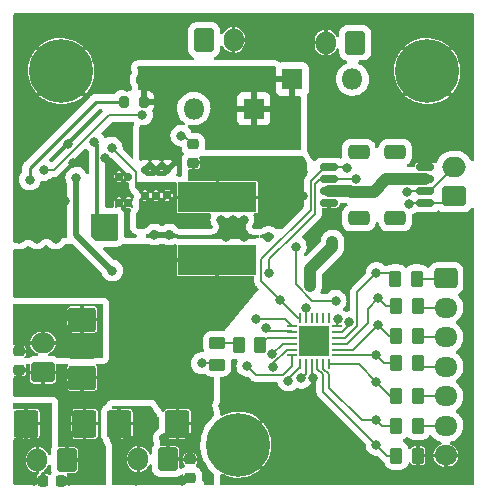
<source format=gbr>
%TF.GenerationSoftware,KiCad,Pcbnew,(6.0.1)*%
%TF.CreationDate,2022-03-12T23:59:42-07:00*%
%TF.ProjectId,PowerBackup,506f7765-7242-4616-936b-75702e6b6963,rev?*%
%TF.SameCoordinates,Original*%
%TF.FileFunction,Copper,L4,Bot*%
%TF.FilePolarity,Positive*%
%FSLAX46Y46*%
G04 Gerber Fmt 4.6, Leading zero omitted, Abs format (unit mm)*
G04 Created by KiCad (PCBNEW (6.0.1)) date 2022-03-12 23:59:42*
%MOMM*%
%LPD*%
G01*
G04 APERTURE LIST*
G04 Aperture macros list*
%AMRoundRect*
0 Rectangle with rounded corners*
0 $1 Rounding radius*
0 $2 $3 $4 $5 $6 $7 $8 $9 X,Y pos of 4 corners*
0 Add a 4 corners polygon primitive as box body*
4,1,4,$2,$3,$4,$5,$6,$7,$8,$9,$2,$3,0*
0 Add four circle primitives for the rounded corners*
1,1,$1+$1,$2,$3*
1,1,$1+$1,$4,$5*
1,1,$1+$1,$6,$7*
1,1,$1+$1,$8,$9*
0 Add four rect primitives between the rounded corners*
20,1,$1+$1,$2,$3,$4,$5,0*
20,1,$1+$1,$4,$5,$6,$7,0*
20,1,$1+$1,$6,$7,$8,$9,0*
20,1,$1+$1,$8,$9,$2,$3,0*%
G04 Aperture macros list end*
%TA.AperFunction,SMDPad,CuDef*%
%ADD10RoundRect,0.200000X0.200000X0.275000X-0.200000X0.275000X-0.200000X-0.275000X0.200000X-0.275000X0*%
%TD*%
%TA.AperFunction,ComponentPad*%
%ADD11R,1.800000X1.800000*%
%TD*%
%TA.AperFunction,ComponentPad*%
%ADD12O,1.800000X1.800000*%
%TD*%
%TA.AperFunction,ComponentPad*%
%ADD13RoundRect,0.250000X0.750000X-0.600000X0.750000X0.600000X-0.750000X0.600000X-0.750000X-0.600000X0*%
%TD*%
%TA.AperFunction,ComponentPad*%
%ADD14O,2.000000X1.700000*%
%TD*%
%TA.AperFunction,ComponentPad*%
%ADD15C,0.700000*%
%TD*%
%TA.AperFunction,ComponentPad*%
%ADD16RoundRect,0.250000X0.600000X0.750000X-0.600000X0.750000X-0.600000X-0.750000X0.600000X-0.750000X0*%
%TD*%
%TA.AperFunction,ComponentPad*%
%ADD17O,1.700000X2.000000*%
%TD*%
%TA.AperFunction,ComponentPad*%
%ADD18RoundRect,0.250000X-0.725000X0.600000X-0.725000X-0.600000X0.725000X-0.600000X0.725000X0.600000X0*%
%TD*%
%TA.AperFunction,ComponentPad*%
%ADD19O,1.950000X1.700000*%
%TD*%
%TA.AperFunction,ComponentPad*%
%ADD20C,5.400000*%
%TD*%
%TA.AperFunction,ComponentPad*%
%ADD21RoundRect,0.250000X-0.600000X-0.750000X0.600000X-0.750000X0.600000X0.750000X-0.600000X0.750000X0*%
%TD*%
%TA.AperFunction,SMDPad,CuDef*%
%ADD22RoundRect,0.250000X0.925000X-0.787500X0.925000X0.787500X-0.925000X0.787500X-0.925000X-0.787500X0*%
%TD*%
%TA.AperFunction,SMDPad,CuDef*%
%ADD23RoundRect,0.225000X0.225000X0.250000X-0.225000X0.250000X-0.225000X-0.250000X0.225000X-0.250000X0*%
%TD*%
%TA.AperFunction,SMDPad,CuDef*%
%ADD24RoundRect,0.250000X0.262500X0.450000X-0.262500X0.450000X-0.262500X-0.450000X0.262500X-0.450000X0*%
%TD*%
%TA.AperFunction,SMDPad,CuDef*%
%ADD25RoundRect,0.250000X0.787500X0.925000X-0.787500X0.925000X-0.787500X-0.925000X0.787500X-0.925000X0*%
%TD*%
%TA.AperFunction,SMDPad,CuDef*%
%ADD26RoundRect,0.225000X-0.250000X0.225000X-0.250000X-0.225000X0.250000X-0.225000X0.250000X0.225000X0*%
%TD*%
%TA.AperFunction,SMDPad,CuDef*%
%ADD27RoundRect,0.225000X0.250000X-0.225000X0.250000X0.225000X-0.250000X0.225000X-0.250000X-0.225000X0*%
%TD*%
%TA.AperFunction,SMDPad,CuDef*%
%ADD28RoundRect,0.062500X0.375000X0.062500X-0.375000X0.062500X-0.375000X-0.062500X0.375000X-0.062500X0*%
%TD*%
%TA.AperFunction,SMDPad,CuDef*%
%ADD29RoundRect,0.062500X0.062500X0.375000X-0.062500X0.375000X-0.062500X-0.375000X0.062500X-0.375000X0*%
%TD*%
%TA.AperFunction,SMDPad,CuDef*%
%ADD30R,2.500000X2.500000*%
%TD*%
%TA.AperFunction,SMDPad,CuDef*%
%ADD31RoundRect,0.150000X-0.625000X0.150000X-0.625000X-0.150000X0.625000X-0.150000X0.625000X0.150000X0*%
%TD*%
%TA.AperFunction,SMDPad,CuDef*%
%ADD32RoundRect,0.250000X-0.650000X0.350000X-0.650000X-0.350000X0.650000X-0.350000X0.650000X0.350000X0*%
%TD*%
%TA.AperFunction,SMDPad,CuDef*%
%ADD33RoundRect,0.250000X-0.450000X0.262500X-0.450000X-0.262500X0.450000X-0.262500X0.450000X0.262500X0*%
%TD*%
%TA.AperFunction,SMDPad,CuDef*%
%ADD34RoundRect,0.150000X0.625000X-0.150000X0.625000X0.150000X-0.625000X0.150000X-0.625000X-0.150000X0*%
%TD*%
%TA.AperFunction,SMDPad,CuDef*%
%ADD35RoundRect,0.250000X0.650000X-0.350000X0.650000X0.350000X-0.650000X0.350000X-0.650000X-0.350000X0*%
%TD*%
%TA.AperFunction,SMDPad,CuDef*%
%ADD36R,6.700000X2.500000*%
%TD*%
%TA.AperFunction,ViaPad*%
%ADD37C,0.800000*%
%TD*%
%TA.AperFunction,Conductor*%
%ADD38C,0.150000*%
%TD*%
%TA.AperFunction,Conductor*%
%ADD39C,0.250000*%
%TD*%
%TA.AperFunction,Conductor*%
%ADD40C,1.000000*%
%TD*%
%TA.AperFunction,Conductor*%
%ADD41C,0.500000*%
%TD*%
%TA.AperFunction,Conductor*%
%ADD42C,0.300000*%
%TD*%
G04 APERTURE END LIST*
D10*
%TO.P,R25,2*%
%TO.N,Net-(C25-Pad1)*%
X120375000Y-85000000D03*
%TO.P,R25,1*%
%TO.N,+9VA*%
X122025000Y-85000000D03*
%TD*%
D11*
%TO.P,D1,1,K*%
%TO.N,+9VA*%
X134635000Y-83100000D03*
D12*
%TO.P,D1,2,A*%
%TO.N,+9V*%
X139715000Y-83100000D03*
%TD*%
D13*
%TO.P,J6,1,Pin_1*%
%TO.N,Net-(J5-Pad4)*%
X148325000Y-93025000D03*
D14*
%TO.P,J6,2,Pin_2*%
%TO.N,Net-(J5-Pad3)*%
X148325000Y-90525000D03*
%TD*%
D13*
%TO.P,J8,1,Pin_1*%
%TO.N,+5V*%
X113521000Y-107930000D03*
D14*
%TO.P,J8,2,Pin_2*%
%TO.N,GND*%
X113521000Y-105430000D03*
%TD*%
D15*
%TO.P,U2,2,PGND*%
%TO.N,GND*%
X119946000Y-93556000D03*
X119946000Y-91356000D03*
X120746000Y-91356000D03*
X120746000Y-93556000D03*
%TO.P,U2,11,SW*%
%TO.N,/Backup/SW*%
X122126000Y-92956000D03*
X123086000Y-92956000D03*
X124046000Y-92936000D03*
%TO.P,U2,15,PVIN*%
%TO.N,+9VA*%
X122116000Y-90806000D03*
X123076000Y-90806000D03*
X124036000Y-90786000D03*
%TD*%
D11*
%TO.P,D2,1,K*%
%TO.N,+9VA*%
X131365000Y-85600000D03*
D12*
%TO.P,D2,2,A*%
%TO.N,/Backup/VBAT*%
X126285000Y-85600000D03*
%TD*%
D16*
%TO.P,J9,1,Pin_1*%
%TO.N,+5V*%
X124100000Y-115275000D03*
D17*
%TO.P,J9,2,Pin_2*%
%TO.N,GND*%
X121600000Y-115275000D03*
%TD*%
D18*
%TO.P,J2,1,Pin_1*%
%TO.N,Net-(J2-Pad1)*%
X147628764Y-99960836D03*
D19*
%TO.P,J2,2,Pin_2*%
%TO.N,Net-(J2-Pad2)*%
X147628764Y-102460836D03*
%TO.P,J2,3,Pin_3*%
%TO.N,Net-(J2-Pad3)*%
X147628764Y-104960836D03*
%TO.P,J2,4,Pin_4*%
%TO.N,Net-(J2-Pad4)*%
X147628764Y-107460836D03*
%TO.P,J2,5,Pin_5*%
%TO.N,Net-(J2-Pad5)*%
X147628764Y-109960836D03*
%TO.P,J2,6,Pin_6*%
%TO.N,Net-(J2-Pad6)*%
X147628764Y-112460836D03*
%TO.P,J2,7,Pin_7*%
%TO.N,GND*%
X147628764Y-114960836D03*
%TD*%
D20*
%TO.P,H3,1,1*%
%TO.N,GND*%
X130048000Y-114046000D03*
%TD*%
%TO.P,H1,1,1*%
%TO.N,GND*%
X115062000Y-82423000D03*
%TD*%
D21*
%TO.P,J7,1,Pin_1*%
%TO.N,/Backup/VBAT*%
X127150000Y-79775000D03*
D17*
%TO.P,J7,2,Pin_2*%
%TO.N,GND*%
X129650000Y-79775000D03*
%TD*%
D20*
%TO.P,H2,1,1*%
%TO.N,GND*%
X146050000Y-82423000D03*
%TD*%
D16*
%TO.P,J10,1,Pin_1*%
%TO.N,+5V*%
X115550000Y-115333000D03*
D17*
%TO.P,J10,2,Pin_2*%
%TO.N,GND*%
X113050000Y-115333000D03*
%TD*%
D22*
%TO.P,C22,1*%
%TO.N,+5V*%
X116840000Y-108380500D03*
%TO.P,C22,2*%
%TO.N,GND*%
X116840000Y-103455500D03*
%TD*%
D16*
%TO.P,J1,1,Pin_1*%
%TO.N,+9V*%
X139954000Y-80010000D03*
D17*
%TO.P,J1,2,Pin_2*%
%TO.N,GND*%
X137454000Y-80010000D03*
%TD*%
D23*
%TO.P,C20,1*%
%TO.N,+5V*%
X115075000Y-117094000D03*
%TO.P,C20,2*%
%TO.N,GND*%
X113525000Y-117094000D03*
%TD*%
D24*
%TO.P,R1,1*%
%TO.N,Net-(J2-Pad1)*%
X145162500Y-100000000D03*
%TO.P,R1,2*%
%TO.N,Net-(C7-Pad1)*%
X143337500Y-100000000D03*
%TD*%
%TO.P,R7,1*%
%TO.N,Net-(J2-Pad6)*%
X145266000Y-112446000D03*
%TO.P,R7,2*%
%TO.N,Net-(C2-Pad1)*%
X143441000Y-112446000D03*
%TD*%
D25*
%TO.P,C23,1*%
%TO.N,+5V*%
X117016500Y-112268000D03*
%TO.P,C23,2*%
%TO.N,GND*%
X112091500Y-112268000D03*
%TD*%
D26*
%TO.P,C21,1*%
%TO.N,+5V*%
X125984000Y-115303000D03*
%TO.P,C21,2*%
%TO.N,GND*%
X125984000Y-116853000D03*
%TD*%
D25*
%TO.P,C24,1*%
%TO.N,+5V*%
X124890500Y-112268000D03*
%TO.P,C24,2*%
%TO.N,GND*%
X119965500Y-112268000D03*
%TD*%
D24*
%TO.P,R4,1*%
%TO.N,GND*%
X145266000Y-114986000D03*
%TO.P,R4,2*%
%TO.N,Net-(C1-Pad1)*%
X143441000Y-114986000D03*
%TD*%
D27*
%TO.P,C19,1*%
%TO.N,+5V*%
X111506000Y-107709000D03*
%TO.P,C19,2*%
%TO.N,GND*%
X111506000Y-106159000D03*
%TD*%
D26*
%TO.P,C13,1*%
%TO.N,Net-(C13-Pad1)*%
X126238000Y-88633000D03*
%TO.P,C13,2*%
%TO.N,/Backup/SW*%
X126238000Y-90183000D03*
%TD*%
D24*
%TO.P,R5,1*%
%TO.N,Net-(J2-Pad4)*%
X145266000Y-107112000D03*
%TO.P,R5,2*%
%TO.N,Net-(C4-Pad1)*%
X143441000Y-107112000D03*
%TD*%
D28*
%TO.P,U1,1,VCTL*%
%TO.N,Net-(Q1-Pad1)*%
X138437500Y-104000000D03*
%TO.P,U1,2,BAT*%
%TO.N,Net-(C8-Pad1)*%
X138437500Y-104500000D03*
%TO.P,U1,3,VC6*%
%TO.N,Net-(C7-Pad1)*%
X138437500Y-105000000D03*
%TO.P,U1,4,VC5*%
%TO.N,Net-(C6-Pad1)*%
X138437500Y-105500000D03*
%TO.P,U1,5,VC4*%
%TO.N,Net-(C5-Pad1)*%
X138437500Y-106000000D03*
%TO.P,U1,6,VC3*%
%TO.N,Net-(C4-Pad1)*%
X138437500Y-106500000D03*
D29*
%TO.P,U1,7,VC2*%
%TO.N,Net-(C3-Pad1)*%
X137750000Y-107187500D03*
%TO.P,U1,8,VC1*%
%TO.N,Net-(C2-Pad1)*%
X137250000Y-107187500D03*
%TO.P,U1,9,VC0*%
%TO.N,Net-(C1-Pad1)*%
X136750000Y-107187500D03*
%TO.P,U1,10,VSS*%
%TO.N,GND*%
X136250000Y-107187500D03*
%TO.P,U1,11,SENSEN*%
%TO.N,Net-(R9-Pad1)*%
X135750000Y-107187500D03*
%TO.P,U1,12,SENSP*%
%TO.N,Net-(R12-Pad1)*%
X135250000Y-107187500D03*
D28*
%TO.P,U1,13,ALERT*%
%TO.N,Net-(J4-Pad5)*%
X134562500Y-106500000D03*
%TO.P,U1,14,VIOUT*%
%TO.N,Net-(J4-Pad4)*%
X134562500Y-106000000D03*
%TO.P,U1,15,VCOUT*%
%TO.N,Net-(J4-Pad3)*%
X134562500Y-105500000D03*
%TO.P,U1,16,VTB*%
%TO.N,Net-(R24-Pad1)*%
X134562500Y-105000000D03*
%TO.P,U1,17,VREF*%
%TO.N,Net-(J4-Pad1)*%
X134562500Y-104500000D03*
%TO.P,U1,18,SDA*%
%TO.N,/PrimaryBatteryMonitoring/SDA*%
X134562500Y-104000000D03*
D29*
%TO.P,U1,19,SCL*%
%TO.N,/PrimaryBatteryMonitoring/SCL*%
X135250000Y-103312500D03*
%TO.P,U1,20,V3P3*%
%TO.N,+3V3*%
X135750000Y-103312500D03*
%TO.P,U1,21,NC*%
%TO.N,unconnected-(U1-Pad21)*%
X136250000Y-103312500D03*
%TO.P,U1,22,NC*%
%TO.N,unconnected-(U1-Pad22)*%
X136750000Y-103312500D03*
%TO.P,U1,23*%
%TO.N,N/C*%
X137250000Y-103312500D03*
%TO.P,U1,24*%
X137750000Y-103312500D03*
D30*
%TO.P,U1,25*%
X136500000Y-105250000D03*
%TD*%
D24*
%TO.P,R6,1*%
%TO.N,Net-(J2-Pad2)*%
X145266000Y-102286000D03*
%TO.P,R6,2*%
%TO.N,Net-(C6-Pad1)*%
X143441000Y-102286000D03*
%TD*%
D31*
%TO.P,J5,1,Pin_1*%
%TO.N,GND*%
X145875000Y-90575000D03*
%TO.P,J5,2,Pin_2*%
%TO.N,+3V3*%
X145875000Y-91575000D03*
%TO.P,J5,3,Pin_4*%
%TO.N,Net-(J5-Pad3)*%
X145875000Y-92575000D03*
%TO.P,J5,4,Pin_3*%
%TO.N,Net-(J5-Pad4)*%
X145875000Y-93575000D03*
D32*
%TO.P,J5,MP*%
%TO.N,N/C*%
X143350000Y-94875000D03*
X143350000Y-89275000D03*
%TD*%
D24*
%TO.P,R24,1*%
%TO.N,Net-(R24-Pad1)*%
X131912500Y-105600000D03*
%TO.P,R24,2*%
%TO.N,Net-(R14-Pad1)*%
X130087500Y-105600000D03*
%TD*%
%TO.P,R2,1*%
%TO.N,Net-(J2-Pad3)*%
X145266000Y-104826000D03*
%TO.P,R2,2*%
%TO.N,Net-(C5-Pad1)*%
X143441000Y-104826000D03*
%TD*%
D33*
%TO.P,R14,1*%
%TO.N,Net-(R14-Pad1)*%
X128250000Y-105437500D03*
%TO.P,R14,2*%
%TO.N,Net-(J4-Pad2)*%
X128250000Y-107262500D03*
%TD*%
D34*
%TO.P,J3,1,Pin_1*%
%TO.N,GND*%
X137725000Y-93575000D03*
%TO.P,J3,2,Pin_2*%
%TO.N,+3V3*%
X137725000Y-92575000D03*
%TO.P,J3,3,Pin_4*%
%TO.N,/PrimaryBatteryMonitoring/SDA*%
X137725000Y-91575000D03*
%TO.P,J3,4,Pin_3*%
%TO.N,/PrimaryBatteryMonitoring/SCL*%
X137725000Y-90575000D03*
D35*
%TO.P,J3,MP*%
%TO.N,N/C*%
X140250000Y-94875000D03*
X140250000Y-89275000D03*
%TD*%
D24*
%TO.P,R3,1*%
%TO.N,Net-(J2-Pad5)*%
X145266000Y-109906000D03*
%TO.P,R3,2*%
%TO.N,Net-(C3-Pad1)*%
X143441000Y-109906000D03*
%TD*%
D36*
%TO.P,L1,2*%
%TO.N,+5V*%
X128270000Y-98408000D03*
%TO.P,L1,1*%
%TO.N,/Backup/SW*%
X128270000Y-93108000D03*
%TD*%
D37*
%TO.N,GND*%
X115600000Y-88600000D03*
X141800000Y-87800000D03*
%TO.N,+9VA*%
X134800000Y-88200000D03*
X133200000Y-88200000D03*
X131600000Y-88200000D03*
X130000000Y-88200000D03*
X128400000Y-88200000D03*
%TO.N,GND*%
X115600000Y-86000000D03*
X113600000Y-92800000D03*
X118800000Y-89800000D03*
X115400000Y-93400000D03*
%TO.N,Net-(C25-Pad1)*%
X112400000Y-91600000D03*
%TO.N,GND*%
X122936000Y-96266000D03*
X124206000Y-96266000D03*
X111500000Y-105500000D03*
X115750000Y-104250000D03*
X115750000Y-103000000D03*
X115750000Y-105500000D03*
X114250000Y-103000000D03*
X112750000Y-103000000D03*
X111500000Y-103000000D03*
X149250000Y-86250000D03*
X149250000Y-88500000D03*
X147750000Y-88500000D03*
X149250000Y-94850000D03*
X147400000Y-94850000D03*
X132600000Y-96450000D03*
%TO.N,/Backup/SW*%
X129500000Y-92350000D03*
X128000000Y-93450000D03*
X128000000Y-92450000D03*
X126500000Y-93450000D03*
X126500000Y-92500000D03*
%TO.N,Net-(C1-Pad1)*%
X141738997Y-114079341D03*
%TO.N,GND*%
X120600000Y-80976000D03*
X131826000Y-109728000D03*
X145080000Y-86350000D03*
X146200000Y-89250000D03*
X113000000Y-96600000D03*
X138950000Y-112734000D03*
X137922000Y-116586000D03*
X121412000Y-117094000D03*
X136400000Y-108400000D03*
X146525000Y-96300000D03*
X137922000Y-115570000D03*
X136652000Y-115570000D03*
X133604000Y-115570000D03*
X133850000Y-78200000D03*
X119100000Y-80976000D03*
X137800000Y-94625000D03*
X122100000Y-79488000D03*
X129600000Y-95000000D03*
X139300000Y-116600000D03*
X140462000Y-86360000D03*
X136500000Y-88000000D03*
X111500000Y-94488000D03*
X133850000Y-79470000D03*
X116078000Y-90170000D03*
X129000000Y-96500000D03*
X125250000Y-117094000D03*
X130500000Y-96500000D03*
X131318000Y-110490000D03*
X137934000Y-112734000D03*
X143810000Y-86350000D03*
X111500000Y-113750000D03*
X122100000Y-80988000D03*
X134112000Y-116586000D03*
X139192000Y-86360000D03*
X120630000Y-83770000D03*
X119106000Y-83770000D03*
X120630000Y-82500000D03*
X137922000Y-86360000D03*
X120630000Y-79452000D03*
X133850000Y-80740000D03*
X111506000Y-96600000D03*
X120750000Y-113538000D03*
X135382000Y-116586000D03*
X135636000Y-115570000D03*
X119106000Y-82500000D03*
X128778000Y-110744000D03*
X119500000Y-113500000D03*
X114600000Y-95000000D03*
X136500000Y-89500000D03*
X112869917Y-95000000D03*
X138950000Y-113750000D03*
X112750000Y-117094000D03*
X112750000Y-113750000D03*
X134620000Y-115570000D03*
X119100000Y-79452000D03*
X137680000Y-113750000D03*
X130810000Y-109728000D03*
X136652000Y-116586000D03*
X141732000Y-86360000D03*
X114600000Y-96600000D03*
X130500000Y-95000000D03*
X120396000Y-87630000D03*
X147620000Y-86350000D03*
X111500000Y-92964000D03*
X146350000Y-86350000D03*
X112600000Y-88600000D03*
X128600000Y-95000000D03*
X149352000Y-96266000D03*
%TO.N,Net-(C2-Pad1)*%
X141750000Y-112000000D03*
%TO.N,Net-(C3-Pad1)*%
X141750000Y-108750000D03*
%TO.N,Net-(C4-Pad1)*%
X141750000Y-106500000D03*
%TO.N,Net-(C5-Pad1)*%
X141897152Y-103880011D03*
%TO.N,Net-(C6-Pad1)*%
X141897152Y-101630011D03*
%TO.N,Net-(C7-Pad1)*%
X141750000Y-99500000D03*
%TO.N,Net-(C8-Pad1)*%
X139446462Y-103683512D03*
%TO.N,+3V3*%
X136125000Y-100575000D03*
X138025000Y-96850000D03*
X135745393Y-102436653D03*
X144865900Y-91522347D03*
%TO.N,Net-(J4-Pad1)*%
X132381364Y-104144093D03*
%TO.N,Net-(J4-Pad2)*%
X126950000Y-107150000D03*
%TO.N,Net-(J4-Pad3)*%
X132906963Y-106390769D03*
%TO.N,Net-(J4-Pad4)*%
X133011743Y-107459994D03*
%TO.N,Net-(J4-Pad5)*%
X130800000Y-107400000D03*
%TO.N,Net-(J5-Pad4)*%
X144505804Y-93652585D03*
%TO.N,Net-(J5-Pad3)*%
X144300000Y-92674500D03*
%TO.N,Net-(Q1-Pad1)*%
X138474500Y-103450500D03*
X138300000Y-101850000D03*
X134925000Y-97275000D03*
%TO.N,Net-(R9-Pad1)*%
X135400000Y-108400000D03*
%TO.N,Net-(R12-Pad1)*%
X134286731Y-108626703D03*
%TO.N,/PrimaryBatteryMonitoring/SDA*%
X140049500Y-91525000D03*
X132675000Y-99550000D03*
X131589202Y-103401963D03*
%TO.N,/PrimaryBatteryMonitoring/SCL*%
X133593956Y-101810318D03*
X139225000Y-90625000D03*
%TO.N,Net-(C13-Pad1)*%
X125222000Y-87884000D03*
%TO.N,+5V*%
X115750000Y-111252000D03*
X112014000Y-100584000D03*
X111500000Y-108500000D03*
X126000000Y-114500000D03*
X115500000Y-107950000D03*
X122000000Y-102000000D03*
X130302000Y-100584000D03*
X123750000Y-113500000D03*
X128778000Y-101600000D03*
X115500000Y-109000000D03*
X126500000Y-99000000D03*
X128270000Y-100584000D03*
X126000000Y-113500000D03*
X115750000Y-117094000D03*
X129286000Y-100584000D03*
X115750000Y-113250000D03*
X129794000Y-101600000D03*
X114808000Y-100584000D03*
X123500000Y-102000000D03*
X127500000Y-99000000D03*
X113284000Y-100584000D03*
%TO.N,Net-(C15-Pad2)*%
X116332000Y-91440000D03*
X119380000Y-99314000D03*
%TO.N,Net-(R19-Pad2)*%
X113600000Y-90800000D03*
X121920000Y-86106000D03*
%TO.N,/Backup/SW*%
X132500000Y-93000000D03*
X119333510Y-88900239D03*
X129500000Y-91000000D03*
X134000000Y-91000000D03*
X135500000Y-93000000D03*
X128000000Y-91000000D03*
X135500000Y-91000000D03*
X132500000Y-91000000D03*
X131000000Y-91000000D03*
X134000000Y-93000000D03*
%TO.N,/Backup/PVDD*%
X119380000Y-96266000D03*
X117856000Y-88392000D03*
X118110000Y-96266000D03*
%TD*%
D38*
%TO.N,Net-(R19-Pad2)*%
X119126000Y-86106000D02*
X114432000Y-90800000D01*
X114432000Y-90800000D02*
X113600000Y-90800000D01*
X121920000Y-86106000D02*
X119126000Y-86106000D01*
D39*
%TO.N,Net-(C25-Pad1)*%
X120375000Y-85000000D02*
X118000000Y-85000000D01*
X112400000Y-90600000D02*
X112400000Y-91600000D01*
X118000000Y-85000000D02*
X112400000Y-90600000D01*
D38*
%TO.N,/Backup/SW*%
X121370511Y-92200511D02*
X122126000Y-92956000D01*
X119333510Y-88900239D02*
X121370511Y-90937240D01*
X121370511Y-90937240D02*
X121370511Y-92200511D01*
%TO.N,Net-(J4-Pad3)*%
X134562500Y-105500000D02*
X133797732Y-105500000D01*
X133797732Y-105500000D02*
X132906963Y-106390769D01*
%TO.N,Net-(J4-Pad4)*%
X134562500Y-106000000D02*
X134148382Y-106000000D01*
X134148382Y-106000000D02*
X133011743Y-107136639D01*
X133011743Y-107136639D02*
X133011743Y-107459994D01*
%TO.N,Net-(J4-Pad5)*%
X134562500Y-106500000D02*
X134562500Y-107397551D01*
X134562500Y-107397551D02*
X133825556Y-108134495D01*
X131534495Y-108134495D02*
X130800000Y-107400000D01*
X133825556Y-108134495D02*
X131534495Y-108134495D01*
%TO.N,Net-(C2-Pad1)*%
X137250000Y-107187500D02*
X137250000Y-107601618D01*
X140500000Y-112000000D02*
X141750000Y-112000000D01*
X137250000Y-107601618D02*
X137750000Y-108101618D01*
X137750000Y-108101618D02*
X137750000Y-109250000D01*
X137750000Y-109250000D02*
X140500000Y-112000000D01*
%TO.N,Net-(C1-Pad1)*%
X136750000Y-107187500D02*
X136750000Y-107601618D01*
X136750000Y-107601618D02*
X137250000Y-108101618D01*
X137250000Y-108101618D02*
X137250000Y-109590344D01*
X137250000Y-109590344D02*
X141738997Y-114079341D01*
X142645656Y-114986000D02*
X141738997Y-114079341D01*
X143441000Y-114986000D02*
X142645656Y-114986000D01*
%TO.N,GND*%
X136400000Y-108400000D02*
X136250000Y-108058878D01*
X145291164Y-114960836D02*
X147628764Y-114960836D01*
X145266000Y-114986000D02*
X145291164Y-114960836D01*
X136250000Y-108058878D02*
X136250000Y-107187500D01*
%TO.N,Net-(C2-Pad1)*%
X141750000Y-112000000D02*
X142196000Y-112446000D01*
X142196000Y-112446000D02*
X143441000Y-112446000D01*
%TO.N,Net-(C3-Pad1)*%
X140250000Y-107250000D02*
X141750000Y-108750000D01*
X142906000Y-109906000D02*
X143441000Y-109906000D01*
X141750000Y-108750000D02*
X142906000Y-109906000D01*
X137750000Y-107187500D02*
X137812500Y-107250000D01*
X137812500Y-107250000D02*
X140250000Y-107250000D01*
%TO.N,Net-(C4-Pad1)*%
X142362000Y-107112000D02*
X141750000Y-106500000D01*
X143441000Y-107112000D02*
X142362000Y-107112000D01*
X138437500Y-106500000D02*
X141750000Y-106500000D01*
%TO.N,Net-(C5-Pad1)*%
X139777163Y-106000000D02*
X138437500Y-106000000D01*
X141897152Y-103880011D02*
X139777163Y-106000000D01*
X141897152Y-103880011D02*
X142843141Y-104826000D01*
X142843141Y-104826000D02*
X143441000Y-104826000D01*
%TO.N,Net-(C6-Pad1)*%
X143441000Y-102286000D02*
X142553141Y-102286000D01*
X139250000Y-105500000D02*
X138437500Y-105500000D01*
X142553141Y-102286000D02*
X141897152Y-101630011D01*
X141000000Y-103750000D02*
X139250000Y-105500000D01*
X141000000Y-102527163D02*
X141000000Y-103750000D01*
X141897152Y-101630011D02*
X141000000Y-102527163D01*
%TO.N,Net-(C7-Pad1)*%
X140120963Y-103404123D02*
X140095476Y-103378636D01*
X143337500Y-100000000D02*
X142837500Y-99500000D01*
X140120963Y-103962901D02*
X140120963Y-103404123D01*
X140095476Y-101154524D02*
X141750000Y-99500000D01*
X139083864Y-105000000D02*
X140120963Y-103962901D01*
X138437500Y-105000000D02*
X139083864Y-105000000D01*
X140095476Y-103378636D02*
X140095476Y-101154524D01*
X142837500Y-99500000D02*
X141750000Y-99500000D01*
%TO.N,Net-(C8-Pad1)*%
X138437500Y-104500000D02*
X138851618Y-104500000D01*
X138851618Y-104500000D02*
X139446462Y-103905156D01*
X139446462Y-103905156D02*
X139446462Y-103683512D01*
D40*
%TO.N,+3V3*%
X142575000Y-91575000D02*
X145875000Y-91575000D01*
X139544556Y-92575000D02*
X139594067Y-92624511D01*
X138025000Y-97300000D02*
X136125000Y-99200000D01*
X138025000Y-96850000D02*
X138025000Y-97300000D01*
D38*
X135750000Y-103312500D02*
X135750000Y-102441260D01*
X135750000Y-102441260D02*
X135745393Y-102436653D01*
D40*
X139594067Y-92624511D02*
X141525489Y-92624511D01*
X141525489Y-92624511D02*
X142575000Y-91575000D01*
X136125000Y-99200000D02*
X136125000Y-100575000D01*
X137725000Y-92575000D02*
X139544556Y-92575000D01*
D38*
%TO.N,Net-(J2-Pad1)*%
X147589600Y-100000000D02*
X147628764Y-99960836D01*
X145162500Y-100000000D02*
X147589600Y-100000000D01*
%TO.N,Net-(J2-Pad2)*%
X145266000Y-102286000D02*
X145440836Y-102460836D01*
D39*
X147487164Y-102319236D02*
X147628764Y-102460836D01*
D38*
X145440836Y-102460836D02*
X147628764Y-102460836D01*
%TO.N,Net-(J2-Pad3)*%
X145266000Y-104826000D02*
X145400836Y-104960836D01*
X145400836Y-104960836D02*
X147628764Y-104960836D01*
%TO.N,Net-(J2-Pad4)*%
X145266000Y-107112000D02*
X145614836Y-107460836D01*
X145614836Y-107460836D02*
X147628764Y-107460836D01*
%TO.N,Net-(J2-Pad5)*%
X145266000Y-109906000D02*
X145320836Y-109960836D01*
X145320836Y-109960836D02*
X147628764Y-109960836D01*
D39*
X147607164Y-109939236D02*
X147628764Y-109960836D01*
D38*
%TO.N,Net-(J2-Pad6)*%
X145266000Y-112446000D02*
X145280836Y-112460836D01*
X145280836Y-112460836D02*
X147628764Y-112460836D01*
D39*
X147610364Y-112479236D02*
X147628764Y-112460836D01*
D38*
%TO.N,Net-(J4-Pad1)*%
X132662751Y-104425480D02*
X132381364Y-104144093D01*
X134487980Y-104425480D02*
X132662751Y-104425480D01*
X134562500Y-104500000D02*
X134487980Y-104425480D01*
%TO.N,Net-(J4-Pad2)*%
X126950000Y-107150000D02*
X128137500Y-107150000D01*
X128250000Y-107262500D02*
X128162500Y-107262500D01*
X128137500Y-107150000D02*
X128250000Y-107262500D01*
%TO.N,Net-(J5-Pad4)*%
X144583389Y-93575000D02*
X144505804Y-93652585D01*
X147775000Y-93575000D02*
X148325000Y-93025000D01*
X145875000Y-93575000D02*
X144583389Y-93575000D01*
X145875000Y-93575000D02*
X147775000Y-93575000D01*
%TO.N,Net-(J5-Pad3)*%
X144399500Y-92575000D02*
X144300000Y-92674500D01*
X146275000Y-92575000D02*
X148325000Y-90525000D01*
X145875000Y-92575000D02*
X144399500Y-92575000D01*
X145875000Y-92575000D02*
X146275000Y-92575000D01*
%TO.N,Net-(Q1-Pad1)*%
X138437500Y-104000000D02*
X138437500Y-103487500D01*
X134925000Y-100470336D02*
X136304664Y-101850000D01*
X134925000Y-97275000D02*
X134925000Y-100470336D01*
X136304664Y-101850000D02*
X138300000Y-101850000D01*
X138437500Y-103487500D02*
X138474500Y-103450500D01*
%TO.N,Net-(R9-Pad1)*%
X135750000Y-107187500D02*
X135750000Y-108050000D01*
X135750000Y-108050000D02*
X135400000Y-108400000D01*
%TO.N,Net-(R12-Pad1)*%
X135250000Y-107500000D02*
X134286731Y-108463269D01*
X135250000Y-107187500D02*
X135250000Y-107500000D01*
X134286731Y-108463269D02*
X134286731Y-108626703D01*
%TO.N,/PrimaryBatteryMonitoring/SDA*%
X136950000Y-91575000D02*
X136525000Y-92000000D01*
X139999500Y-91575000D02*
X137725000Y-91575000D01*
X134925000Y-96100000D02*
X132675000Y-98350000D01*
X132675000Y-98350000D02*
X132675000Y-99550000D01*
X140049500Y-91525000D02*
X139999500Y-91575000D01*
X136525000Y-94500000D02*
X134925000Y-96100000D01*
X133964463Y-103401963D02*
X134562500Y-104000000D01*
X137725000Y-91575000D02*
X136950000Y-91575000D01*
X131589202Y-103401963D02*
X133964463Y-103401963D01*
X136525000Y-92000000D02*
X136525000Y-94500000D01*
%TO.N,Net-(R14-Pad1)*%
X128250000Y-105437500D02*
X129925000Y-105437500D01*
X129925000Y-105437500D02*
X130087500Y-105600000D01*
X129887500Y-105400000D02*
X130087500Y-105600000D01*
%TO.N,/PrimaryBatteryMonitoring/SCL*%
X137725000Y-90575000D02*
X139175000Y-90575000D01*
X137349639Y-90575000D02*
X136175000Y-91749639D01*
X135096138Y-103312500D02*
X133593956Y-101810318D01*
X135250000Y-103312500D02*
X135096138Y-103312500D01*
X139175000Y-90575000D02*
X139225000Y-90625000D01*
X132000489Y-100216851D02*
X133593956Y-101810318D01*
X132000489Y-98349511D02*
X132000489Y-100216851D01*
X136175000Y-94175000D02*
X132000489Y-98349511D01*
X136175000Y-91749639D02*
X136175000Y-94175000D01*
X137725000Y-90575000D02*
X137349639Y-90575000D01*
%TO.N,Net-(R24-Pad1)*%
X134562500Y-105000000D02*
X132512500Y-105000000D01*
X132512500Y-105000000D02*
X131912500Y-105600000D01*
%TO.N,Net-(C13-Pad1)*%
X125489000Y-87884000D02*
X126238000Y-88633000D01*
X125222000Y-87884000D02*
X125489000Y-87884000D01*
D41*
%TO.N,Net-(C15-Pad2)*%
X116332000Y-91440000D02*
X116332000Y-96266000D01*
X116332000Y-96266000D02*
X119380000Y-99314000D01*
D42*
%TO.N,/Backup/PVDD*%
X118110000Y-88646000D02*
X118110000Y-96266000D01*
X117856000Y-88392000D02*
X118110000Y-88646000D01*
%TD*%
%TA.AperFunction,Conductor*%
%TO.N,/Backup/SW*%
G36*
X135554137Y-89620002D02*
G01*
X135600630Y-89673658D01*
X135606047Y-89690061D01*
X135606458Y-89689928D01*
X135665473Y-89871556D01*
X135668776Y-89877278D01*
X135668777Y-89877279D01*
X135671966Y-89882802D01*
X135760960Y-90036944D01*
X135765378Y-90041851D01*
X135765379Y-90041852D01*
X135848912Y-90134625D01*
X135879630Y-90198632D01*
X135881276Y-90218935D01*
X135881276Y-91165979D01*
X135861274Y-91234100D01*
X135844371Y-91255074D01*
X135795286Y-91304159D01*
X135782906Y-91315017D01*
X135758843Y-91333482D01*
X135753818Y-91340031D01*
X135753816Y-91340033D01*
X135735360Y-91364085D01*
X135670344Y-91448816D01*
X135670342Y-91448819D01*
X135665314Y-91455372D01*
X135606519Y-91597315D01*
X135586465Y-91749639D01*
X135587543Y-91757827D01*
X135590422Y-91779695D01*
X135591500Y-91796142D01*
X135591500Y-93881117D01*
X135571498Y-93949238D01*
X135554595Y-93970212D01*
X133811085Y-95713722D01*
X133748773Y-95747748D01*
X133721990Y-95750627D01*
X133223968Y-95750627D01*
X133149907Y-95726563D01*
X133062094Y-95662763D01*
X133062093Y-95662762D01*
X133056752Y-95658882D01*
X133050724Y-95656198D01*
X133050722Y-95656197D01*
X132888319Y-95583891D01*
X132888318Y-95583891D01*
X132882288Y-95581206D01*
X132774793Y-95558357D01*
X132701944Y-95542872D01*
X132701939Y-95542872D01*
X132695487Y-95541500D01*
X132504513Y-95541500D01*
X132498061Y-95542872D01*
X132498056Y-95542872D01*
X132425207Y-95558357D01*
X132317712Y-95581206D01*
X132311682Y-95583891D01*
X132311681Y-95583891D01*
X132149278Y-95656197D01*
X132149276Y-95656198D01*
X132143248Y-95658882D01*
X132137907Y-95662762D01*
X132137906Y-95662763D01*
X132050093Y-95726563D01*
X131976032Y-95750627D01*
X131329639Y-95750627D01*
X131261518Y-95730625D01*
X131215025Y-95676969D01*
X131204921Y-95606695D01*
X131232265Y-95548299D01*
X131230741Y-95547192D01*
X131234620Y-95541852D01*
X131239040Y-95536944D01*
X131334527Y-95371556D01*
X131393542Y-95189928D01*
X131413504Y-95000000D01*
X131412814Y-94993435D01*
X131394232Y-94816635D01*
X131394232Y-94816633D01*
X131393542Y-94810072D01*
X131334527Y-94628444D01*
X131335832Y-94628020D01*
X131327365Y-94564885D01*
X131357469Y-94500587D01*
X131417557Y-94462772D01*
X131451907Y-94457999D01*
X131623654Y-94457999D01*
X131635923Y-94456791D01*
X131646843Y-94454619D01*
X131669339Y-94445302D01*
X131681780Y-94436989D01*
X131698989Y-94419780D01*
X131707303Y-94407337D01*
X131716619Y-94384846D01*
X131718793Y-94373917D01*
X131720000Y-94361662D01*
X131720000Y-93253115D01*
X131715525Y-93237876D01*
X131714135Y-93236671D01*
X131706452Y-93235000D01*
X124838116Y-93235000D01*
X124822877Y-93239475D01*
X124821672Y-93240865D01*
X124820001Y-93248548D01*
X124820001Y-94361654D01*
X124821209Y-94373923D01*
X124823381Y-94384843D01*
X124832698Y-94407339D01*
X124841011Y-94419780D01*
X124858220Y-94436989D01*
X124870663Y-94445303D01*
X124893154Y-94454619D01*
X124904083Y-94456793D01*
X124916338Y-94458000D01*
X127648092Y-94458000D01*
X127716213Y-94478002D01*
X127762706Y-94531658D01*
X127772810Y-94601932D01*
X127765189Y-94628352D01*
X127765473Y-94628444D01*
X127706458Y-94810072D01*
X127705768Y-94816633D01*
X127705768Y-94816635D01*
X127687186Y-94993435D01*
X127686496Y-95000000D01*
X127706458Y-95189928D01*
X127765473Y-95371556D01*
X127860960Y-95536944D01*
X127865380Y-95541852D01*
X127869259Y-95547192D01*
X127867804Y-95548249D01*
X127894715Y-95604325D01*
X127885950Y-95674779D01*
X127840486Y-95729310D01*
X127770361Y-95750627D01*
X125020561Y-95750627D01*
X124952440Y-95730625D01*
X124926925Y-95708937D01*
X124821675Y-95592045D01*
X124821674Y-95592044D01*
X124817253Y-95587134D01*
X124662752Y-95474882D01*
X124656724Y-95472198D01*
X124656722Y-95472197D01*
X124494319Y-95399891D01*
X124494318Y-95399891D01*
X124488288Y-95397206D01*
X124394539Y-95377279D01*
X124307944Y-95358872D01*
X124307939Y-95358872D01*
X124301487Y-95357500D01*
X124110513Y-95357500D01*
X124104061Y-95358872D01*
X124104056Y-95358872D01*
X124017461Y-95377279D01*
X123923712Y-95397206D01*
X123917682Y-95399891D01*
X123917681Y-95399891D01*
X123755278Y-95472197D01*
X123755276Y-95472198D01*
X123749248Y-95474882D01*
X123645060Y-95550579D01*
X123578194Y-95574437D01*
X123509042Y-95558357D01*
X123496944Y-95550582D01*
X123392752Y-95474882D01*
X123386724Y-95472198D01*
X123386722Y-95472197D01*
X123224319Y-95399891D01*
X123224318Y-95399891D01*
X123218288Y-95397206D01*
X123124539Y-95377279D01*
X123037944Y-95358872D01*
X123037939Y-95358872D01*
X123031487Y-95357500D01*
X122840513Y-95357500D01*
X122834061Y-95358872D01*
X122834056Y-95358872D01*
X122747461Y-95377279D01*
X122653712Y-95397206D01*
X122647682Y-95399891D01*
X122647681Y-95399891D01*
X122485278Y-95472197D01*
X122485276Y-95472198D01*
X122479248Y-95474882D01*
X122324747Y-95587134D01*
X122320326Y-95592044D01*
X122320325Y-95592045D01*
X122215075Y-95708937D01*
X122154629Y-95746177D01*
X122121439Y-95750627D01*
X121527276Y-95750627D01*
X121459155Y-95730625D01*
X121412662Y-95676969D01*
X121401276Y-95624627D01*
X121401276Y-94492742D01*
X121421278Y-94424621D01*
X121459154Y-94386745D01*
X121494669Y-94363921D01*
X121508746Y-94347676D01*
X121583455Y-94261457D01*
X121589357Y-94254646D01*
X121649422Y-94123120D01*
X121670000Y-93980000D01*
X121670000Y-93729529D01*
X121666346Y-93668709D01*
X121664684Y-93662531D01*
X121646893Y-93596399D01*
X121647642Y-93530654D01*
X121649422Y-93526756D01*
X121670000Y-93383636D01*
X121672069Y-93383934D01*
X121682079Y-93357056D01*
X121677944Y-93351532D01*
X121677821Y-93350848D01*
X121915892Y-93350848D01*
X121925095Y-93362458D01*
X121938850Y-93369018D01*
X122044745Y-93402102D01*
X122062288Y-93404943D01*
X122173216Y-93406976D01*
X122190856Y-93404779D01*
X122297889Y-93375598D01*
X122314207Y-93368537D01*
X122326478Y-93361003D01*
X122335650Y-93350847D01*
X122875892Y-93350847D01*
X122885096Y-93362458D01*
X122898850Y-93369018D01*
X123004745Y-93402102D01*
X123022288Y-93404943D01*
X123133216Y-93406976D01*
X123150856Y-93404779D01*
X123257889Y-93375598D01*
X123274207Y-93368537D01*
X123286478Y-93361003D01*
X123295932Y-93350535D01*
X123292130Y-93341735D01*
X123281242Y-93330847D01*
X123835892Y-93330847D01*
X123845096Y-93342458D01*
X123858850Y-93349018D01*
X123964745Y-93382102D01*
X123982288Y-93384943D01*
X124093216Y-93386976D01*
X124110856Y-93384779D01*
X124217889Y-93355598D01*
X124234207Y-93348537D01*
X124246478Y-93341003D01*
X124255932Y-93330535D01*
X124252130Y-93321735D01*
X124058812Y-93128417D01*
X124044868Y-93120803D01*
X124043035Y-93120934D01*
X124036420Y-93125185D01*
X123842069Y-93319536D01*
X123835892Y-93330847D01*
X123281242Y-93330847D01*
X123098812Y-93148417D01*
X123084868Y-93140803D01*
X123083035Y-93140934D01*
X123076420Y-93145185D01*
X122882069Y-93339536D01*
X122875892Y-93350847D01*
X122335650Y-93350847D01*
X122335932Y-93350535D01*
X122332130Y-93341735D01*
X122138812Y-93148417D01*
X122124868Y-93140803D01*
X122123035Y-93140934D01*
X122116420Y-93145185D01*
X121922069Y-93339536D01*
X121915892Y-93350848D01*
X121677821Y-93350848D01*
X121670000Y-93307501D01*
X121670000Y-93279737D01*
X121690002Y-93211616D01*
X121720962Y-93184789D01*
X121717945Y-93180992D01*
X121734772Y-93167623D01*
X121933583Y-92968812D01*
X121939961Y-92957132D01*
X122310803Y-92957132D01*
X122310934Y-92958965D01*
X122315185Y-92965580D01*
X122508670Y-93159065D01*
X122521050Y-93165825D01*
X122529769Y-93159298D01*
X122596289Y-93134487D01*
X122665663Y-93149578D01*
X122686067Y-93166256D01*
X122689755Y-93167394D01*
X122697027Y-93165368D01*
X122893583Y-92968812D01*
X122899961Y-92957132D01*
X123270803Y-92957132D01*
X123270934Y-92958965D01*
X123275185Y-92965580D01*
X123468670Y-93159065D01*
X123481050Y-93165825D01*
X123500102Y-93151563D01*
X123566622Y-93126752D01*
X123617152Y-93137744D01*
X123617269Y-93137364D01*
X123621719Y-93138738D01*
X123635997Y-93141844D01*
X123638558Y-93143937D01*
X123649755Y-93147394D01*
X123657027Y-93145368D01*
X123853583Y-92948812D01*
X123859961Y-92937132D01*
X124230803Y-92937132D01*
X124230934Y-92938965D01*
X124235185Y-92945580D01*
X124428670Y-93139065D01*
X124441050Y-93145825D01*
X124446329Y-93141873D01*
X124475193Y-93082297D01*
X124480595Y-93065373D01*
X124499684Y-92951905D01*
X124500551Y-92942246D01*
X124500567Y-92940872D01*
X124499936Y-92931172D01*
X124483626Y-92817290D01*
X124478636Y-92800227D01*
X124449485Y-92736109D01*
X124440268Y-92725436D01*
X124434480Y-92727125D01*
X124238417Y-92923188D01*
X124230803Y-92937132D01*
X123859961Y-92937132D01*
X123861197Y-92934868D01*
X123861066Y-92933035D01*
X123856815Y-92926420D01*
X123663104Y-92732709D01*
X123650724Y-92725949D01*
X123631044Y-92740681D01*
X123564523Y-92765492D01*
X123495149Y-92750400D01*
X123492079Y-92747922D01*
X123481977Y-92744937D01*
X123474480Y-92747125D01*
X123278417Y-92943188D01*
X123270803Y-92957132D01*
X122899961Y-92957132D01*
X122901197Y-92954868D01*
X122901066Y-92953035D01*
X122896815Y-92946420D01*
X122703104Y-92752709D01*
X122690725Y-92745949D01*
X122681535Y-92752829D01*
X122615015Y-92777640D01*
X122545640Y-92762549D01*
X122524888Y-92745797D01*
X122521977Y-92744937D01*
X122514480Y-92747125D01*
X122318417Y-92943188D01*
X122310803Y-92957132D01*
X121939961Y-92957132D01*
X121941197Y-92954868D01*
X121941066Y-92953035D01*
X121936815Y-92946420D01*
X121743104Y-92752709D01*
X121698345Y-92728268D01*
X121648144Y-92678065D01*
X121640677Y-92661714D01*
X121611012Y-92582182D01*
X121611011Y-92582180D01*
X121607861Y-92573735D01*
X121598450Y-92561163D01*
X121915853Y-92561163D01*
X121919958Y-92570353D01*
X122113188Y-92763583D01*
X122127132Y-92771197D01*
X122128965Y-92771066D01*
X122135580Y-92766815D01*
X122329608Y-92572787D01*
X122335955Y-92561163D01*
X122875853Y-92561163D01*
X122879958Y-92570353D01*
X123073188Y-92763583D01*
X123087132Y-92771197D01*
X123088965Y-92771066D01*
X123095580Y-92766815D01*
X123289608Y-92572787D01*
X123296368Y-92560407D01*
X123290035Y-92551947D01*
X123284224Y-92548181D01*
X123269036Y-92541163D01*
X123835853Y-92541163D01*
X123839958Y-92550353D01*
X124033188Y-92743583D01*
X124047132Y-92751197D01*
X124048965Y-92751066D01*
X124055580Y-92746815D01*
X124249608Y-92552787D01*
X124256368Y-92540407D01*
X124250035Y-92531947D01*
X124244224Y-92528181D01*
X124228095Y-92520728D01*
X124121801Y-92488940D01*
X124104221Y-92486312D01*
X123993275Y-92485634D01*
X123975669Y-92488046D01*
X123868991Y-92518535D01*
X123852773Y-92525789D01*
X123845175Y-92530584D01*
X123835853Y-92541163D01*
X123269036Y-92541163D01*
X123268095Y-92540728D01*
X123161801Y-92508940D01*
X123144221Y-92506312D01*
X123033275Y-92505634D01*
X123015669Y-92508046D01*
X122908991Y-92538535D01*
X122892773Y-92545789D01*
X122885175Y-92550584D01*
X122875853Y-92561163D01*
X122335955Y-92561163D01*
X122336368Y-92560407D01*
X122330035Y-92551947D01*
X122324224Y-92548181D01*
X122308095Y-92540728D01*
X122201801Y-92508940D01*
X122184221Y-92506312D01*
X122073275Y-92505634D01*
X122055669Y-92508046D01*
X121948991Y-92538535D01*
X121932773Y-92545789D01*
X121925175Y-92550584D01*
X121915853Y-92561163D01*
X121598450Y-92561163D01*
X121597884Y-92560407D01*
X121523908Y-92461586D01*
X121523902Y-92461579D01*
X121521210Y-92457983D01*
X121438181Y-92374954D01*
X121404155Y-92312642D01*
X121401276Y-92285859D01*
X121401276Y-91959617D01*
X121421278Y-91891496D01*
X121433642Y-91875304D01*
X121439948Y-91868301D01*
X121439949Y-91868300D01*
X121444367Y-91863393D01*
X121447672Y-91857669D01*
X121448853Y-91855624D01*
X121449846Y-91854678D01*
X121451549Y-91852333D01*
X121451978Y-91852645D01*
X121500237Y-91806632D01*
X121557970Y-91792627D01*
X124694000Y-91792627D01*
X124762121Y-91812629D01*
X124808614Y-91866285D01*
X124820000Y-91918627D01*
X124820000Y-92962885D01*
X124824475Y-92978124D01*
X124825865Y-92979329D01*
X124833548Y-92981000D01*
X128124885Y-92981000D01*
X128140124Y-92976525D01*
X128141329Y-92975135D01*
X128143000Y-92967452D01*
X128143000Y-92962885D01*
X128397000Y-92962885D01*
X128401475Y-92978124D01*
X128402865Y-92979329D01*
X128410548Y-92981000D01*
X131701884Y-92981000D01*
X131717123Y-92976525D01*
X131718328Y-92975135D01*
X131719999Y-92967452D01*
X131719999Y-91854346D01*
X131718791Y-91842077D01*
X131716619Y-91831157D01*
X131707302Y-91808661D01*
X131698989Y-91796220D01*
X131681780Y-91779011D01*
X131669337Y-91770697D01*
X131646846Y-91761381D01*
X131635917Y-91759207D01*
X131623662Y-91758000D01*
X128415115Y-91758001D01*
X128399876Y-91762476D01*
X128398671Y-91763866D01*
X128397000Y-91771549D01*
X128397000Y-92962885D01*
X128143000Y-92962885D01*
X128143000Y-91776116D01*
X128138525Y-91760877D01*
X128137135Y-91759672D01*
X128129452Y-91758001D01*
X125927276Y-91758001D01*
X125859155Y-91737999D01*
X125812662Y-91684343D01*
X125801276Y-91632001D01*
X125801276Y-90857107D01*
X125821278Y-90788986D01*
X125874934Y-90742493D01*
X125941691Y-90732488D01*
X125941710Y-90732192D01*
X125943069Y-90732281D01*
X125943716Y-90732184D01*
X125945828Y-90732462D01*
X125954037Y-90733000D01*
X126092885Y-90733000D01*
X126108124Y-90728525D01*
X126109329Y-90727135D01*
X126111000Y-90719452D01*
X126111000Y-90714884D01*
X126365000Y-90714884D01*
X126369475Y-90730123D01*
X126370865Y-90731328D01*
X126378548Y-90732999D01*
X126521959Y-90732999D01*
X126530177Y-90732460D01*
X126563855Y-90728027D01*
X126582150Y-90722696D01*
X126667295Y-90682992D01*
X126685086Y-90670534D01*
X126750534Y-90605086D01*
X126762992Y-90587295D01*
X126802695Y-90502152D01*
X126808028Y-90483854D01*
X126812462Y-90450172D01*
X126813000Y-90441963D01*
X126813000Y-90328115D01*
X126808525Y-90312876D01*
X126807135Y-90311671D01*
X126799452Y-90310000D01*
X126383115Y-90310000D01*
X126367876Y-90314475D01*
X126366671Y-90315865D01*
X126365000Y-90323548D01*
X126365000Y-90714884D01*
X126111000Y-90714884D01*
X126111000Y-90182000D01*
X126131002Y-90113879D01*
X126184658Y-90067386D01*
X126237000Y-90056000D01*
X126794884Y-90056000D01*
X126810123Y-90051525D01*
X126811328Y-90050135D01*
X126812999Y-90042452D01*
X126812999Y-89924041D01*
X126812460Y-89915823D01*
X126808027Y-89882145D01*
X126802696Y-89863850D01*
X126763246Y-89779250D01*
X126752585Y-89709058D01*
X126781565Y-89644245D01*
X126840985Y-89605389D01*
X126877441Y-89600000D01*
X135486016Y-89600000D01*
X135554137Y-89620002D01*
G37*
%TD.AperFunction*%
%TD*%
%TA.AperFunction,Conductor*%
%TO.N,GND*%
G36*
X137800500Y-93603462D02*
G01*
X137855038Y-93658000D01*
X137875000Y-93732500D01*
X137875000Y-93955384D01*
X137879145Y-93970855D01*
X137894616Y-93975000D01*
X138367300Y-93975000D01*
X138381807Y-93973571D01*
X138433152Y-93963358D01*
X138459747Y-93952342D01*
X138518038Y-93913393D01*
X138538393Y-93893038D01*
X138577342Y-93834747D01*
X138588358Y-93808152D01*
X138598571Y-93756807D01*
X138600000Y-93742300D01*
X138600000Y-93732500D01*
X138619962Y-93658000D01*
X138674500Y-93603462D01*
X138749000Y-93583500D01*
X139156033Y-93583500D01*
X139230533Y-93603462D01*
X139285071Y-93658000D01*
X139305033Y-93732500D01*
X139285071Y-93807000D01*
X139234439Y-93859202D01*
X139125652Y-93926522D01*
X139119539Y-93932645D01*
X139119536Y-93932648D01*
X139006811Y-94045570D01*
X139000695Y-94051697D01*
X138996152Y-94059067D01*
X138983991Y-94078795D01*
X138907885Y-94202262D01*
X138852203Y-94370139D01*
X138851374Y-94378228D01*
X138851374Y-94378229D01*
X138851135Y-94380562D01*
X138841500Y-94474600D01*
X138841500Y-95275400D01*
X138841899Y-95279242D01*
X138851632Y-95373055D01*
X138851633Y-95373059D01*
X138852474Y-95381166D01*
X138857601Y-95396533D01*
X138905308Y-95539527D01*
X138908450Y-95548946D01*
X139001522Y-95699348D01*
X139007645Y-95705461D01*
X139007648Y-95705464D01*
X139087272Y-95784949D01*
X139126697Y-95824305D01*
X139277262Y-95917115D01*
X139445139Y-95972797D01*
X139453228Y-95973626D01*
X139453229Y-95973626D01*
X139500888Y-95978509D01*
X139549600Y-95983500D01*
X140950400Y-95983500D01*
X140999852Y-95978369D01*
X141048055Y-95973368D01*
X141048059Y-95973367D01*
X141056166Y-95972526D01*
X141156592Y-95939021D01*
X141215728Y-95919292D01*
X141215730Y-95919291D01*
X141223946Y-95916550D01*
X141233119Y-95910874D01*
X141301180Y-95868756D01*
X141374348Y-95823478D01*
X141380461Y-95817355D01*
X141380464Y-95817352D01*
X141493189Y-95704430D01*
X141493190Y-95704428D01*
X141499305Y-95698303D01*
X141592115Y-95547738D01*
X141647797Y-95379861D01*
X141651818Y-95340613D01*
X141679269Y-95268536D01*
X141739081Y-95219840D01*
X141815227Y-95207575D01*
X141887305Y-95235026D01*
X141936001Y-95294838D01*
X141948246Y-95340420D01*
X141952474Y-95381166D01*
X141957601Y-95396533D01*
X142005308Y-95539527D01*
X142008450Y-95548946D01*
X142101522Y-95699348D01*
X142107645Y-95705461D01*
X142107648Y-95705464D01*
X142187272Y-95784949D01*
X142226697Y-95824305D01*
X142377262Y-95917115D01*
X142545139Y-95972797D01*
X142553228Y-95973626D01*
X142553229Y-95973626D01*
X142600888Y-95978509D01*
X142649600Y-95983500D01*
X144050400Y-95983500D01*
X144099852Y-95978369D01*
X144148055Y-95973368D01*
X144148059Y-95973367D01*
X144156166Y-95972526D01*
X144256592Y-95939021D01*
X144315728Y-95919292D01*
X144315730Y-95919291D01*
X144323946Y-95916550D01*
X144333119Y-95910874D01*
X144401180Y-95868756D01*
X144474348Y-95823478D01*
X144480461Y-95817355D01*
X144480464Y-95817352D01*
X144593189Y-95704430D01*
X144593190Y-95704428D01*
X144599305Y-95698303D01*
X144692115Y-95547738D01*
X144747797Y-95379861D01*
X144758500Y-95275400D01*
X144758500Y-94631316D01*
X144778462Y-94556816D01*
X144833000Y-94502278D01*
X144846896Y-94495198D01*
X144962556Y-94443703D01*
X145018152Y-94403310D01*
X145090157Y-94375669D01*
X145132502Y-94377277D01*
X145138855Y-94378437D01*
X145146169Y-94380562D01*
X145167967Y-94382278D01*
X145180596Y-94383272D01*
X145180606Y-94383272D01*
X145183498Y-94383500D01*
X146566502Y-94383500D01*
X146569394Y-94383272D01*
X146569404Y-94383272D01*
X146596247Y-94381159D01*
X146596248Y-94381159D01*
X146603831Y-94380562D01*
X146640926Y-94369785D01*
X146754595Y-94336762D01*
X146754599Y-94336760D01*
X146763601Y-94334145D01*
X146906807Y-94249453D01*
X146913863Y-94242397D01*
X146914345Y-94242119D01*
X146920845Y-94237077D01*
X146921536Y-94237967D01*
X146980658Y-94203833D01*
X147057786Y-94203833D01*
X147100960Y-94225500D01*
X147101697Y-94224305D01*
X147252262Y-94317115D01*
X147420139Y-94372797D01*
X147428228Y-94373626D01*
X147428229Y-94373626D01*
X147473155Y-94378229D01*
X147524600Y-94383500D01*
X149125400Y-94383500D01*
X149176192Y-94378230D01*
X149223055Y-94373368D01*
X149223059Y-94373367D01*
X149231166Y-94372526D01*
X149331592Y-94339021D01*
X149390728Y-94319292D01*
X149390730Y-94319291D01*
X149398946Y-94316550D01*
X149549348Y-94223478D01*
X149555461Y-94217355D01*
X149555464Y-94217352D01*
X149668189Y-94104430D01*
X149668190Y-94104428D01*
X149674305Y-94098303D01*
X149678845Y-94090938D01*
X149678848Y-94090934D01*
X149716161Y-94030400D01*
X149772246Y-93977456D01*
X149847290Y-93959647D01*
X149921185Y-93981746D01*
X149974129Y-94037831D01*
X149992000Y-94108585D01*
X149992000Y-117343000D01*
X149972038Y-117417500D01*
X149917500Y-117472038D01*
X149843000Y-117492000D01*
X128673000Y-117492000D01*
X128598500Y-117472038D01*
X128543962Y-117417500D01*
X128524000Y-117343000D01*
X128524000Y-116655814D01*
X128543962Y-116581314D01*
X128598500Y-116526776D01*
X128673000Y-116506814D01*
X128745464Y-116525622D01*
X128823541Y-116569079D01*
X128831250Y-116572806D01*
X129121649Y-116693093D01*
X129129743Y-116695912D01*
X129432031Y-116782021D01*
X129440397Y-116783891D01*
X129750594Y-116834687D01*
X129759106Y-116835582D01*
X130073086Y-116850389D01*
X130081654Y-116850299D01*
X130395247Y-116828921D01*
X130403747Y-116827847D01*
X130712799Y-116770567D01*
X130721136Y-116768520D01*
X131021550Y-116676100D01*
X131029587Y-116673111D01*
X131317404Y-116546768D01*
X131325027Y-116542884D01*
X131596418Y-116384297D01*
X131603553Y-116379556D01*
X131854917Y-116190826D01*
X131861457Y-116185299D01*
X131905569Y-116143438D01*
X131913607Y-116130322D01*
X131905229Y-116115361D01*
X129941227Y-114151359D01*
X129902663Y-114084564D01*
X129902663Y-114046000D01*
X130265995Y-114046000D01*
X130274003Y-114059871D01*
X132118564Y-115904432D01*
X132132435Y-115912440D01*
X132141912Y-115906969D01*
X132296945Y-115721551D01*
X132302058Y-115714666D01*
X132474621Y-115451964D01*
X132478910Y-115444536D01*
X132620135Y-115163743D01*
X132623547Y-115155858D01*
X132731563Y-114860689D01*
X132734038Y-114852490D01*
X132807416Y-114546850D01*
X132808933Y-114538420D01*
X132846812Y-114225398D01*
X132847314Y-114218796D01*
X132852641Y-114049315D01*
X132852554Y-114042695D01*
X132834404Y-113727914D01*
X132833419Y-113719401D01*
X132779381Y-113409775D01*
X132777419Y-113401407D01*
X132688154Y-113100055D01*
X132685241Y-113091965D01*
X132561931Y-112802868D01*
X132558113Y-112795177D01*
X132402385Y-112522157D01*
X132397714Y-112514964D01*
X132211639Y-112261654D01*
X132206166Y-112255038D01*
X132144827Y-112189030D01*
X132132018Y-112180995D01*
X132116618Y-112189514D01*
X130274003Y-114032129D01*
X130265995Y-114046000D01*
X129902663Y-114046000D01*
X129902663Y-114007436D01*
X129941227Y-113940641D01*
X131905803Y-111976065D01*
X131913811Y-111962194D01*
X131908108Y-111952316D01*
X131747013Y-111814727D01*
X131740183Y-111809542D01*
X131479296Y-111634233D01*
X131471915Y-111629868D01*
X131192605Y-111485706D01*
X131184779Y-111482221D01*
X130890752Y-111371118D01*
X130882566Y-111368552D01*
X130577722Y-111291981D01*
X130569298Y-111290374D01*
X130257663Y-111249346D01*
X130249134Y-111248720D01*
X129934835Y-111243782D01*
X129926278Y-111244141D01*
X129613508Y-111275360D01*
X129605055Y-111276699D01*
X129297932Y-111343663D01*
X129289697Y-111345962D01*
X128992313Y-111447779D01*
X128984375Y-111451019D01*
X128737146Y-111568941D01*
X128661310Y-111582997D01*
X128588606Y-111557251D01*
X128538515Y-111498602D01*
X128524000Y-111434456D01*
X128524000Y-111274937D01*
X128523288Y-111269524D01*
X128507328Y-111148300D01*
X128507328Y-111148298D01*
X128506690Y-111143455D01*
X128501422Y-111123796D01*
X128491074Y-111085175D01*
X128491073Y-111085171D01*
X128489809Y-111080455D01*
X128457080Y-111001440D01*
X128440932Y-110962454D01*
X128440929Y-110962448D01*
X128439063Y-110957943D01*
X128429272Y-110940984D01*
X128429267Y-110940975D01*
X128427712Y-110938281D01*
X128417938Y-110921352D01*
X128405269Y-110892898D01*
X128402433Y-110884169D01*
X128388932Y-110842617D01*
X128382457Y-110812150D01*
X128381409Y-110802175D01*
X128376931Y-110759573D01*
X128376931Y-110728422D01*
X128381252Y-110687312D01*
X128382458Y-110675842D01*
X128388934Y-110645376D01*
X128405270Y-110595099D01*
X128417940Y-110566642D01*
X128436617Y-110534293D01*
X128436619Y-110534289D01*
X128439060Y-110530061D01*
X128443269Y-110519901D01*
X128487940Y-110412054D01*
X128489808Y-110407545D01*
X128506689Y-110344546D01*
X128524000Y-110213063D01*
X128524000Y-108432500D01*
X128543962Y-108358000D01*
X128598500Y-108303462D01*
X128673000Y-108283500D01*
X128750400Y-108283500D01*
X128797587Y-108278604D01*
X128848055Y-108273368D01*
X128848059Y-108273367D01*
X128856166Y-108272526D01*
X128993520Y-108226701D01*
X129015728Y-108219292D01*
X129015730Y-108219291D01*
X129023946Y-108216550D01*
X129036204Y-108208965D01*
X129105879Y-108165848D01*
X129174348Y-108123478D01*
X129180461Y-108117355D01*
X129180464Y-108117352D01*
X129293189Y-108004430D01*
X129293190Y-108004428D01*
X129299305Y-107998303D01*
X129310952Y-107979409D01*
X129373991Y-107877141D01*
X129392115Y-107847738D01*
X129447797Y-107679861D01*
X129458500Y-107575400D01*
X129458500Y-106949600D01*
X129458101Y-106945758D01*
X129457903Y-106941926D01*
X129459609Y-106941838D01*
X129470612Y-106872942D01*
X129519228Y-106813065D01*
X129591270Y-106785518D01*
X129653560Y-106792298D01*
X129670139Y-106797797D01*
X129678228Y-106798626D01*
X129678229Y-106798626D01*
X129728161Y-106803742D01*
X129774600Y-106808500D01*
X129834852Y-106808500D01*
X129909352Y-106828462D01*
X129963890Y-106883000D01*
X129983852Y-106957500D01*
X129970971Y-107018103D01*
X129969379Y-107021679D01*
X129965473Y-107028444D01*
X129963060Y-107035871D01*
X129963058Y-107035875D01*
X129944113Y-107094182D01*
X129906458Y-107210072D01*
X129905642Y-107217832D01*
X129905642Y-107217834D01*
X129889776Y-107368794D01*
X129886496Y-107400000D01*
X129887312Y-107407764D01*
X129902434Y-107551637D01*
X129906458Y-107589928D01*
X129965473Y-107771556D01*
X130060960Y-107936944D01*
X130188747Y-108078866D01*
X130343248Y-108191118D01*
X130517712Y-108268794D01*
X130525349Y-108270417D01*
X130525351Y-108270418D01*
X130662976Y-108299671D01*
X130704513Y-108308500D01*
X130821588Y-108308500D01*
X130896088Y-108328462D01*
X130926947Y-108352141D01*
X131087949Y-108513143D01*
X131100800Y-108527797D01*
X131112391Y-108542903D01*
X131112395Y-108542907D01*
X131118338Y-108550652D01*
X131148938Y-108574132D01*
X131148941Y-108574135D01*
X131240228Y-108644181D01*
X131249251Y-108647919D01*
X131249252Y-108647919D01*
X131373148Y-108699239D01*
X131373151Y-108699240D01*
X131382171Y-108702976D01*
X131391855Y-108704251D01*
X131524810Y-108721755D01*
X131534495Y-108723030D01*
X131544179Y-108721755D01*
X131544181Y-108721755D01*
X131563056Y-108719270D01*
X131582504Y-108717995D01*
X133252886Y-108717995D01*
X133327386Y-108737957D01*
X133381924Y-108792495D01*
X133394592Y-108820948D01*
X133452204Y-108998259D01*
X133547691Y-109163647D01*
X133675478Y-109305569D01*
X133829979Y-109417821D01*
X134004443Y-109495497D01*
X134012080Y-109497120D01*
X134012082Y-109497121D01*
X134153056Y-109527086D01*
X134191244Y-109535203D01*
X134382218Y-109535203D01*
X134420406Y-109527086D01*
X134561380Y-109497121D01*
X134561382Y-109497120D01*
X134569019Y-109495497D01*
X134743483Y-109417821D01*
X134897984Y-109305569D01*
X134912062Y-109289934D01*
X134976744Y-109247927D01*
X135053766Y-109243888D01*
X135083394Y-109253515D01*
X135117712Y-109268794D01*
X135125349Y-109270417D01*
X135125351Y-109270418D01*
X135263414Y-109299764D01*
X135304513Y-109308500D01*
X135495487Y-109308500D01*
X135536586Y-109299764D01*
X135674649Y-109270418D01*
X135674651Y-109270417D01*
X135682288Y-109268794D01*
X135856752Y-109191118D01*
X136011253Y-109078866D01*
X136139040Y-108936944D01*
X136144302Y-108927831D01*
X136196695Y-108837082D01*
X136234527Y-108771556D01*
X136293542Y-108589928D01*
X136294538Y-108580457D01*
X136312688Y-108407764D01*
X136313504Y-108400000D01*
X136311238Y-108378444D01*
X136309369Y-108360657D01*
X136321435Y-108284479D01*
X136369973Y-108224539D01*
X136441979Y-108196899D01*
X136518157Y-108208965D01*
X136562912Y-108239724D01*
X136622859Y-108299671D01*
X136661423Y-108366466D01*
X136666500Y-108405030D01*
X136666500Y-109542335D01*
X136665225Y-109561783D01*
X136663457Y-109575216D01*
X136661465Y-109590344D01*
X136666500Y-109628588D01*
X136681519Y-109742668D01*
X136685255Y-109751688D01*
X136685256Y-109751691D01*
X136736576Y-109875587D01*
X136740314Y-109884611D01*
X136833843Y-110006501D01*
X136841592Y-110012447D01*
X136856699Y-110024039D01*
X136871353Y-110036890D01*
X140783638Y-113949176D01*
X140822202Y-114015971D01*
X140825964Y-114063766D01*
X140826309Y-114063766D01*
X140826309Y-114068149D01*
X140826463Y-114070106D01*
X140826309Y-114071572D01*
X140826309Y-114071577D01*
X140825493Y-114079341D01*
X140826309Y-114087105D01*
X140844163Y-114256973D01*
X140845455Y-114269269D01*
X140904470Y-114450897D01*
X140999957Y-114616285D01*
X141127744Y-114758207D01*
X141282245Y-114870459D01*
X141456709Y-114948135D01*
X141464346Y-114949758D01*
X141464348Y-114949759D01*
X141605322Y-114979724D01*
X141643510Y-114987841D01*
X141760585Y-114987841D01*
X141835085Y-115007803D01*
X141865944Y-115031482D01*
X142199110Y-115364648D01*
X142211961Y-115379302D01*
X142223552Y-115394408D01*
X142223556Y-115394412D01*
X142229499Y-115402157D01*
X142260099Y-115425637D01*
X142260101Y-115425639D01*
X142351388Y-115495686D01*
X142360413Y-115499424D01*
X142361982Y-115500330D01*
X142416521Y-115554867D01*
X142430915Y-115592186D01*
X142430974Y-115592166D01*
X142486950Y-115759946D01*
X142491507Y-115767310D01*
X142491508Y-115767312D01*
X142498805Y-115779104D01*
X142580022Y-115910348D01*
X142586145Y-115916461D01*
X142586148Y-115916464D01*
X142698232Y-116028352D01*
X142705197Y-116035305D01*
X142855762Y-116128115D01*
X143023639Y-116183797D01*
X143031728Y-116184626D01*
X143031729Y-116184626D01*
X143073454Y-116188901D01*
X143128100Y-116194500D01*
X143753900Y-116194500D01*
X143801087Y-116189604D01*
X143851555Y-116184368D01*
X143851559Y-116184367D01*
X143859666Y-116183526D01*
X143998396Y-116137242D01*
X144019228Y-116130292D01*
X144019230Y-116130291D01*
X144027446Y-116127550D01*
X144177848Y-116034478D01*
X144183961Y-116028355D01*
X144183964Y-116028352D01*
X144296689Y-115915430D01*
X144296690Y-115915428D01*
X144302805Y-115909303D01*
X144395615Y-115758738D01*
X144432716Y-115646881D01*
X144475117Y-115582453D01*
X144544051Y-115547858D01*
X144621047Y-115552364D01*
X144685475Y-115594765D01*
X144707888Y-115628118D01*
X144709552Y-115631506D01*
X144723695Y-115651262D01*
X144788726Y-115716180D01*
X144808509Y-115730290D01*
X144891735Y-115770972D01*
X144913571Y-115777721D01*
X144964980Y-115785221D01*
X144975720Y-115786000D01*
X145096384Y-115786000D01*
X145111855Y-115781855D01*
X145116000Y-115766384D01*
X145116000Y-115766383D01*
X145416000Y-115766383D01*
X145420145Y-115781854D01*
X145435616Y-115785999D01*
X145556224Y-115785999D01*
X145567068Y-115785205D01*
X145619010Y-115777560D01*
X145640863Y-115770770D01*
X145724005Y-115729949D01*
X145743762Y-115715805D01*
X145808680Y-115650774D01*
X145822790Y-115630991D01*
X145863472Y-115547765D01*
X145870221Y-115525929D01*
X145877721Y-115474520D01*
X145878500Y-115463780D01*
X145878500Y-115155616D01*
X145874355Y-115140145D01*
X145858884Y-115136000D01*
X145435616Y-115136000D01*
X145420145Y-115140145D01*
X145416000Y-115155616D01*
X145416000Y-115766383D01*
X145116000Y-115766383D01*
X145116000Y-115123375D01*
X146567532Y-115123375D01*
X146577737Y-115190852D01*
X146581469Y-115205388D01*
X146642902Y-115372358D01*
X146649482Y-115385848D01*
X146743226Y-115537043D01*
X146752395Y-115548950D01*
X146874628Y-115678207D01*
X146885993Y-115688018D01*
X147031726Y-115790060D01*
X147044835Y-115797386D01*
X147208102Y-115868038D01*
X147222421Y-115872581D01*
X147398341Y-115909332D01*
X147409334Y-115910760D01*
X147412232Y-115910836D01*
X147459148Y-115910836D01*
X147474619Y-115906691D01*
X147478764Y-115891220D01*
X147778764Y-115891220D01*
X147782909Y-115906691D01*
X147798355Y-115910829D01*
X147805746Y-115910455D01*
X147938264Y-115896994D01*
X147952974Y-115893974D01*
X148122736Y-115840774D01*
X148136540Y-115834858D01*
X148292136Y-115748610D01*
X148304470Y-115740038D01*
X148439544Y-115624265D01*
X148449902Y-115613388D01*
X148558938Y-115472819D01*
X148566897Y-115460082D01*
X148645442Y-115300457D01*
X148650675Y-115286387D01*
X148691458Y-115129817D01*
X148691346Y-115113803D01*
X148686124Y-115110836D01*
X147798380Y-115110836D01*
X147782909Y-115114981D01*
X147778764Y-115130452D01*
X147778764Y-115891220D01*
X147478764Y-115891220D01*
X147478764Y-115130452D01*
X147474619Y-115114981D01*
X147459148Y-115110836D01*
X146585252Y-115110836D01*
X146569781Y-115114981D01*
X146567532Y-115123375D01*
X145116000Y-115123375D01*
X145116000Y-114816384D01*
X145416000Y-114816384D01*
X145420145Y-114831855D01*
X145435616Y-114836000D01*
X145858883Y-114836000D01*
X145874354Y-114831855D01*
X145878499Y-114816384D01*
X145878499Y-114508276D01*
X145877705Y-114497432D01*
X145870060Y-114445490D01*
X145863270Y-114423637D01*
X145822449Y-114340495D01*
X145808305Y-114320738D01*
X145743274Y-114255820D01*
X145723491Y-114241710D01*
X145640265Y-114201028D01*
X145618429Y-114194279D01*
X145567020Y-114186779D01*
X145556280Y-114186000D01*
X145435616Y-114186000D01*
X145420145Y-114190145D01*
X145416000Y-114205616D01*
X145416000Y-114816384D01*
X145116000Y-114816384D01*
X145116000Y-114205617D01*
X145111855Y-114190146D01*
X145096384Y-114186001D01*
X144975776Y-114186001D01*
X144964932Y-114186795D01*
X144912990Y-114194440D01*
X144891137Y-114201230D01*
X144807995Y-114242051D01*
X144788238Y-114256195D01*
X144723320Y-114321226D01*
X144709214Y-114341003D01*
X144708006Y-114343475D01*
X144704937Y-114346999D01*
X144702060Y-114351033D01*
X144701668Y-114350753D01*
X144657356Y-114401641D01*
X144584409Y-114426691D01*
X144508710Y-114411911D01*
X144450544Y-114361261D01*
X144432799Y-114325201D01*
X144411281Y-114260705D01*
X144395050Y-114212054D01*
X144388991Y-114202262D01*
X144317729Y-114087105D01*
X144301978Y-114061652D01*
X144295855Y-114055539D01*
X144295852Y-114055536D01*
X144182930Y-113942811D01*
X144182928Y-113942810D01*
X144176803Y-113936695D01*
X144026238Y-113843885D01*
X144027748Y-113841435D01*
X143980094Y-113801445D01*
X143953717Y-113728968D01*
X143967112Y-113653012D01*
X144016691Y-113593930D01*
X144027518Y-113587667D01*
X144027446Y-113587550D01*
X144097825Y-113543998D01*
X144177848Y-113494478D01*
X144183961Y-113488354D01*
X144183969Y-113488348D01*
X144248036Y-113424169D01*
X144314797Y-113385547D01*
X144391925Y-113385480D01*
X144458753Y-113423986D01*
X144521826Y-113486949D01*
X144530197Y-113495305D01*
X144680762Y-113588115D01*
X144848639Y-113643797D01*
X144856728Y-113644626D01*
X144856729Y-113644626D01*
X144895711Y-113648620D01*
X144953100Y-113654500D01*
X145578900Y-113654500D01*
X145635571Y-113648620D01*
X145676555Y-113644368D01*
X145676559Y-113644367D01*
X145684666Y-113643526D01*
X145842591Y-113590838D01*
X145844228Y-113590292D01*
X145844230Y-113590291D01*
X145852446Y-113587550D01*
X145863907Y-113580458D01*
X145925412Y-113542397D01*
X146002848Y-113494478D01*
X146008961Y-113488355D01*
X146008964Y-113488352D01*
X146121689Y-113375430D01*
X146121690Y-113375428D01*
X146127805Y-113369303D01*
X146132345Y-113361938D01*
X146132348Y-113361934D01*
X146173204Y-113295652D01*
X146229289Y-113242708D01*
X146304333Y-113224899D01*
X146378228Y-113246998D01*
X146412580Y-113276183D01*
X146553241Y-113438281D01*
X146558117Y-113442279D01*
X146558120Y-113442282D01*
X146709331Y-113566267D01*
X146731519Y-113584460D01*
X146737000Y-113587580D01*
X146737003Y-113587582D01*
X146748155Y-113593930D01*
X146931878Y-113698511D01*
X146937807Y-113700663D01*
X146937809Y-113700664D01*
X147012882Y-113727914D01*
X147148589Y-113777173D01*
X147158585Y-113778981D01*
X147160256Y-113779769D01*
X147160888Y-113779939D01*
X147160857Y-113780052D01*
X147228344Y-113811877D01*
X147272310Y-113875247D01*
X147278700Y-113952110D01*
X147245803Y-114021870D01*
X147176635Y-114067785D01*
X147134790Y-114080899D01*
X147120988Y-114086814D01*
X146965392Y-114173062D01*
X146953058Y-114181634D01*
X146817984Y-114297407D01*
X146807626Y-114308284D01*
X146698590Y-114448853D01*
X146690631Y-114461590D01*
X146612086Y-114621215D01*
X146606853Y-114635285D01*
X146566070Y-114791855D01*
X146566182Y-114807869D01*
X146571404Y-114810836D01*
X148672276Y-114810836D01*
X148687747Y-114806691D01*
X148689996Y-114798297D01*
X148679791Y-114730820D01*
X148676059Y-114716284D01*
X148614626Y-114549314D01*
X148608046Y-114535824D01*
X148514302Y-114384629D01*
X148505133Y-114372722D01*
X148382900Y-114243465D01*
X148371535Y-114233654D01*
X148225802Y-114131612D01*
X148212693Y-114124286D01*
X148062903Y-114059466D01*
X148002458Y-114011558D01*
X147974065Y-113939847D01*
X147985333Y-113863546D01*
X148033241Y-113803101D01*
X148084645Y-113778500D01*
X148200530Y-113748422D01*
X148200532Y-113748421D01*
X148206636Y-113746837D01*
X148212381Y-113744249D01*
X148212384Y-113744248D01*
X148313916Y-113698511D01*
X148416839Y-113652148D01*
X148608083Y-113523395D01*
X148724123Y-113412698D01*
X148770333Y-113368616D01*
X148770334Y-113368614D01*
X148774899Y-113364260D01*
X148912518Y-113179294D01*
X148916816Y-113170841D01*
X149014145Y-112979409D01*
X149014147Y-112979405D01*
X149017004Y-112973785D01*
X149020336Y-112963056D01*
X149083499Y-112759638D01*
X149083499Y-112759637D01*
X149085371Y-112753609D01*
X149086485Y-112745206D01*
X149114832Y-112531326D01*
X149114832Y-112531323D01*
X149115662Y-112525062D01*
X149107013Y-112294678D01*
X149059671Y-112069045D01*
X148974988Y-111854615D01*
X148855387Y-111657519D01*
X148851254Y-111652756D01*
X148851251Y-111652752D01*
X148764739Y-111553056D01*
X148704287Y-111483391D01*
X148699411Y-111479393D01*
X148699408Y-111479390D01*
X148633209Y-111425111D01*
X148526009Y-111337212D01*
X148520519Y-111334087D01*
X148516006Y-111330985D01*
X148465915Y-111272337D01*
X148451858Y-111196500D01*
X148477603Y-111123796D01*
X148517187Y-111084590D01*
X148602847Y-111026920D01*
X148608083Y-111023395D01*
X148729911Y-110907177D01*
X148770333Y-110868616D01*
X148770334Y-110868614D01*
X148774899Y-110864260D01*
X148912518Y-110679294D01*
X148929763Y-110645376D01*
X149014145Y-110479409D01*
X149014147Y-110479405D01*
X149017004Y-110473785D01*
X149085371Y-110253609D01*
X149086201Y-110247348D01*
X149114832Y-110031326D01*
X149114832Y-110031323D01*
X149115662Y-110025062D01*
X149110389Y-109884611D01*
X149107250Y-109800987D01*
X149107250Y-109800985D01*
X149107013Y-109794678D01*
X149059671Y-109569045D01*
X148974988Y-109354615D01*
X148855387Y-109157519D01*
X148851254Y-109152756D01*
X148851251Y-109152752D01*
X148764739Y-109053056D01*
X148704287Y-108983391D01*
X148699411Y-108979393D01*
X148699408Y-108979390D01*
X148596184Y-108894752D01*
X148526009Y-108837212D01*
X148520519Y-108834087D01*
X148516006Y-108830985D01*
X148465915Y-108772337D01*
X148451858Y-108696500D01*
X148477603Y-108623796D01*
X148517187Y-108584590D01*
X148602847Y-108526920D01*
X148608083Y-108523395D01*
X148703365Y-108432500D01*
X148770333Y-108368616D01*
X148770334Y-108368614D01*
X148774899Y-108364260D01*
X148912518Y-108179294D01*
X148925201Y-108154348D01*
X149014145Y-107979409D01*
X149014147Y-107979405D01*
X149017004Y-107973785D01*
X149038890Y-107903303D01*
X149083499Y-107759638D01*
X149083499Y-107759637D01*
X149085371Y-107753609D01*
X149095063Y-107680481D01*
X149114832Y-107531326D01*
X149114832Y-107531323D01*
X149115662Y-107525062D01*
X149112464Y-107439875D01*
X149107250Y-107300987D01*
X149107250Y-107300985D01*
X149107013Y-107294678D01*
X149086312Y-107196018D01*
X149060966Y-107075216D01*
X149060965Y-107075214D01*
X149059671Y-107069045D01*
X148974988Y-106854615D01*
X148855387Y-106657519D01*
X148851254Y-106652756D01*
X148851251Y-106652752D01*
X148779837Y-106570455D01*
X148704287Y-106483391D01*
X148699411Y-106479393D01*
X148699408Y-106479390D01*
X148570809Y-106373946D01*
X148526009Y-106337212D01*
X148520519Y-106334087D01*
X148516006Y-106330985D01*
X148465915Y-106272337D01*
X148451858Y-106196500D01*
X148477603Y-106123796D01*
X148517187Y-106084590D01*
X148602847Y-106026920D01*
X148608083Y-106023395D01*
X148774899Y-105864260D01*
X148912518Y-105679294D01*
X148915377Y-105673671D01*
X149014145Y-105479409D01*
X149014147Y-105479405D01*
X149017004Y-105473785D01*
X149019194Y-105466734D01*
X149083499Y-105259638D01*
X149083499Y-105259637D01*
X149085371Y-105253609D01*
X149090945Y-105211556D01*
X149114832Y-105031326D01*
X149114832Y-105031323D01*
X149115662Y-105025062D01*
X149107013Y-104794678D01*
X149070785Y-104622014D01*
X149060966Y-104575216D01*
X149060965Y-104575214D01*
X149059671Y-104569045D01*
X148974988Y-104354615D01*
X148855387Y-104157519D01*
X148851254Y-104152756D01*
X148851251Y-104152752D01*
X148757483Y-104044694D01*
X148704287Y-103983391D01*
X148699411Y-103979393D01*
X148699408Y-103979390D01*
X148613579Y-103909015D01*
X148526009Y-103837212D01*
X148520519Y-103834087D01*
X148516006Y-103830985D01*
X148465915Y-103772337D01*
X148451858Y-103696500D01*
X148477603Y-103623796D01*
X148517187Y-103584590D01*
X148602847Y-103526920D01*
X148608083Y-103523395D01*
X148735376Y-103401963D01*
X148770333Y-103368616D01*
X148770334Y-103368614D01*
X148774899Y-103364260D01*
X148912518Y-103179294D01*
X148927873Y-103149093D01*
X149014145Y-102979409D01*
X149014147Y-102979405D01*
X149017004Y-102973785D01*
X149052962Y-102857984D01*
X149083499Y-102759638D01*
X149083499Y-102759637D01*
X149085371Y-102753609D01*
X149086201Y-102747348D01*
X149114832Y-102531326D01*
X149114832Y-102531323D01*
X149115662Y-102525062D01*
X149110223Y-102380186D01*
X149107250Y-102300987D01*
X149107250Y-102300985D01*
X149107013Y-102294678D01*
X149070707Y-102121644D01*
X149060966Y-102075216D01*
X149060965Y-102075214D01*
X149059671Y-102069045D01*
X148974988Y-101854615D01*
X148855387Y-101657519D01*
X148851254Y-101652756D01*
X148851251Y-101652752D01*
X148742922Y-101527914D01*
X148704287Y-101483391D01*
X148699412Y-101479393D01*
X148699405Y-101479387D01*
X148693531Y-101474571D01*
X148648579Y-101411897D01*
X148640987Y-101335144D01*
X148672789Y-101264877D01*
X148709601Y-101232651D01*
X148774051Y-101192768D01*
X148828112Y-101159314D01*
X148834225Y-101153191D01*
X148834228Y-101153188D01*
X148946953Y-101040266D01*
X148946954Y-101040264D01*
X148953069Y-101034139D01*
X149045879Y-100883574D01*
X149101561Y-100715697D01*
X149112264Y-100611236D01*
X149112264Y-99310436D01*
X149101290Y-99204670D01*
X149058246Y-99075652D01*
X149048056Y-99045108D01*
X149048055Y-99045106D01*
X149045314Y-99036890D01*
X149036109Y-99022014D01*
X148957449Y-98894903D01*
X148952242Y-98886488D01*
X148946119Y-98880375D01*
X148946116Y-98880372D01*
X148833194Y-98767647D01*
X148833192Y-98767646D01*
X148827067Y-98761531D01*
X148676502Y-98668721D01*
X148508625Y-98613039D01*
X148500536Y-98612210D01*
X148500535Y-98612210D01*
X148450603Y-98607094D01*
X148404164Y-98602336D01*
X146853364Y-98602336D01*
X146806177Y-98607232D01*
X146755709Y-98612468D01*
X146755705Y-98612469D01*
X146747598Y-98613310D01*
X146684435Y-98634383D01*
X146588036Y-98666544D01*
X146588034Y-98666545D01*
X146579818Y-98669286D01*
X146429416Y-98762358D01*
X146423303Y-98768481D01*
X146423300Y-98768484D01*
X146310575Y-98881406D01*
X146304459Y-98887533D01*
X146299916Y-98894903D01*
X146224459Y-99017316D01*
X146168373Y-99070261D01*
X146093329Y-99088069D01*
X146019435Y-99065970D01*
X145992353Y-99044581D01*
X145904434Y-98956814D01*
X145904428Y-98956809D01*
X145898303Y-98950695D01*
X145747738Y-98857885D01*
X145579861Y-98802203D01*
X145571772Y-98801374D01*
X145571771Y-98801374D01*
X145521839Y-98796258D01*
X145475400Y-98791500D01*
X144849600Y-98791500D01*
X144802413Y-98796396D01*
X144751945Y-98801632D01*
X144751941Y-98801633D01*
X144743834Y-98802474D01*
X144670504Y-98826939D01*
X144584272Y-98855708D01*
X144584270Y-98855709D01*
X144576054Y-98858450D01*
X144568690Y-98863007D01*
X144568688Y-98863008D01*
X144538958Y-98881406D01*
X144425652Y-98951522D01*
X144419539Y-98957646D01*
X144419531Y-98957652D01*
X144355464Y-99021831D01*
X144288703Y-99060453D01*
X144211575Y-99060520D01*
X144144747Y-99022014D01*
X144079434Y-98956815D01*
X144079432Y-98956814D01*
X144073303Y-98950695D01*
X143922738Y-98857885D01*
X143754861Y-98802203D01*
X143746772Y-98801374D01*
X143746771Y-98801374D01*
X143696839Y-98796258D01*
X143650400Y-98791500D01*
X143024600Y-98791500D01*
X142977413Y-98796396D01*
X142926945Y-98801632D01*
X142926941Y-98801633D01*
X142918834Y-98802474D01*
X142845504Y-98826939D01*
X142759272Y-98855708D01*
X142759270Y-98855709D01*
X142751054Y-98858450D01*
X142743690Y-98863007D01*
X142743688Y-98863008D01*
X142693280Y-98894202D01*
X142614874Y-98916500D01*
X142513461Y-98916500D01*
X142438961Y-98896538D01*
X142402733Y-98867201D01*
X142366482Y-98826941D01*
X142366480Y-98826939D01*
X142361253Y-98821134D01*
X142351564Y-98814094D01*
X142213071Y-98713473D01*
X142206752Y-98708882D01*
X142032288Y-98631206D01*
X142024651Y-98629583D01*
X142024649Y-98629582D01*
X141853127Y-98593124D01*
X141853128Y-98593124D01*
X141845487Y-98591500D01*
X141654513Y-98591500D01*
X141646872Y-98593124D01*
X141646873Y-98593124D01*
X141475351Y-98629582D01*
X141475349Y-98629583D01*
X141467712Y-98631206D01*
X141293248Y-98708882D01*
X141138747Y-98821134D01*
X141010960Y-98963056D01*
X140915473Y-99128444D01*
X140856458Y-99310072D01*
X140836496Y-99500000D01*
X140837312Y-99507764D01*
X140837312Y-99507771D01*
X140837466Y-99509237D01*
X140837312Y-99510209D01*
X140837312Y-99515575D01*
X140836462Y-99515575D01*
X140825398Y-99585415D01*
X140794641Y-99630166D01*
X139716829Y-100707978D01*
X139702175Y-100720829D01*
X139679319Y-100738367D01*
X139643282Y-100785332D01*
X139585790Y-100860257D01*
X139582052Y-100869280D01*
X139582052Y-100869281D01*
X139530965Y-100992616D01*
X139526995Y-101002200D01*
X139525720Y-101011884D01*
X139509214Y-101137257D01*
X139506941Y-101154524D01*
X139508216Y-101164208D01*
X139508216Y-101164210D01*
X139510701Y-101183085D01*
X139511976Y-101202533D01*
X139511976Y-102626012D01*
X139492014Y-102700512D01*
X139437476Y-102755050D01*
X139366536Y-102774058D01*
X139366550Y-102774196D01*
X139365680Y-102774287D01*
X139362976Y-102775012D01*
X139350975Y-102775012D01*
X139343335Y-102776636D01*
X139343334Y-102776636D01*
X139212714Y-102804400D01*
X139135691Y-102800363D01*
X139085805Y-102771562D01*
X139085753Y-102771634D01*
X139085069Y-102771137D01*
X139065671Y-102757043D01*
X138981996Y-102696250D01*
X138933458Y-102636311D01*
X138921392Y-102560132D01*
X138949033Y-102488127D01*
X138958848Y-102476006D01*
X138962010Y-102472495D01*
X139039040Y-102386944D01*
X139044029Y-102378304D01*
X139092310Y-102294678D01*
X139134527Y-102221556D01*
X139193542Y-102039928D01*
X139213504Y-101850000D01*
X139209333Y-101810318D01*
X139194358Y-101667834D01*
X139194358Y-101667832D01*
X139193542Y-101660072D01*
X139134527Y-101478444D01*
X139061016Y-101351119D01*
X139042942Y-101319814D01*
X139042941Y-101319812D01*
X139039040Y-101313056D01*
X138911253Y-101171134D01*
X138756752Y-101058882D01*
X138582288Y-100981206D01*
X138574651Y-100979583D01*
X138574649Y-100979582D01*
X138403127Y-100943124D01*
X138403128Y-100943124D01*
X138395487Y-100941500D01*
X138204513Y-100941500D01*
X138196872Y-100943124D01*
X138196873Y-100943124D01*
X138025351Y-100979582D01*
X138025349Y-100979583D01*
X138017712Y-100981206D01*
X137843248Y-101058882D01*
X137836929Y-101063473D01*
X137697164Y-101165019D01*
X137688747Y-101171134D01*
X137683520Y-101176939D01*
X137683518Y-101176941D01*
X137647267Y-101217201D01*
X137582582Y-101259207D01*
X137536539Y-101266500D01*
X137147693Y-101266500D01*
X137073193Y-101246538D01*
X137018655Y-101192000D01*
X136998693Y-101117500D01*
X137017123Y-101045720D01*
X137052921Y-100980602D01*
X137052922Y-100980599D01*
X137056433Y-100974213D01*
X137071841Y-100925643D01*
X137114030Y-100792645D01*
X137116235Y-100785694D01*
X137133500Y-100631773D01*
X137133500Y-99679453D01*
X137153462Y-99604953D01*
X137177141Y-99574094D01*
X138693507Y-98057727D01*
X138705490Y-98046975D01*
X138734025Y-98024032D01*
X138766465Y-97985372D01*
X138770221Y-97981066D01*
X138770735Y-97980499D01*
X138773309Y-97977925D01*
X138800521Y-97944797D01*
X138801445Y-97943685D01*
X138856475Y-97878103D01*
X138856478Y-97878099D01*
X138861154Y-97872526D01*
X138863722Y-97867856D01*
X138867103Y-97863739D01*
X138877021Y-97845243D01*
X138910956Y-97781953D01*
X138911700Y-97780582D01*
X138952921Y-97705601D01*
X138956433Y-97699213D01*
X138958044Y-97694135D01*
X138960563Y-97689437D01*
X138987729Y-97600581D01*
X138988191Y-97599098D01*
X139014032Y-97517638D01*
X139016235Y-97510694D01*
X139016828Y-97505403D01*
X139018388Y-97500302D01*
X139027769Y-97407949D01*
X139027934Y-97406398D01*
X139033037Y-97360903D01*
X139033037Y-97360899D01*
X139033500Y-97356773D01*
X139033500Y-97352887D01*
X139033978Y-97346815D01*
X139037638Y-97310787D01*
X139037638Y-97310783D01*
X139038374Y-97303537D01*
X139034161Y-97258967D01*
X139033500Y-97244945D01*
X139033500Y-96800231D01*
X139019080Y-96653167D01*
X139016499Y-96644619D01*
X138964022Y-96470805D01*
X138964020Y-96470801D01*
X138961916Y-96463831D01*
X138958494Y-96457395D01*
X138872490Y-96295643D01*
X138872488Y-96295640D01*
X138869066Y-96289204D01*
X138859500Y-96277474D01*
X138748666Y-96141579D01*
X138748664Y-96141577D01*
X138744065Y-96135938D01*
X138738455Y-96131297D01*
X138738452Y-96131294D01*
X138597298Y-96014521D01*
X138597293Y-96014518D01*
X138591675Y-96009870D01*
X138574712Y-96000698D01*
X138424116Y-95919270D01*
X138424111Y-95919268D01*
X138417701Y-95915802D01*
X138301228Y-95879748D01*
X138235727Y-95859472D01*
X138235726Y-95859472D01*
X138228768Y-95857318D01*
X138221526Y-95856557D01*
X138221522Y-95856556D01*
X138039316Y-95837406D01*
X138039315Y-95837406D01*
X138032075Y-95836645D01*
X137990655Y-95840414D01*
X137842370Y-95853909D01*
X137842365Y-95853910D01*
X137835112Y-95854570D01*
X137828120Y-95856628D01*
X137828119Y-95856628D01*
X137652372Y-95908352D01*
X137652368Y-95908354D01*
X137645381Y-95910410D01*
X137470110Y-96002040D01*
X137464429Y-96006608D01*
X137464427Y-96006609D01*
X137373781Y-96079491D01*
X137315975Y-96125968D01*
X137311292Y-96131549D01*
X137213600Y-96247974D01*
X137188846Y-96277474D01*
X137185337Y-96283857D01*
X137114353Y-96412978D01*
X137093567Y-96450787D01*
X137091364Y-96457732D01*
X137091363Y-96457734D01*
X137044903Y-96604195D01*
X137033765Y-96639306D01*
X137032952Y-96646550D01*
X137032952Y-96646552D01*
X137031697Y-96657745D01*
X137016500Y-96793227D01*
X137016500Y-96820548D01*
X136996538Y-96895048D01*
X136972859Y-96925907D01*
X135865347Y-98033419D01*
X135798552Y-98071983D01*
X135721424Y-98071983D01*
X135654629Y-98033419D01*
X135616065Y-97966624D01*
X135616065Y-97889496D01*
X135649259Y-97828360D01*
X135649528Y-97828062D01*
X135664040Y-97811944D01*
X135759527Y-97646556D01*
X135818542Y-97464928D01*
X135829910Y-97356773D01*
X135837688Y-97282764D01*
X135838504Y-97275000D01*
X135818542Y-97085072D01*
X135759527Y-96903444D01*
X135670409Y-96749087D01*
X135667942Y-96744814D01*
X135667941Y-96744812D01*
X135664040Y-96738056D01*
X135536253Y-96596134D01*
X135513943Y-96579925D01*
X135465407Y-96519985D01*
X135453344Y-96443806D01*
X135480985Y-96371801D01*
X135496168Y-96354025D01*
X136903652Y-94946541D01*
X136918308Y-94933689D01*
X136933406Y-94922105D01*
X136933409Y-94922102D01*
X136941157Y-94916157D01*
X136964637Y-94885557D01*
X136964643Y-94885551D01*
X137028740Y-94802016D01*
X137034686Y-94794267D01*
X137093481Y-94652324D01*
X137098527Y-94614000D01*
X137112260Y-94509685D01*
X137113535Y-94500000D01*
X137109775Y-94471439D01*
X137108500Y-94451991D01*
X137108500Y-94124000D01*
X137128462Y-94049500D01*
X137183000Y-93994962D01*
X137257500Y-93975000D01*
X137555384Y-93975000D01*
X137570855Y-93970855D01*
X137575000Y-93955384D01*
X137575000Y-93732500D01*
X137594962Y-93658000D01*
X137649500Y-93603462D01*
X137724000Y-93583500D01*
X137726000Y-93583500D01*
X137800500Y-93603462D01*
G37*
%TD.AperFunction*%
%TA.AperFunction,Conductor*%
G36*
X119380000Y-114208633D02*
G01*
X119379841Y-114204688D01*
X119378401Y-114169115D01*
X119378401Y-114169114D01*
X119378339Y-114167583D01*
X119376693Y-114147280D01*
X119371715Y-114106467D01*
X119365627Y-114087105D01*
X119329939Y-113973608D01*
X119329936Y-113973602D01*
X119328343Y-113968534D01*
X119301375Y-113912340D01*
X119299929Y-113909327D01*
X119299926Y-113909323D01*
X119297625Y-113904527D01*
X119283159Y-113882932D01*
X119253105Y-113838070D01*
X119217154Y-113784405D01*
X119215672Y-113782759D01*
X119185981Y-113712502D01*
X119195503Y-113635964D01*
X119242017Y-113574441D01*
X119313062Y-113544417D01*
X119333564Y-113543000D01*
X119380000Y-113543000D01*
X119380000Y-114208633D01*
G37*
%TD.AperFunction*%
%TA.AperFunction,Conductor*%
G36*
X114302325Y-114128624D02*
G01*
X114300000Y-114143531D01*
X114300000Y-114107001D01*
X114302325Y-114128624D01*
G37*
%TD.AperFunction*%
%TA.AperFunction,Conductor*%
G36*
X123072407Y-111402811D02*
G01*
X123111046Y-111468014D01*
X123118478Y-111480556D01*
X123185252Y-111569393D01*
X123188041Y-111572362D01*
X123188047Y-111572369D01*
X123213001Y-111598931D01*
X123222770Y-111609331D01*
X123292290Y-111668728D01*
X123335963Y-111732298D01*
X123344500Y-111782010D01*
X123344500Y-111861969D01*
X123054657Y-111372859D01*
X123072407Y-111402811D01*
G37*
%TD.AperFunction*%
%TA.AperFunction,Conductor*%
G36*
X118034125Y-106694473D02*
G01*
X117976104Y-106708627D01*
X117862575Y-106751217D01*
X117797080Y-106798107D01*
X117785144Y-106806652D01*
X117712948Y-106833789D01*
X117698408Y-106834500D01*
X115985972Y-106834500D01*
X115911472Y-106814538D01*
X115888398Y-106798107D01*
X115881694Y-106792298D01*
X115868246Y-106780645D01*
X115858552Y-106776218D01*
X115858549Y-106776216D01*
X115741559Y-106722789D01*
X115741560Y-106722789D01*
X115736720Y-106720579D01*
X115731622Y-106719082D01*
X115731619Y-106719081D01*
X115673698Y-106702074D01*
X115673695Y-106702073D01*
X115668599Y-106700577D01*
X115525480Y-106680000D01*
X118154519Y-106680000D01*
X118034125Y-106694473D01*
G37*
%TD.AperFunction*%
%TA.AperFunction,Conductor*%
G36*
X112336077Y-106683650D02*
G01*
X112310323Y-106682203D01*
X112300268Y-106680757D01*
X112300263Y-106680757D01*
X112295000Y-106680000D01*
X112348205Y-106680000D01*
X112336077Y-106683650D01*
G37*
%TD.AperFunction*%
%TA.AperFunction,Conductor*%
G36*
X114725375Y-106682325D02*
G01*
X114710468Y-106680000D01*
X114746999Y-106680000D01*
X114725375Y-106682325D01*
G37*
%TD.AperFunction*%
%TA.AperFunction,Conductor*%
G36*
X149917500Y-77527962D02*
G01*
X149972038Y-77582500D01*
X149992000Y-77657000D01*
X149992000Y-89884792D01*
X149972038Y-89959292D01*
X149917500Y-90013830D01*
X149843000Y-90033792D01*
X149768500Y-90013830D01*
X149713962Y-89959292D01*
X149704416Y-89939523D01*
X149698542Y-89924648D01*
X149698541Y-89924646D01*
X149696224Y-89918779D01*
X149576623Y-89721683D01*
X149572490Y-89716920D01*
X149572487Y-89716916D01*
X149482055Y-89612703D01*
X149425523Y-89547555D01*
X149420647Y-89543557D01*
X149420644Y-89543554D01*
X149252126Y-89405378D01*
X149252125Y-89405377D01*
X149247245Y-89401376D01*
X149241764Y-89398256D01*
X149241761Y-89398254D01*
X149123779Y-89331095D01*
X149046886Y-89287325D01*
X148957758Y-89254973D01*
X148836101Y-89210814D01*
X148830175Y-89208663D01*
X148603308Y-89167639D01*
X148595344Y-89167263D01*
X148580903Y-89166582D01*
X148580887Y-89166582D01*
X148579156Y-89166500D01*
X148117110Y-89166500D01*
X147999764Y-89176457D01*
X147951572Y-89180546D01*
X147951571Y-89180546D01*
X147945280Y-89181080D01*
X147939172Y-89182665D01*
X147939168Y-89182666D01*
X147728234Y-89237414D01*
X147728232Y-89237415D01*
X147722128Y-89238999D01*
X147716383Y-89241587D01*
X147716380Y-89241588D01*
X147626083Y-89282264D01*
X147511925Y-89333688D01*
X147320681Y-89462441D01*
X147153865Y-89621576D01*
X147016246Y-89806542D01*
X147013388Y-89812164D01*
X147013387Y-89812165D01*
X146939956Y-89956594D01*
X146911760Y-90012051D01*
X146909890Y-90018074D01*
X146909889Y-90018076D01*
X146871307Y-90142330D01*
X146830150Y-90207559D01*
X146761893Y-90243471D01*
X146684824Y-90240443D01*
X146646230Y-90222035D01*
X146609746Y-90197658D01*
X146583152Y-90186642D01*
X146531807Y-90176429D01*
X146517300Y-90175000D01*
X146044616Y-90175000D01*
X146029145Y-90179145D01*
X146025000Y-90194616D01*
X146025000Y-90417500D01*
X146005038Y-90492000D01*
X145950500Y-90546538D01*
X145876000Y-90566500D01*
X145874000Y-90566500D01*
X145799500Y-90546538D01*
X145744962Y-90492000D01*
X145725000Y-90417500D01*
X145725000Y-90194616D01*
X145720855Y-90179145D01*
X145705384Y-90175000D01*
X145232700Y-90175000D01*
X145218193Y-90176429D01*
X145166848Y-90186642D01*
X145140253Y-90197658D01*
X145081962Y-90236607D01*
X145061607Y-90256962D01*
X145022658Y-90315253D01*
X145011642Y-90341848D01*
X145001429Y-90393193D01*
X145000000Y-90407700D01*
X145000000Y-90417500D01*
X144980038Y-90492000D01*
X144925500Y-90546538D01*
X144851000Y-90566500D01*
X144443967Y-90566500D01*
X144369467Y-90546538D01*
X144314929Y-90492000D01*
X144294967Y-90417500D01*
X144314929Y-90343000D01*
X144365561Y-90290798D01*
X144429684Y-90251117D01*
X144474348Y-90223478D01*
X144480461Y-90217355D01*
X144480464Y-90217352D01*
X144593189Y-90104430D01*
X144593190Y-90104428D01*
X144599305Y-90098303D01*
X144692115Y-89947738D01*
X144707768Y-89900547D01*
X144723744Y-89852380D01*
X144747797Y-89779861D01*
X144748648Y-89771561D01*
X144758112Y-89679186D01*
X144758500Y-89675400D01*
X144758500Y-88874600D01*
X144748368Y-88776944D01*
X144748367Y-88776941D01*
X144747526Y-88768834D01*
X144714021Y-88668408D01*
X144694292Y-88609272D01*
X144694291Y-88609270D01*
X144691550Y-88601054D01*
X144598478Y-88450652D01*
X144592355Y-88444539D01*
X144592352Y-88444536D01*
X144479430Y-88331811D01*
X144479428Y-88331810D01*
X144473303Y-88325695D01*
X144322738Y-88232885D01*
X144154861Y-88177203D01*
X144146772Y-88176374D01*
X144146771Y-88176374D01*
X144096839Y-88171258D01*
X144050400Y-88166500D01*
X142649600Y-88166500D01*
X142602413Y-88171396D01*
X142551945Y-88176632D01*
X142551941Y-88176633D01*
X142543834Y-88177474D01*
X142471373Y-88201649D01*
X142384272Y-88230708D01*
X142384270Y-88230709D01*
X142376054Y-88233450D01*
X142225652Y-88326522D01*
X142219539Y-88332645D01*
X142219536Y-88332648D01*
X142106811Y-88445570D01*
X142100695Y-88451697D01*
X142007885Y-88602262D01*
X141952203Y-88770139D01*
X141951374Y-88778229D01*
X141951374Y-88778230D01*
X141948182Y-88809386D01*
X141920731Y-88881464D01*
X141860919Y-88930160D01*
X141784773Y-88942425D01*
X141712695Y-88914974D01*
X141663999Y-88855162D01*
X141651754Y-88809580D01*
X141650430Y-88796823D01*
X141647526Y-88768834D01*
X141614021Y-88668408D01*
X141594292Y-88609272D01*
X141594291Y-88609270D01*
X141591550Y-88601054D01*
X141498478Y-88450652D01*
X141492355Y-88444539D01*
X141492352Y-88444536D01*
X141379430Y-88331811D01*
X141379428Y-88331810D01*
X141373303Y-88325695D01*
X141222738Y-88232885D01*
X141054861Y-88177203D01*
X141046772Y-88176374D01*
X141046771Y-88176374D01*
X140996839Y-88171258D01*
X140950400Y-88166500D01*
X139549600Y-88166500D01*
X139502413Y-88171396D01*
X139451945Y-88176632D01*
X139451941Y-88176633D01*
X139443834Y-88177474D01*
X139371373Y-88201649D01*
X139284272Y-88230708D01*
X139284270Y-88230709D01*
X139276054Y-88233450D01*
X139125652Y-88326522D01*
X139119539Y-88332645D01*
X139119536Y-88332648D01*
X139006811Y-88445570D01*
X139000695Y-88451697D01*
X138907885Y-88602262D01*
X138852203Y-88770139D01*
X138841500Y-88874600D01*
X138841500Y-89675400D01*
X138841898Y-89679239D01*
X138842049Y-89682150D01*
X138825964Y-89757583D01*
X138774318Y-89814867D01*
X138700950Y-89838653D01*
X138630577Y-89823647D01*
X138630273Y-89824350D01*
X138626775Y-89822836D01*
X138625517Y-89822568D01*
X138623168Y-89821275D01*
X138621669Y-89820626D01*
X138613601Y-89815855D01*
X138453831Y-89769438D01*
X138446248Y-89768841D01*
X138446247Y-89768841D01*
X138419404Y-89766728D01*
X138419394Y-89766728D01*
X138416502Y-89766500D01*
X137033498Y-89766500D01*
X137030606Y-89766728D01*
X137030596Y-89766728D01*
X137003753Y-89768841D01*
X137003752Y-89768841D01*
X136996169Y-89769438D01*
X136988139Y-89771771D01*
X136845405Y-89813238D01*
X136845401Y-89813240D01*
X136836399Y-89815855D01*
X136693193Y-89900547D01*
X136576240Y-90017500D01*
X136509445Y-90056064D01*
X136432317Y-90056064D01*
X136365522Y-90017500D01*
X136336551Y-89976611D01*
X136306901Y-89914829D01*
X136299567Y-89903881D01*
X136229391Y-89799126D01*
X136229386Y-89799120D01*
X136226430Y-89794707D01*
X136221203Y-89788901D01*
X136184684Y-89748343D01*
X136166375Y-89723143D01*
X136139938Y-89677353D01*
X136127269Y-89648897D01*
X136090411Y-89535459D01*
X136090407Y-89535447D01*
X136089594Y-89532946D01*
X136088605Y-89530506D01*
X136087697Y-89528015D01*
X136087726Y-89528005D01*
X136085624Y-89522282D01*
X136083655Y-89516319D01*
X136083646Y-89516293D01*
X136083006Y-89514356D01*
X136062723Y-89462628D01*
X135984551Y-89340990D01*
X135938058Y-89287334D01*
X135900712Y-89254973D01*
X135857482Y-89191099D01*
X135852735Y-89111462D01*
X135853423Y-89109119D01*
X135874000Y-88966000D01*
X135874000Y-84633999D01*
X135870324Y-84599802D01*
X135862819Y-84529996D01*
X135862818Y-84529988D01*
X135862391Y-84526019D01*
X135856634Y-84499554D01*
X135860304Y-84422514D01*
X135894873Y-84365800D01*
X135898261Y-84363261D01*
X135949657Y-84294684D01*
X135979247Y-84255202D01*
X135979247Y-84255201D01*
X135985615Y-84246705D01*
X136014479Y-84169711D01*
X136033465Y-84119066D01*
X136033465Y-84119064D01*
X136036745Y-84110316D01*
X136038771Y-84091666D01*
X136043066Y-84052131D01*
X136043066Y-84052127D01*
X136043500Y-84048134D01*
X136043500Y-82151866D01*
X136038400Y-82104914D01*
X136037754Y-82098971D01*
X136037754Y-82098970D01*
X136036745Y-82089684D01*
X136028001Y-82066358D01*
X135989343Y-81963239D01*
X135989343Y-81963238D01*
X135985615Y-81953295D01*
X135946595Y-81901230D01*
X135904627Y-81845233D01*
X135898261Y-81836739D01*
X135863752Y-81810876D01*
X135790202Y-81755753D01*
X135790201Y-81755753D01*
X135781705Y-81749385D01*
X135771761Y-81745657D01*
X135654066Y-81701535D01*
X135654064Y-81701535D01*
X135645316Y-81698255D01*
X135636030Y-81697246D01*
X135636029Y-81697246D01*
X135587131Y-81691934D01*
X135587127Y-81691934D01*
X135583134Y-81691500D01*
X133686866Y-81691500D01*
X133682873Y-81691934D01*
X133682869Y-81691934D01*
X133662536Y-81694143D01*
X133638640Y-81696739D01*
X133562420Y-81684939D01*
X133524973Y-81661216D01*
X133453896Y-81599626D01*
X133453894Y-81599625D01*
X133445839Y-81592645D01*
X133436145Y-81588218D01*
X133436142Y-81588216D01*
X133319152Y-81534789D01*
X133319153Y-81534789D01*
X133314313Y-81532579D01*
X133309215Y-81531082D01*
X133309212Y-81531081D01*
X133251291Y-81514074D01*
X133251288Y-81514073D01*
X133246192Y-81512577D01*
X133103073Y-81492000D01*
X128152759Y-81492000D01*
X128078259Y-81472038D01*
X128023721Y-81417500D01*
X128003759Y-81343000D01*
X128023721Y-81268500D01*
X128074353Y-81216298D01*
X128224348Y-81123478D01*
X128230461Y-81117355D01*
X128230464Y-81117352D01*
X128343189Y-81004430D01*
X128343190Y-81004428D01*
X128349305Y-80998303D01*
X128442115Y-80847738D01*
X128497797Y-80679861D01*
X128508500Y-80575400D01*
X128508500Y-80401374D01*
X128528462Y-80326874D01*
X128583000Y-80272336D01*
X128657500Y-80252374D01*
X128732000Y-80272336D01*
X128787819Y-80329138D01*
X128862226Y-80463372D01*
X128870798Y-80475706D01*
X128986571Y-80610780D01*
X128997448Y-80621138D01*
X129138017Y-80730174D01*
X129150754Y-80738133D01*
X129310379Y-80816678D01*
X129324449Y-80821911D01*
X129481019Y-80862694D01*
X129497033Y-80862582D01*
X129500000Y-80857360D01*
X129500000Y-80843512D01*
X129800000Y-80843512D01*
X129804145Y-80858983D01*
X129812539Y-80861232D01*
X129880016Y-80851027D01*
X129894552Y-80847295D01*
X130061522Y-80785862D01*
X130075012Y-80779282D01*
X130226207Y-80685538D01*
X130238114Y-80676369D01*
X130367371Y-80554136D01*
X130377182Y-80542771D01*
X130479224Y-80397038D01*
X130486550Y-80383929D01*
X130557202Y-80220662D01*
X130561745Y-80206343D01*
X130562139Y-80204458D01*
X136504000Y-80204458D01*
X136504381Y-80211982D01*
X136517842Y-80344500D01*
X136520862Y-80359210D01*
X136574062Y-80528972D01*
X136579978Y-80542776D01*
X136666226Y-80698372D01*
X136674798Y-80710706D01*
X136790571Y-80845780D01*
X136801448Y-80856138D01*
X136942017Y-80965174D01*
X136954754Y-80973133D01*
X137114379Y-81051678D01*
X137128449Y-81056911D01*
X137285019Y-81097694D01*
X137301033Y-81097582D01*
X137304000Y-81092360D01*
X137304000Y-81078512D01*
X137604000Y-81078512D01*
X137608145Y-81093983D01*
X137616539Y-81096232D01*
X137684016Y-81086027D01*
X137698552Y-81082295D01*
X137865522Y-81020862D01*
X137879012Y-81014282D01*
X138030207Y-80920538D01*
X138042114Y-80911369D01*
X138171371Y-80789136D01*
X138181182Y-80777771D01*
X138283224Y-80632038D01*
X138290550Y-80618929D01*
X138309755Y-80574549D01*
X138357663Y-80514104D01*
X138429374Y-80485711D01*
X138505675Y-80496979D01*
X138566120Y-80544887D01*
X138594513Y-80616598D01*
X138595500Y-80633724D01*
X138595500Y-80810400D01*
X138606474Y-80916166D01*
X138625480Y-80973133D01*
X138659308Y-81074527D01*
X138662450Y-81083946D01*
X138667007Y-81091310D01*
X138667008Y-81091312D01*
X138683122Y-81117352D01*
X138755522Y-81234348D01*
X138761645Y-81240461D01*
X138761648Y-81240464D01*
X138868662Y-81347291D01*
X138880697Y-81359305D01*
X139031262Y-81452115D01*
X139193153Y-81505811D01*
X139257579Y-81548212D01*
X139292174Y-81617146D01*
X139287668Y-81694143D01*
X139245267Y-81758570D01*
X139192537Y-81788861D01*
X139173123Y-81795207D01*
X139173119Y-81795208D01*
X139167314Y-81797106D01*
X138961872Y-81904052D01*
X138956987Y-81907720D01*
X138956985Y-81907721D01*
X138894002Y-81955010D01*
X138776655Y-82043117D01*
X138616639Y-82210564D01*
X138486119Y-82401899D01*
X138388602Y-82611981D01*
X138386970Y-82617868D01*
X138386969Y-82617869D01*
X138378364Y-82648898D01*
X138326707Y-82835169D01*
X138302095Y-83065469D01*
X138304086Y-83100000D01*
X138314785Y-83285558D01*
X138315427Y-83296697D01*
X138366346Y-83522642D01*
X138453484Y-83737237D01*
X138456678Y-83742450D01*
X138456680Y-83742453D01*
X138571299Y-83929495D01*
X138571303Y-83929501D01*
X138574501Y-83934719D01*
X138578509Y-83939346D01*
X138578512Y-83939350D01*
X138718563Y-84101029D01*
X138726147Y-84109784D01*
X138904349Y-84257730D01*
X138909630Y-84260816D01*
X139087224Y-84364593D01*
X139104322Y-84374584D01*
X139320694Y-84457209D01*
X139547656Y-84503385D01*
X139553765Y-84503609D01*
X139772996Y-84511648D01*
X139773000Y-84511648D01*
X139779113Y-84511872D01*
X139831000Y-84505225D01*
X144185345Y-84505225D01*
X144194733Y-84520635D01*
X144281736Y-84599802D01*
X144288411Y-84605207D01*
X144543659Y-84788622D01*
X144550889Y-84793210D01*
X144825540Y-84946079D01*
X144833250Y-84949806D01*
X145123649Y-85070093D01*
X145131743Y-85072912D01*
X145434031Y-85159021D01*
X145442397Y-85160891D01*
X145752594Y-85211687D01*
X145761106Y-85212582D01*
X146075086Y-85227389D01*
X146083654Y-85227299D01*
X146397247Y-85205921D01*
X146405747Y-85204847D01*
X146714799Y-85147567D01*
X146723136Y-85145520D01*
X147023550Y-85053100D01*
X147031587Y-85050111D01*
X147319404Y-84923768D01*
X147327027Y-84919884D01*
X147598418Y-84761297D01*
X147605553Y-84756556D01*
X147856917Y-84567826D01*
X147863457Y-84562299D01*
X147907569Y-84520438D01*
X147915607Y-84507322D01*
X147907229Y-84492361D01*
X146063871Y-82649003D01*
X146050000Y-82640995D01*
X146036129Y-82649003D01*
X144192773Y-84492359D01*
X144185345Y-84505225D01*
X139831000Y-84505225D01*
X140008847Y-84482442D01*
X140134032Y-84444885D01*
X140224838Y-84417642D01*
X140224841Y-84417641D01*
X140230690Y-84415886D01*
X140438684Y-84313991D01*
X140443659Y-84310442D01*
X140443663Y-84310440D01*
X140622256Y-84183051D01*
X140627243Y-84179494D01*
X140763101Y-84044109D01*
X140786971Y-84020322D01*
X140786971Y-84020321D01*
X140791303Y-84016005D01*
X140798848Y-84005505D01*
X140922890Y-83832883D01*
X140922892Y-83832879D01*
X140926458Y-83827917D01*
X141029078Y-83620280D01*
X141096408Y-83398671D01*
X141126640Y-83169041D01*
X141128327Y-83100000D01*
X141109349Y-82869167D01*
X141100810Y-82835169D01*
X141067555Y-82702779D01*
X141052925Y-82644533D01*
X141019715Y-82568154D01*
X140990080Y-82500000D01*
X140960570Y-82432131D01*
X140900440Y-82339184D01*
X143246751Y-82339184D01*
X143254980Y-82653402D01*
X143255697Y-82661943D01*
X143299985Y-82973134D01*
X143301677Y-82981527D01*
X143381439Y-83285558D01*
X143384089Y-83293716D01*
X143498268Y-83586568D01*
X143501833Y-83594353D01*
X143648911Y-83872138D01*
X143653350Y-83879469D01*
X143831388Y-84138514D01*
X143836637Y-84145281D01*
X143953708Y-84279482D01*
X143967003Y-84288415D01*
X143977687Y-84283181D01*
X145823997Y-82436871D01*
X145832005Y-82423000D01*
X146267995Y-82423000D01*
X146276003Y-82436871D01*
X148120564Y-84281432D01*
X148134435Y-84289440D01*
X148143912Y-84283969D01*
X148298945Y-84098551D01*
X148304058Y-84091666D01*
X148476621Y-83828964D01*
X148480910Y-83821536D01*
X148622135Y-83540743D01*
X148625547Y-83532858D01*
X148733563Y-83237689D01*
X148736038Y-83229490D01*
X148809416Y-82923850D01*
X148810933Y-82915420D01*
X148848812Y-82602398D01*
X148849314Y-82595796D01*
X148854641Y-82426315D01*
X148854554Y-82419695D01*
X148836404Y-82104914D01*
X148835419Y-82096401D01*
X148781381Y-81786775D01*
X148779419Y-81778407D01*
X148690154Y-81477055D01*
X148687241Y-81468965D01*
X148563931Y-81179868D01*
X148560113Y-81172177D01*
X148404385Y-80899157D01*
X148399714Y-80891964D01*
X148213639Y-80638654D01*
X148208166Y-80632038D01*
X148146827Y-80566030D01*
X148134018Y-80557995D01*
X148118618Y-80566514D01*
X146276003Y-82409129D01*
X146267995Y-82423000D01*
X145832005Y-82423000D01*
X145823997Y-82409129D01*
X143978368Y-80563500D01*
X143964606Y-80555554D01*
X143950559Y-80563714D01*
X143949153Y-80565134D01*
X143943475Y-80571574D01*
X143749535Y-80818915D01*
X143744643Y-80825955D01*
X143580414Y-81093953D01*
X143576361Y-81101511D01*
X143444024Y-81386606D01*
X143440864Y-81394586D01*
X143342175Y-81692994D01*
X143339952Y-81701292D01*
X143276212Y-82009076D01*
X143274962Y-82017544D01*
X143247020Y-82330632D01*
X143246751Y-82339184D01*
X140900440Y-82339184D01*
X140834764Y-82237665D01*
X140678887Y-82066358D01*
X140497123Y-81922810D01*
X140491770Y-81919855D01*
X140491767Y-81919853D01*
X140395739Y-81866843D01*
X140294355Y-81810876D01*
X140288595Y-81808836D01*
X140288590Y-81808834D01*
X140286101Y-81807953D01*
X140285104Y-81807268D01*
X140283011Y-81806327D01*
X140283182Y-81805947D01*
X140222539Y-81764266D01*
X140189336Y-81694650D01*
X140195388Y-81617760D01*
X140239075Y-81554198D01*
X140308691Y-81520995D01*
X140335841Y-81518500D01*
X140604400Y-81518500D01*
X140651587Y-81513604D01*
X140702055Y-81508368D01*
X140702059Y-81508367D01*
X140710166Y-81507526D01*
X140868091Y-81454838D01*
X140869728Y-81454292D01*
X140869730Y-81454291D01*
X140877946Y-81451550D01*
X141028348Y-81358478D01*
X141034461Y-81352355D01*
X141034464Y-81352352D01*
X141147189Y-81239430D01*
X141147190Y-81239428D01*
X141153305Y-81233303D01*
X141163284Y-81217115D01*
X141224263Y-81118189D01*
X141246115Y-81082738D01*
X141301797Y-80914861D01*
X141307154Y-80862582D01*
X141311321Y-80821911D01*
X141312500Y-80810400D01*
X141312500Y-80337292D01*
X144181607Y-80337292D01*
X144185662Y-80346530D01*
X146036129Y-82196997D01*
X146050000Y-82205005D01*
X146063871Y-82196997D01*
X147907803Y-80353065D01*
X147915811Y-80339194D01*
X147910108Y-80329316D01*
X147749013Y-80191727D01*
X147742183Y-80186542D01*
X147481296Y-80011233D01*
X147473915Y-80006868D01*
X147194605Y-79862706D01*
X147186779Y-79859221D01*
X146892752Y-79748118D01*
X146884566Y-79745552D01*
X146579722Y-79668981D01*
X146571298Y-79667374D01*
X146259663Y-79626346D01*
X146251134Y-79625720D01*
X145936835Y-79620782D01*
X145928278Y-79621141D01*
X145615508Y-79652360D01*
X145607055Y-79653699D01*
X145299932Y-79720663D01*
X145291697Y-79722962D01*
X144994313Y-79824779D01*
X144986375Y-79828019D01*
X144702678Y-79963335D01*
X144695167Y-79967464D01*
X144428908Y-80134488D01*
X144421907Y-80139463D01*
X144191090Y-80324382D01*
X144181607Y-80337292D01*
X141312500Y-80337292D01*
X141312500Y-79209600D01*
X141306623Y-79152962D01*
X141302368Y-79111945D01*
X141302367Y-79111941D01*
X141301526Y-79103834D01*
X141265504Y-78995864D01*
X141248292Y-78944272D01*
X141248291Y-78944270D01*
X141245550Y-78936054D01*
X141237043Y-78922306D01*
X141199166Y-78861099D01*
X141152478Y-78785652D01*
X141146355Y-78779539D01*
X141146352Y-78779536D01*
X141033430Y-78666811D01*
X141033428Y-78666810D01*
X141027303Y-78660695D01*
X140876738Y-78567885D01*
X140708861Y-78512203D01*
X140700772Y-78511374D01*
X140700771Y-78511374D01*
X140650839Y-78506258D01*
X140604400Y-78501500D01*
X139303600Y-78501500D01*
X139256413Y-78506396D01*
X139205945Y-78511632D01*
X139205941Y-78511633D01*
X139197834Y-78512474D01*
X139101733Y-78544536D01*
X139038272Y-78565708D01*
X139038270Y-78565709D01*
X139030054Y-78568450D01*
X138879652Y-78661522D01*
X138873539Y-78667645D01*
X138873536Y-78667648D01*
X138760811Y-78780570D01*
X138754695Y-78786697D01*
X138661885Y-78937262D01*
X138606203Y-79105139D01*
X138595500Y-79209600D01*
X138595500Y-79383626D01*
X138575538Y-79458126D01*
X138521000Y-79512664D01*
X138446500Y-79532626D01*
X138372000Y-79512664D01*
X138316181Y-79455862D01*
X138241774Y-79321628D01*
X138233202Y-79309294D01*
X138117429Y-79174220D01*
X138106552Y-79163862D01*
X137965983Y-79054826D01*
X137953246Y-79046867D01*
X137793621Y-78968322D01*
X137779551Y-78963089D01*
X137622981Y-78922306D01*
X137606967Y-78922418D01*
X137604000Y-78927640D01*
X137604000Y-81078512D01*
X137304000Y-81078512D01*
X137304000Y-80179616D01*
X137299855Y-80164145D01*
X137284384Y-80160000D01*
X136523616Y-80160000D01*
X136508145Y-80164145D01*
X136504000Y-80179616D01*
X136504000Y-80204458D01*
X130562139Y-80204458D01*
X130598496Y-80030423D01*
X130599924Y-80019430D01*
X130600000Y-80016532D01*
X130600000Y-79944616D01*
X130595855Y-79929145D01*
X130580384Y-79925000D01*
X129819616Y-79925000D01*
X129804145Y-79929145D01*
X129800000Y-79944616D01*
X129800000Y-80843512D01*
X129500000Y-80843512D01*
X129500000Y-79840384D01*
X136504000Y-79840384D01*
X136508145Y-79855855D01*
X136523616Y-79860000D01*
X137284384Y-79860000D01*
X137299855Y-79855855D01*
X137304000Y-79840384D01*
X137304000Y-78941488D01*
X137299855Y-78926017D01*
X137291461Y-78923768D01*
X137223984Y-78933973D01*
X137209448Y-78937705D01*
X137042478Y-78999138D01*
X137028988Y-79005718D01*
X136877793Y-79099462D01*
X136865886Y-79108631D01*
X136736629Y-79230864D01*
X136726818Y-79242229D01*
X136624776Y-79387962D01*
X136617450Y-79401071D01*
X136546798Y-79564338D01*
X136542255Y-79578657D01*
X136505504Y-79754577D01*
X136504076Y-79765570D01*
X136504000Y-79768469D01*
X136504000Y-79840384D01*
X129500000Y-79840384D01*
X129500000Y-79605384D01*
X129800000Y-79605384D01*
X129804145Y-79620855D01*
X129819616Y-79625000D01*
X130580384Y-79625000D01*
X130595855Y-79620855D01*
X130600000Y-79605384D01*
X130600000Y-79580542D01*
X130599619Y-79573018D01*
X130586158Y-79440500D01*
X130583138Y-79425790D01*
X130529938Y-79256028D01*
X130524022Y-79242224D01*
X130437774Y-79086628D01*
X130429202Y-79074294D01*
X130313429Y-78939220D01*
X130302552Y-78928862D01*
X130161983Y-78819826D01*
X130149246Y-78811867D01*
X129989621Y-78733322D01*
X129975551Y-78728089D01*
X129818981Y-78687306D01*
X129802967Y-78687418D01*
X129800000Y-78692640D01*
X129800000Y-79605384D01*
X129500000Y-79605384D01*
X129500000Y-78706488D01*
X129495855Y-78691017D01*
X129487461Y-78688768D01*
X129419984Y-78698973D01*
X129405448Y-78702705D01*
X129238478Y-78764138D01*
X129224988Y-78770718D01*
X129073793Y-78864462D01*
X129061886Y-78873631D01*
X128932629Y-78995864D01*
X128922818Y-79007229D01*
X128820776Y-79152962D01*
X128813450Y-79166071D01*
X128794245Y-79210451D01*
X128746337Y-79270896D01*
X128674626Y-79299289D01*
X128598325Y-79288021D01*
X128537880Y-79240113D01*
X128509487Y-79168402D01*
X128508500Y-79151276D01*
X128508500Y-78974600D01*
X128497526Y-78868834D01*
X128462597Y-78764138D01*
X128444292Y-78709272D01*
X128444291Y-78709270D01*
X128441550Y-78701054D01*
X128433043Y-78687306D01*
X128362312Y-78573008D01*
X128348478Y-78550652D01*
X128342355Y-78544539D01*
X128342352Y-78544536D01*
X128229430Y-78431811D01*
X128229428Y-78431810D01*
X128223303Y-78425695D01*
X128072738Y-78332885D01*
X127904861Y-78277203D01*
X127896772Y-78276374D01*
X127896771Y-78276374D01*
X127846839Y-78271258D01*
X127800400Y-78266500D01*
X126499600Y-78266500D01*
X126452413Y-78271396D01*
X126401945Y-78276632D01*
X126401941Y-78276633D01*
X126393834Y-78277474D01*
X126293408Y-78310979D01*
X126234272Y-78330708D01*
X126234270Y-78330709D01*
X126226054Y-78333450D01*
X126075652Y-78426522D01*
X126069539Y-78432645D01*
X126069536Y-78432648D01*
X125956811Y-78545570D01*
X125950695Y-78551697D01*
X125946152Y-78559067D01*
X125940368Y-78568450D01*
X125857885Y-78702262D01*
X125802203Y-78870139D01*
X125791500Y-78974600D01*
X125791500Y-80575400D01*
X125791899Y-80579242D01*
X125797552Y-80633724D01*
X125802474Y-80681166D01*
X125821480Y-80738133D01*
X125855308Y-80839527D01*
X125858450Y-80848946D01*
X125863007Y-80856310D01*
X125863008Y-80856312D01*
X125885070Y-80891964D01*
X125951522Y-80999348D01*
X125957645Y-81005461D01*
X125957648Y-81005464D01*
X126053863Y-81101511D01*
X126076697Y-81124305D01*
X126084067Y-81128848D01*
X126225714Y-81216161D01*
X126278659Y-81272247D01*
X126296467Y-81347291D01*
X126274368Y-81421185D01*
X126218282Y-81474130D01*
X126147529Y-81492000D01*
X121596217Y-81492000D01*
X121594618Y-81492069D01*
X121594597Y-81492069D01*
X121554378Y-81493793D01*
X121554358Y-81493794D01*
X121552755Y-81493863D01*
X121531269Y-81495708D01*
X121529709Y-81495910D01*
X121529705Y-81495910D01*
X121507093Y-81498832D01*
X121488100Y-81501286D01*
X121350585Y-81545969D01*
X121345821Y-81548311D01*
X121345817Y-81548313D01*
X121316562Y-81562697D01*
X121286873Y-81577295D01*
X121282487Y-81580294D01*
X121282482Y-81580297D01*
X121254215Y-81599626D01*
X121167524Y-81658905D01*
X121160777Y-81667156D01*
X121079360Y-81766723D01*
X121079356Y-81766729D01*
X121075995Y-81770839D01*
X121039332Y-81831637D01*
X120983044Y-81964830D01*
X120966563Y-82108480D01*
X120968591Y-82179447D01*
X120993248Y-82321918D01*
X120994891Y-82326973D01*
X120994892Y-82326979D01*
X121019066Y-82401376D01*
X121025543Y-82431844D01*
X121029156Y-82466226D01*
X121031069Y-82484426D01*
X121031069Y-82515573D01*
X121025543Y-82568154D01*
X121019068Y-82598617D01*
X121012813Y-82617869D01*
X121002731Y-82648898D01*
X120990062Y-82677352D01*
X120975382Y-82702779D01*
X120972941Y-82707007D01*
X120922191Y-82829527D01*
X120920927Y-82834243D01*
X120920926Y-82834247D01*
X120913157Y-82863242D01*
X120905310Y-82892527D01*
X120888000Y-83024009D01*
X120888000Y-83245991D01*
X120905311Y-83377474D01*
X120922192Y-83440473D01*
X120972939Y-83562989D01*
X120975380Y-83567216D01*
X120975380Y-83567217D01*
X120990062Y-83592647D01*
X121002731Y-83621102D01*
X121019066Y-83671376D01*
X121025543Y-83701846D01*
X121031069Y-83754427D01*
X121031069Y-83785572D01*
X121025857Y-83835165D01*
X121025856Y-83835181D01*
X121025599Y-83837625D01*
X121023017Y-83905014D01*
X121023086Y-83907470D01*
X121023086Y-83907491D01*
X121023325Y-83915978D01*
X121005464Y-83991009D01*
X120952480Y-84047058D01*
X120878570Y-84069105D01*
X120829827Y-84062346D01*
X120712606Y-84025611D01*
X120712605Y-84025611D01*
X120705062Y-84023247D01*
X120631635Y-84016500D01*
X120375076Y-84016500D01*
X120118366Y-84016501D01*
X120114960Y-84016814D01*
X120114958Y-84016814D01*
X120095354Y-84018615D01*
X120044938Y-84023247D01*
X119881301Y-84074528D01*
X119734619Y-84163361D01*
X119613361Y-84284619D01*
X119608706Y-84292305D01*
X119608704Y-84292308D01*
X119607265Y-84294684D01*
X119605555Y-84296324D01*
X119603165Y-84299372D01*
X119602731Y-84299032D01*
X119551598Y-84348069D01*
X119479815Y-84366500D01*
X118077922Y-84366500D01*
X118067809Y-84366023D01*
X118060091Y-84364298D01*
X117992383Y-84366426D01*
X117987702Y-84366500D01*
X117960144Y-84366500D01*
X117955510Y-84367085D01*
X117950823Y-84367380D01*
X117950823Y-84367373D01*
X117943217Y-84367971D01*
X117909488Y-84369031D01*
X117909486Y-84369031D01*
X117900111Y-84369326D01*
X117891103Y-84371943D01*
X117891104Y-84371943D01*
X117882396Y-84374473D01*
X117859497Y-84379215D01*
X117841203Y-84381526D01*
X117832487Y-84384977D01*
X117832486Y-84384977D01*
X117801106Y-84397401D01*
X117787829Y-84401947D01*
X117746407Y-84413982D01*
X117738342Y-84418752D01*
X117738339Y-84418753D01*
X117730527Y-84423373D01*
X117709528Y-84433660D01*
X117701099Y-84436997D01*
X117701098Y-84436998D01*
X117692383Y-84440448D01*
X117657479Y-84465807D01*
X117645773Y-84473496D01*
X117608638Y-84495458D01*
X117595592Y-84508504D01*
X117577821Y-84523682D01*
X117562893Y-84534528D01*
X117556916Y-84541754D01*
X117556915Y-84541754D01*
X117535406Y-84567754D01*
X117525959Y-84578137D01*
X112007147Y-90096948D01*
X111999655Y-90103765D01*
X111992982Y-90108000D01*
X111960744Y-90142330D01*
X111946618Y-90157373D01*
X111943360Y-90160735D01*
X111923865Y-90180230D01*
X111920994Y-90183931D01*
X111917899Y-90187442D01*
X111917893Y-90187437D01*
X111912936Y-90193241D01*
X111899491Y-90207559D01*
X111883414Y-90224679D01*
X111874529Y-90240841D01*
X111861695Y-90260379D01*
X111850386Y-90274959D01*
X111833252Y-90314554D01*
X111827085Y-90327140D01*
X111806305Y-90364940D01*
X111803973Y-90374022D01*
X111803972Y-90374025D01*
X111801718Y-90382804D01*
X111794144Y-90404927D01*
X111790543Y-90413248D01*
X111790542Y-90413252D01*
X111786819Y-90421855D01*
X111780654Y-90460774D01*
X111780072Y-90464451D01*
X111777226Y-90478193D01*
X111768831Y-90510889D01*
X111768831Y-90510893D01*
X111766500Y-90519970D01*
X111766500Y-90538412D01*
X111764666Y-90561720D01*
X111763245Y-90570690D01*
X111763245Y-90570694D01*
X111761780Y-90579943D01*
X111764409Y-90607754D01*
X111765839Y-90622882D01*
X111766500Y-90636904D01*
X111766500Y-90888646D01*
X111746538Y-90963146D01*
X111728229Y-90988346D01*
X111660960Y-91063056D01*
X111565473Y-91228444D01*
X111506458Y-91410072D01*
X111505642Y-91417832D01*
X111505642Y-91417834D01*
X111493625Y-91532171D01*
X111486496Y-91600000D01*
X111487312Y-91607764D01*
X111504080Y-91767298D01*
X111506458Y-91789928D01*
X111565473Y-91971556D01*
X111660960Y-92136944D01*
X111788747Y-92278866D01*
X111943248Y-92391118D01*
X112117712Y-92468794D01*
X112125349Y-92470417D01*
X112125351Y-92470418D01*
X112239956Y-92494778D01*
X112304513Y-92508500D01*
X112495487Y-92508500D01*
X112560044Y-92494778D01*
X112674649Y-92470418D01*
X112674651Y-92470417D01*
X112682288Y-92468794D01*
X112856752Y-92391118D01*
X113011253Y-92278866D01*
X113139040Y-92136944D01*
X113234527Y-91971556D01*
X113267369Y-91870479D01*
X113290462Y-91799408D01*
X113332469Y-91734723D01*
X113401191Y-91699708D01*
X113463146Y-91699708D01*
X113496868Y-91706875D01*
X113504513Y-91708500D01*
X113695487Y-91708500D01*
X113756755Y-91695477D01*
X113874649Y-91670418D01*
X113874651Y-91670417D01*
X113882288Y-91668794D01*
X114056752Y-91591118D01*
X114105070Y-91556013D01*
X114204933Y-91483458D01*
X114204934Y-91483457D01*
X114211253Y-91478866D01*
X114216482Y-91473059D01*
X114252733Y-91432799D01*
X114317418Y-91390793D01*
X114363461Y-91383500D01*
X114383991Y-91383500D01*
X114403439Y-91384775D01*
X114422314Y-91387260D01*
X114422316Y-91387260D01*
X114432000Y-91388535D01*
X114441684Y-91387260D01*
X114460560Y-91384775D01*
X114470244Y-91383500D01*
X114574641Y-91369756D01*
X114574642Y-91369756D01*
X114584324Y-91368481D01*
X114593344Y-91364745D01*
X114593347Y-91364744D01*
X114717243Y-91313424D01*
X114717244Y-91313424D01*
X114726267Y-91309686D01*
X114848157Y-91216157D01*
X114865695Y-91193301D01*
X114878546Y-91178647D01*
X117011283Y-89045911D01*
X117078078Y-89007347D01*
X117155206Y-89007347D01*
X117227368Y-89051567D01*
X117239515Y-89065057D01*
X117239523Y-89065064D01*
X117244747Y-89070866D01*
X117251066Y-89075457D01*
X117251067Y-89075458D01*
X117390080Y-89176457D01*
X117438618Y-89236396D01*
X117451500Y-89297000D01*
X117451500Y-91009521D01*
X117431538Y-91084021D01*
X117377000Y-91138559D01*
X117302500Y-91158521D01*
X117228000Y-91138559D01*
X117173462Y-91084021D01*
X117168289Y-91073868D01*
X117166527Y-91068444D01*
X117104135Y-90960378D01*
X117074942Y-90909814D01*
X117074941Y-90909812D01*
X117071040Y-90903056D01*
X116943253Y-90761134D01*
X116788752Y-90648882D01*
X116614288Y-90571206D01*
X116606651Y-90569583D01*
X116606649Y-90569582D01*
X116435127Y-90533124D01*
X116435128Y-90533124D01*
X116427487Y-90531500D01*
X116236513Y-90531500D01*
X116228872Y-90533124D01*
X116228873Y-90533124D01*
X116057351Y-90569582D01*
X116057349Y-90569583D01*
X116049712Y-90571206D01*
X115875248Y-90648882D01*
X115720747Y-90761134D01*
X115592960Y-90903056D01*
X115497473Y-91068444D01*
X115438458Y-91250072D01*
X115437642Y-91257832D01*
X115437642Y-91257834D01*
X115420826Y-91417834D01*
X115418496Y-91440000D01*
X115419312Y-91447764D01*
X115429694Y-91546539D01*
X115438458Y-91629928D01*
X115497473Y-91811556D01*
X115545980Y-91895572D01*
X115553538Y-91908663D01*
X115573500Y-91983163D01*
X115573500Y-96197193D01*
X115571805Y-96219602D01*
X115568801Y-96239349D01*
X115569502Y-96247969D01*
X115569502Y-96247974D01*
X115573010Y-96291097D01*
X115573500Y-96303176D01*
X115573500Y-96310293D01*
X115574000Y-96314580D01*
X115574000Y-96314584D01*
X115576742Y-96338109D01*
X115577254Y-96343280D01*
X115578871Y-96363159D01*
X115565014Y-96439032D01*
X115515077Y-96497812D01*
X115448052Y-96523185D01*
X115354916Y-96534321D01*
X115297180Y-96548328D01*
X115184173Y-96590477D01*
X115066391Y-96674348D01*
X115050859Y-96689158D01*
X115022740Y-96715969D01*
X115015008Y-96723341D01*
X114929355Y-96832258D01*
X114922973Y-96839839D01*
X114879942Y-96887630D01*
X114856795Y-96908472D01*
X114832799Y-96925907D01*
X114814024Y-96939548D01*
X114787050Y-96955122D01*
X114738746Y-96976628D01*
X114709129Y-96986250D01*
X114683303Y-96991740D01*
X114683264Y-96991749D01*
X114657413Y-96997244D01*
X114626433Y-97000500D01*
X114573565Y-97000500D01*
X114542585Y-96997244D01*
X114516734Y-96991749D01*
X114516732Y-96991748D01*
X114516729Y-96991747D01*
X114516728Y-96991747D01*
X114490875Y-96986252D01*
X114461253Y-96976627D01*
X114412955Y-96955124D01*
X114385976Y-96939548D01*
X114343207Y-96908474D01*
X114320059Y-96887631D01*
X114274482Y-96837012D01*
X114274480Y-96837010D01*
X114271153Y-96833315D01*
X114267368Y-96830098D01*
X114267362Y-96830092D01*
X114172057Y-96749087D01*
X114168278Y-96745875D01*
X114164112Y-96743198D01*
X114164107Y-96743194D01*
X114116619Y-96712676D01*
X114116617Y-96712675D01*
X114112436Y-96709988D01*
X114107941Y-96707883D01*
X114107937Y-96707881D01*
X113999496Y-96657104D01*
X113999494Y-96657103D01*
X113990169Y-96652737D01*
X113980004Y-96651077D01*
X113980003Y-96651077D01*
X113852717Y-96630295D01*
X113852715Y-96630295D01*
X113847467Y-96629438D01*
X113817931Y-96628875D01*
X113781811Y-96628187D01*
X113781805Y-96628187D01*
X113776484Y-96628086D01*
X113771195Y-96628744D01*
X113771194Y-96628744D01*
X113643570Y-96644619D01*
X113643566Y-96644620D01*
X113632995Y-96645935D01*
X113623221Y-96650176D01*
X113623220Y-96650176D01*
X113505231Y-96701368D01*
X113505228Y-96701370D01*
X113500350Y-96703486D01*
X113439905Y-96740725D01*
X113402947Y-96771537D01*
X113332927Y-96829913D01*
X113332923Y-96829917D01*
X113328847Y-96833315D01*
X113325293Y-96837262D01*
X113325291Y-96837264D01*
X113279941Y-96887631D01*
X113256793Y-96908473D01*
X113214023Y-96939548D01*
X113187050Y-96955122D01*
X113138746Y-96976628D01*
X113109129Y-96986250D01*
X113083303Y-96991740D01*
X113083264Y-96991749D01*
X113057413Y-96997244D01*
X113026433Y-97000500D01*
X112973565Y-97000500D01*
X112942585Y-96997244D01*
X112916734Y-96991749D01*
X112916732Y-96991748D01*
X112916729Y-96991747D01*
X112916728Y-96991747D01*
X112890875Y-96986252D01*
X112861253Y-96976627D01*
X112812955Y-96955124D01*
X112785976Y-96939547D01*
X112740891Y-96906790D01*
X112726099Y-96894339D01*
X112724154Y-96892179D01*
X112718804Y-96887631D01*
X112625064Y-96807955D01*
X112621284Y-96804742D01*
X112565442Y-96768854D01*
X112477171Y-96727521D01*
X112452501Y-96715969D01*
X112452499Y-96715969D01*
X112443170Y-96711600D01*
X112433003Y-96709940D01*
X112305718Y-96689158D01*
X112305716Y-96689158D01*
X112300468Y-96688301D01*
X112270339Y-96687727D01*
X112234810Y-96687050D01*
X112234804Y-96687050D01*
X112229484Y-96686949D01*
X112181654Y-96692899D01*
X112096569Y-96703483D01*
X112096567Y-96703484D01*
X112085993Y-96704799D01*
X112076220Y-96709039D01*
X112076217Y-96709040D01*
X112017770Y-96734399D01*
X111953348Y-96762350D01*
X111892902Y-96799590D01*
X111781846Y-96892179D01*
X111779578Y-96894697D01*
X111765359Y-96906609D01*
X111720024Y-96939548D01*
X111693050Y-96955122D01*
X111644746Y-96976628D01*
X111615129Y-96986250D01*
X111589303Y-96991740D01*
X111589264Y-96991749D01*
X111563413Y-96997244D01*
X111532433Y-97000500D01*
X111479565Y-97000500D01*
X111448583Y-96997243D01*
X111422734Y-96991748D01*
X111386362Y-96984017D01*
X111366275Y-96978248D01*
X111326057Y-96963574D01*
X111323606Y-96962867D01*
X111323594Y-96962863D01*
X111295215Y-96954676D01*
X111295203Y-96954673D01*
X111292742Y-96953963D01*
X111290231Y-96953423D01*
X111290223Y-96953421D01*
X111267947Y-96948631D01*
X111224227Y-96939229D01*
X111157000Y-96939229D01*
X111082500Y-96919267D01*
X111027962Y-96864729D01*
X111008000Y-96790229D01*
X111008000Y-84505225D01*
X113197345Y-84505225D01*
X113206733Y-84520635D01*
X113293736Y-84599802D01*
X113300411Y-84605207D01*
X113555659Y-84788622D01*
X113562889Y-84793210D01*
X113837540Y-84946079D01*
X113845250Y-84949806D01*
X114135649Y-85070093D01*
X114143743Y-85072912D01*
X114446031Y-85159021D01*
X114454397Y-85160891D01*
X114764594Y-85211687D01*
X114773106Y-85212582D01*
X115087086Y-85227389D01*
X115095654Y-85227299D01*
X115409247Y-85205921D01*
X115417747Y-85204847D01*
X115726799Y-85147567D01*
X115735136Y-85145520D01*
X116035550Y-85053100D01*
X116043587Y-85050111D01*
X116331404Y-84923768D01*
X116339027Y-84919884D01*
X116610418Y-84761297D01*
X116617553Y-84756556D01*
X116868917Y-84567826D01*
X116875457Y-84562299D01*
X116919569Y-84520438D01*
X116927607Y-84507322D01*
X116919229Y-84492361D01*
X115075871Y-82649003D01*
X115062000Y-82640995D01*
X115048129Y-82649003D01*
X113204773Y-84492359D01*
X113197345Y-84505225D01*
X111008000Y-84505225D01*
X111008000Y-82339184D01*
X112258751Y-82339184D01*
X112266980Y-82653402D01*
X112267697Y-82661943D01*
X112311985Y-82973134D01*
X112313677Y-82981527D01*
X112393439Y-83285558D01*
X112396089Y-83293716D01*
X112510268Y-83586568D01*
X112513833Y-83594353D01*
X112660911Y-83872138D01*
X112665350Y-83879469D01*
X112843388Y-84138514D01*
X112848637Y-84145281D01*
X112965708Y-84279482D01*
X112979003Y-84288415D01*
X112989687Y-84283181D01*
X114835997Y-82436871D01*
X114844005Y-82423000D01*
X115279995Y-82423000D01*
X115288003Y-82436871D01*
X117132564Y-84281432D01*
X117146435Y-84289440D01*
X117155912Y-84283969D01*
X117310945Y-84098551D01*
X117316058Y-84091666D01*
X117488621Y-83828964D01*
X117492910Y-83821536D01*
X117634135Y-83540743D01*
X117637547Y-83532858D01*
X117745563Y-83237689D01*
X117748038Y-83229490D01*
X117821416Y-82923850D01*
X117822933Y-82915420D01*
X117860812Y-82602398D01*
X117861314Y-82595796D01*
X117866641Y-82426315D01*
X117866554Y-82419695D01*
X117848404Y-82104914D01*
X117847419Y-82096401D01*
X117793381Y-81786775D01*
X117791419Y-81778407D01*
X117702154Y-81477055D01*
X117699241Y-81468965D01*
X117575931Y-81179868D01*
X117572113Y-81172177D01*
X117416385Y-80899157D01*
X117411714Y-80891964D01*
X117225639Y-80638654D01*
X117220166Y-80632038D01*
X117158827Y-80566030D01*
X117146018Y-80557995D01*
X117130618Y-80566514D01*
X115288003Y-82409129D01*
X115279995Y-82423000D01*
X114844005Y-82423000D01*
X114835997Y-82409129D01*
X112990368Y-80563500D01*
X112976606Y-80555554D01*
X112962559Y-80563714D01*
X112961153Y-80565134D01*
X112955475Y-80571574D01*
X112761535Y-80818915D01*
X112756643Y-80825955D01*
X112592414Y-81093953D01*
X112588361Y-81101511D01*
X112456024Y-81386606D01*
X112452864Y-81394586D01*
X112354175Y-81692994D01*
X112351952Y-81701292D01*
X112288212Y-82009076D01*
X112286962Y-82017544D01*
X112259020Y-82330632D01*
X112258751Y-82339184D01*
X111008000Y-82339184D01*
X111008000Y-80337292D01*
X113193607Y-80337292D01*
X113197662Y-80346530D01*
X115048129Y-82196997D01*
X115062000Y-82205005D01*
X115075871Y-82196997D01*
X116919803Y-80353065D01*
X116927811Y-80339194D01*
X116922108Y-80329316D01*
X116761013Y-80191727D01*
X116754183Y-80186542D01*
X116493296Y-80011233D01*
X116485915Y-80006868D01*
X116206605Y-79862706D01*
X116198779Y-79859221D01*
X115904752Y-79748118D01*
X115896566Y-79745552D01*
X115591722Y-79668981D01*
X115583298Y-79667374D01*
X115271663Y-79626346D01*
X115263134Y-79625720D01*
X114948835Y-79620782D01*
X114940278Y-79621141D01*
X114627508Y-79652360D01*
X114619055Y-79653699D01*
X114311932Y-79720663D01*
X114303697Y-79722962D01*
X114006313Y-79824779D01*
X113998375Y-79828019D01*
X113714678Y-79963335D01*
X113707167Y-79967464D01*
X113440908Y-80134488D01*
X113433907Y-80139463D01*
X113203090Y-80324382D01*
X113193607Y-80337292D01*
X111008000Y-80337292D01*
X111008000Y-77657000D01*
X111027962Y-77582500D01*
X111082500Y-77527962D01*
X111157000Y-77508000D01*
X149843000Y-77508000D01*
X149917500Y-77527962D01*
G37*
%TD.AperFunction*%
%TA.AperFunction,Conductor*%
G36*
X132657413Y-96052756D02*
G01*
X132669171Y-96055255D01*
X132669173Y-96055256D01*
X132669182Y-96055258D01*
X132669189Y-96055260D01*
X132709125Y-96063748D01*
X132738748Y-96073373D01*
X132785672Y-96094265D01*
X132787047Y-96094877D01*
X132814023Y-96110451D01*
X132851312Y-96137543D01*
X132900118Y-96162411D01*
X132968382Y-96197193D01*
X132992926Y-96209699D01*
X132998497Y-96211509D01*
X133004852Y-96213574D01*
X133069537Y-96255581D01*
X133104552Y-96324302D01*
X133100515Y-96401325D01*
X133064167Y-96460640D01*
X132657842Y-96866965D01*
X132591047Y-96905529D01*
X132513919Y-96905529D01*
X132447124Y-96866965D01*
X132434500Y-96852605D01*
X132433601Y-96851440D01*
X132433596Y-96851434D01*
X132430343Y-96847216D01*
X132340941Y-96760331D01*
X132334075Y-96753198D01*
X132326527Y-96744814D01*
X132317149Y-96734399D01*
X132299491Y-96715969D01*
X132296168Y-96712501D01*
X132296160Y-96712493D01*
X132295384Y-96711683D01*
X132293657Y-96709988D01*
X132285068Y-96701563D01*
X132284264Y-96700774D01*
X132283454Y-96700027D01*
X132283434Y-96700008D01*
X132265947Y-96683883D01*
X132261187Y-96679493D01*
X132248374Y-96671258D01*
X132144027Y-96604195D01*
X132144024Y-96604193D01*
X132139550Y-96601318D01*
X132130628Y-96597243D01*
X132114067Y-96589680D01*
X132074970Y-96571824D01*
X131986899Y-96545964D01*
X131921041Y-96505821D01*
X131884078Y-96438128D01*
X131885914Y-96361021D01*
X131926057Y-96295163D01*
X131993750Y-96258200D01*
X132003467Y-96256183D01*
X132133013Y-96233763D01*
X132207074Y-96209699D01*
X132231619Y-96197193D01*
X132299882Y-96162411D01*
X132348688Y-96137543D01*
X132385977Y-96110451D01*
X132412953Y-96094877D01*
X132414328Y-96094265D01*
X132461252Y-96073373D01*
X132490875Y-96063748D01*
X132530811Y-96055260D01*
X132530818Y-96055258D01*
X132530827Y-96055256D01*
X132530829Y-96055255D01*
X132542587Y-96052756D01*
X132573565Y-96049500D01*
X132626435Y-96049500D01*
X132657413Y-96052756D01*
G37*
%TD.AperFunction*%
%TA.AperFunction,Conductor*%
G36*
X130825756Y-94886462D02*
G01*
X130880294Y-94941000D01*
X130900256Y-95015500D01*
X130899440Y-95031073D01*
X130895543Y-95068154D01*
X130889066Y-95098624D01*
X130872732Y-95148895D01*
X130860062Y-95177353D01*
X130809599Y-95264756D01*
X130807055Y-95268998D01*
X130785646Y-95303389D01*
X130785642Y-95303397D01*
X130781424Y-95310173D01*
X130778743Y-95317690D01*
X130778738Y-95317700D01*
X130778303Y-95318921D01*
X130777333Y-95320611D01*
X130775270Y-95324886D01*
X130774965Y-95324739D01*
X130770702Y-95332172D01*
X130772204Y-95332875D01*
X130744860Y-95391271D01*
X130702092Y-95534400D01*
X130702092Y-95678992D01*
X130705898Y-95705464D01*
X130710363Y-95736514D01*
X130712196Y-95749266D01*
X130713697Y-95754379D01*
X130713698Y-95754382D01*
X130723785Y-95788735D01*
X130752932Y-95887999D01*
X130831104Y-96009637D01*
X130877597Y-96063293D01*
X130881620Y-96066779D01*
X130978816Y-96151001D01*
X130978818Y-96151002D01*
X130986873Y-96157982D01*
X130996567Y-96162409D01*
X130996570Y-96162411D01*
X131072733Y-96197193D01*
X131118399Y-96218048D01*
X131123497Y-96219545D01*
X131123500Y-96219546D01*
X131181421Y-96236553D01*
X131181424Y-96236554D01*
X131186520Y-96238050D01*
X131329639Y-96258627D01*
X131647362Y-96258627D01*
X131721862Y-96278589D01*
X131776400Y-96333127D01*
X131796362Y-96407627D01*
X131776400Y-96482127D01*
X131721862Y-96536665D01*
X131689340Y-96550591D01*
X131582627Y-96581925D01*
X131573661Y-96587687D01*
X131551480Y-96601942D01*
X131516577Y-96624373D01*
X131514283Y-96625847D01*
X131433728Y-96649500D01*
X125071790Y-96649500D01*
X124999142Y-96630590D01*
X124997294Y-96629558D01*
X124992838Y-96626634D01*
X124972215Y-96616977D01*
X124933362Y-96598784D01*
X124933357Y-96598782D01*
X124928541Y-96596527D01*
X124923454Y-96594981D01*
X124923450Y-96594979D01*
X124800398Y-96557571D01*
X124800397Y-96557571D01*
X124790200Y-96554471D01*
X124779544Y-96554370D01*
X124779541Y-96554369D01*
X124701460Y-96553626D01*
X124645615Y-96553094D01*
X124612222Y-96557571D01*
X124580519Y-96561821D01*
X124580515Y-96561822D01*
X124575248Y-96562528D01*
X124513839Y-96579926D01*
X124441250Y-96600491D01*
X124441248Y-96600492D01*
X124436129Y-96601942D01*
X124431269Y-96604106D01*
X124431263Y-96604108D01*
X124344751Y-96642626D01*
X124315129Y-96652251D01*
X124289271Y-96657747D01*
X124288782Y-96655445D01*
X124288774Y-96655445D01*
X124289264Y-96657749D01*
X124263413Y-96663244D01*
X124232433Y-96666500D01*
X124179567Y-96666500D01*
X124148587Y-96663244D01*
X124122736Y-96657749D01*
X124122732Y-96657748D01*
X124099158Y-96652737D01*
X124096872Y-96652251D01*
X124067248Y-96642625D01*
X124059794Y-96639306D01*
X124007221Y-96615899D01*
X123965318Y-96597243D01*
X123965317Y-96597243D01*
X123961897Y-96595720D01*
X123961895Y-96595724D01*
X123961872Y-96595709D01*
X123955845Y-96593026D01*
X123955341Y-96594158D01*
X123940861Y-96589682D01*
X123879470Y-96560579D01*
X123829696Y-96545964D01*
X123816448Y-96542074D01*
X123816445Y-96542073D01*
X123811349Y-96540577D01*
X123668230Y-96520000D01*
X123473770Y-96520000D01*
X123467386Y-96520091D01*
X123459690Y-96520201D01*
X123459637Y-96520202D01*
X123459231Y-96520208D01*
X123458247Y-96520236D01*
X123457892Y-96520246D01*
X123457888Y-96520246D01*
X123452036Y-96520414D01*
X123295859Y-96549750D01*
X123290347Y-96551717D01*
X123290346Y-96551717D01*
X123282628Y-96554471D01*
X123233416Y-96572030D01*
X123233435Y-96572083D01*
X123230319Y-96573451D01*
X123230219Y-96573171D01*
X123229125Y-96573561D01*
X123224424Y-96576041D01*
X123224414Y-96576045D01*
X123202732Y-96587482D01*
X123186144Y-96593001D01*
X123186155Y-96593026D01*
X123180128Y-96595709D01*
X123180127Y-96595708D01*
X123180103Y-96595720D01*
X123082207Y-96639306D01*
X123074752Y-96642625D01*
X123045128Y-96652251D01*
X123042842Y-96652737D01*
X123019268Y-96657748D01*
X123019264Y-96657749D01*
X122993413Y-96663244D01*
X122962433Y-96666500D01*
X122909567Y-96666500D01*
X122878587Y-96663244D01*
X122852736Y-96657749D01*
X122852732Y-96657748D01*
X122829158Y-96652737D01*
X122826872Y-96652251D01*
X122797248Y-96642625D01*
X122789794Y-96639306D01*
X122737221Y-96615899D01*
X122695318Y-96597243D01*
X122695317Y-96597243D01*
X122691897Y-96595720D01*
X122691895Y-96595724D01*
X122691872Y-96595709D01*
X122685845Y-96593026D01*
X122685341Y-96594158D01*
X122670861Y-96589682D01*
X122609470Y-96560579D01*
X122559696Y-96545964D01*
X122546448Y-96542074D01*
X122546445Y-96542073D01*
X122541349Y-96540577D01*
X122398230Y-96520000D01*
X122352186Y-96520000D01*
X122277686Y-96500038D01*
X122223148Y-96445500D01*
X122203186Y-96371000D01*
X122223148Y-96296500D01*
X122277686Y-96241962D01*
X122292881Y-96234311D01*
X122416201Y-96180806D01*
X122416205Y-96180804D01*
X122421091Y-96178684D01*
X122481537Y-96141444D01*
X122493406Y-96131549D01*
X122588513Y-96052257D01*
X122588516Y-96052254D01*
X122592593Y-96048855D01*
X122656059Y-95978369D01*
X122679205Y-95957528D01*
X122721976Y-95926452D01*
X122748950Y-95910878D01*
X122797254Y-95889372D01*
X122826871Y-95879750D01*
X122853045Y-95874186D01*
X122853084Y-95874177D01*
X122878587Y-95868756D01*
X122909567Y-95865500D01*
X122962433Y-95865500D01*
X122993413Y-95868756D01*
X123018916Y-95874177D01*
X123018920Y-95874178D01*
X123042330Y-95879154D01*
X123045129Y-95879749D01*
X123074748Y-95889373D01*
X123123051Y-95910879D01*
X123150023Y-95926451D01*
X123197526Y-95960965D01*
X123197569Y-95960995D01*
X123198349Y-95961562D01*
X123199169Y-95962122D01*
X123199185Y-95962134D01*
X123221434Y-95977348D01*
X123221455Y-95977362D01*
X123222296Y-95977937D01*
X123223185Y-95978508D01*
X123223186Y-95978509D01*
X123233483Y-95985127D01*
X123233506Y-95985142D01*
X123234394Y-95985712D01*
X123259245Y-96000698D01*
X123282804Y-96009870D01*
X123389028Y-96051226D01*
X123389031Y-96051227D01*
X123393986Y-96053156D01*
X123399164Y-96054360D01*
X123399167Y-96054361D01*
X123420279Y-96059270D01*
X123463138Y-96069236D01*
X123468425Y-96069690D01*
X123468431Y-96069691D01*
X123556366Y-96077243D01*
X123607197Y-96081608D01*
X123748909Y-96052893D01*
X123753919Y-96051105D01*
X123753924Y-96051104D01*
X123789073Y-96038562D01*
X123815775Y-96029035D01*
X123820474Y-96026556D01*
X123820480Y-96026553D01*
X123938953Y-95964041D01*
X123943655Y-95961560D01*
X123947958Y-95958434D01*
X123947964Y-95958430D01*
X123991978Y-95926452D01*
X124018956Y-95910876D01*
X124067254Y-95889373D01*
X124096876Y-95879748D01*
X124123080Y-95874178D01*
X124123084Y-95874177D01*
X124148587Y-95868756D01*
X124179567Y-95865500D01*
X124232433Y-95865500D01*
X124263413Y-95868756D01*
X124288916Y-95874177D01*
X124288955Y-95874186D01*
X124315129Y-95879750D01*
X124344746Y-95889372D01*
X124393050Y-95910878D01*
X124420024Y-95926452D01*
X124462795Y-95957528D01*
X124485941Y-95978369D01*
X124549407Y-96048855D01*
X124597917Y-96096000D01*
X124623432Y-96117688D01*
X124625407Y-96119152D01*
X124625416Y-96119159D01*
X124668866Y-96151364D01*
X124677795Y-96157982D01*
X124684897Y-96161225D01*
X124684898Y-96161226D01*
X124759296Y-96195202D01*
X124809321Y-96218048D01*
X124814419Y-96219545D01*
X124814422Y-96219546D01*
X124872343Y-96236553D01*
X124872346Y-96236554D01*
X124877442Y-96238050D01*
X125020561Y-96258627D01*
X127770361Y-96258627D01*
X127918110Y-96236666D01*
X127988235Y-96215349D01*
X128026536Y-96197193D01*
X128113421Y-96156006D01*
X128113422Y-96156005D01*
X128123213Y-96151364D01*
X128162403Y-96116078D01*
X128226718Y-96058170D01*
X128226721Y-96058167D01*
X128230667Y-96054614D01*
X128234066Y-96050537D01*
X128234070Y-96050533D01*
X128272723Y-96004171D01*
X128272725Y-96004169D01*
X128276131Y-96000083D01*
X128340354Y-95895841D01*
X128346386Y-95886051D01*
X128346387Y-95886050D01*
X128351975Y-95876979D01*
X128390064Y-95737494D01*
X128398829Y-95667040D01*
X128396511Y-95545238D01*
X128396280Y-95533124D01*
X128396280Y-95533123D01*
X128396077Y-95522468D01*
X128352706Y-95384534D01*
X128325795Y-95328458D01*
X128323783Y-95329424D01*
X128319788Y-95323551D01*
X128300639Y-95287253D01*
X128299310Y-95283863D01*
X128300901Y-95282944D01*
X128294826Y-95272422D01*
X128294825Y-95272419D01*
X128239937Y-95177352D01*
X128227268Y-95148895D01*
X128210934Y-95098624D01*
X128204457Y-95068154D01*
X128200560Y-95031073D01*
X128212626Y-94954895D01*
X128261165Y-94894956D01*
X128333171Y-94867316D01*
X128348744Y-94866500D01*
X130751256Y-94866500D01*
X130825756Y-94886462D01*
G37*
%TD.AperFunction*%
%TA.AperFunction,Conductor*%
G36*
X120663180Y-94001613D02*
G01*
X120683930Y-94004974D01*
X120791579Y-94006946D01*
X120810574Y-94004580D01*
X120886970Y-94015179D01*
X120947832Y-94062556D01*
X120976851Y-94134017D01*
X120964530Y-94214333D01*
X120933855Y-94281502D01*
X120932358Y-94286600D01*
X120932357Y-94286603D01*
X120915350Y-94344524D01*
X120913853Y-94349623D01*
X120893276Y-94492742D01*
X120893276Y-95624627D01*
X120893702Y-95628585D01*
X120893702Y-95628594D01*
X120904457Y-95728630D01*
X120904885Y-95732607D01*
X120916271Y-95784949D01*
X120917531Y-95788733D01*
X120917531Y-95788735D01*
X120933697Y-95837305D01*
X120950569Y-95887999D01*
X121028741Y-96009637D01*
X121075234Y-96063293D01*
X121079257Y-96066779D01*
X121176453Y-96151001D01*
X121176455Y-96151002D01*
X121184510Y-96157982D01*
X121194204Y-96162409D01*
X121194207Y-96162411D01*
X121270370Y-96197193D01*
X121316036Y-96218048D01*
X121321130Y-96219544D01*
X121321136Y-96219546D01*
X121350049Y-96228035D01*
X121415907Y-96268178D01*
X121452871Y-96335871D01*
X121451036Y-96412978D01*
X121410893Y-96478836D01*
X121343200Y-96515800D01*
X121308071Y-96520000D01*
X120545000Y-96520000D01*
X120470500Y-96500038D01*
X120415962Y-96445500D01*
X120396000Y-96371000D01*
X120396000Y-94614000D01*
X120389853Y-94556816D01*
X120384819Y-94509997D01*
X120384818Y-94509989D01*
X120384391Y-94506020D01*
X120373005Y-94453678D01*
X120347894Y-94378230D01*
X120341651Y-94359473D01*
X120341651Y-94359472D01*
X120338707Y-94350628D01*
X120260535Y-94228990D01*
X120214042Y-94175334D01*
X120210018Y-94171847D01*
X120176346Y-94142669D01*
X120133116Y-94078795D01*
X120129009Y-93995403D01*
X120132693Y-93980000D01*
X120594001Y-93980000D01*
X120663180Y-94001613D01*
G37*
%TD.AperFunction*%
%TA.AperFunction,Conductor*%
G36*
X118978103Y-89736479D02*
G01*
X119044083Y-89765855D01*
X119044087Y-89765856D01*
X119051222Y-89769033D01*
X119058859Y-89770656D01*
X119058861Y-89770657D01*
X119192798Y-89799126D01*
X119238023Y-89808739D01*
X119355099Y-89808739D01*
X119429599Y-89828701D01*
X119460458Y-89852380D01*
X119634000Y-90025922D01*
X119634000Y-91256132D01*
X119553771Y-91175903D01*
X119539900Y-91167895D01*
X119537559Y-91169246D01*
X119534402Y-91173742D01*
X119515748Y-91213475D01*
X119509605Y-91233568D01*
X119493040Y-91339956D01*
X119492784Y-91360974D01*
X119506744Y-91467732D01*
X119512395Y-91487973D01*
X119531843Y-91532171D01*
X119541867Y-91544661D01*
X119543595Y-91544395D01*
X119549540Y-91540328D01*
X119634000Y-91455868D01*
X119634000Y-93456132D01*
X119553771Y-93375903D01*
X119539900Y-93367895D01*
X119537559Y-93369246D01*
X119534402Y-93373742D01*
X119515748Y-93413475D01*
X119509605Y-93433568D01*
X119493040Y-93539956D01*
X119492784Y-93560974D01*
X119506744Y-93667732D01*
X119512395Y-93687974D01*
X119548924Y-93770990D01*
X119560658Y-93847220D01*
X119532704Y-93919104D01*
X119472553Y-93967381D01*
X119412543Y-93980000D01*
X118917500Y-93980000D01*
X118843000Y-93960038D01*
X118788462Y-93905500D01*
X118768500Y-93831000D01*
X118768500Y-89872597D01*
X118788462Y-89798097D01*
X118843000Y-89743559D01*
X118917500Y-89723597D01*
X118978103Y-89736479D01*
G37*
%TD.AperFunction*%
%TA.AperFunction,Conductor*%
G36*
X121163977Y-92837323D02*
G01*
X121164246Y-92838006D01*
X121164709Y-92839248D01*
X121165213Y-92840464D01*
X121175139Y-92864428D01*
X121178581Y-92872739D01*
X121186048Y-92889090D01*
X121186622Y-92890237D01*
X121186636Y-92890266D01*
X121199296Y-92915558D01*
X121199534Y-92916032D01*
X121202278Y-92921515D01*
X121201323Y-92921993D01*
X121221655Y-92989728D01*
X121208254Y-93056070D01*
X121202579Y-93068497D01*
X121201082Y-93073597D01*
X121201080Y-93073601D01*
X121197919Y-93084367D01*
X121162000Y-93143298D01*
X121162000Y-92833778D01*
X121163977Y-92837323D01*
G37*
%TD.AperFunction*%
%TA.AperFunction,Conductor*%
G36*
X118488088Y-85653462D02*
G01*
X118542626Y-85708000D01*
X118562588Y-85782500D01*
X118542626Y-85857000D01*
X118518947Y-85887859D01*
X114344341Y-90062466D01*
X114277546Y-90101030D01*
X114200418Y-90101030D01*
X114151404Y-90077651D01*
X114099582Y-90040000D01*
X114051045Y-89980060D01*
X114038980Y-89903881D01*
X114066622Y-89831876D01*
X114081805Y-89814099D01*
X116142517Y-87753388D01*
X118218764Y-85677141D01*
X118285559Y-85638577D01*
X118324123Y-85633500D01*
X118413588Y-85633500D01*
X118488088Y-85653462D01*
G37*
%TD.AperFunction*%
%TA.AperFunction,Conductor*%
G36*
X121153243Y-86709462D02*
G01*
X121207781Y-86764000D01*
X121227743Y-86838500D01*
X121214279Y-86900395D01*
X121202579Y-86926015D01*
X121182577Y-86994136D01*
X121162000Y-87137255D01*
X121162000Y-87122000D01*
X119634000Y-87122000D01*
X119634000Y-88039549D01*
X119615798Y-88031445D01*
X119608161Y-88029822D01*
X119608159Y-88029821D01*
X119436637Y-87993363D01*
X119436638Y-87993363D01*
X119428997Y-87991739D01*
X119238023Y-87991739D01*
X119230382Y-87993363D01*
X119230383Y-87993363D01*
X119058861Y-88029821D01*
X119058859Y-88029822D01*
X119051222Y-88031445D01*
X119044087Y-88034622D01*
X119044083Y-88034623D01*
X118889658Y-88103377D01*
X118813480Y-88115443D01*
X118741475Y-88087802D01*
X118692937Y-88027862D01*
X118690527Y-88020444D01*
X118595040Y-87855056D01*
X118503496Y-87753386D01*
X118468481Y-87684666D01*
X118472517Y-87607644D01*
X118508866Y-87548328D01*
X119324053Y-86733141D01*
X119390848Y-86694577D01*
X119429412Y-86689500D01*
X121078743Y-86689500D01*
X121153243Y-86709462D01*
G37*
%TD.AperFunction*%
%TD*%
%TA.AperFunction,Conductor*%
%TO.N,+5V*%
G36*
X116037250Y-97048002D02*
G01*
X116058224Y-97064905D01*
X118459875Y-99466556D01*
X118490613Y-99516714D01*
X118545473Y-99685556D01*
X118640960Y-99850944D01*
X118768747Y-99992866D01*
X118923248Y-100105118D01*
X118929276Y-100107802D01*
X118929278Y-100107803D01*
X119091681Y-100180109D01*
X119097712Y-100182794D01*
X119191112Y-100202647D01*
X119278056Y-100221128D01*
X119278061Y-100221128D01*
X119284513Y-100222500D01*
X119475487Y-100222500D01*
X119481939Y-100221128D01*
X119481944Y-100221128D01*
X119568887Y-100202647D01*
X119662288Y-100182794D01*
X119668319Y-100180109D01*
X119830722Y-100107803D01*
X119830724Y-100107802D01*
X119836752Y-100105118D01*
X119991253Y-99992866D01*
X120119040Y-99850944D01*
X120214527Y-99685556D01*
X120222293Y-99661654D01*
X124820001Y-99661654D01*
X124821209Y-99673923D01*
X124823381Y-99684843D01*
X124832698Y-99707339D01*
X124841011Y-99719780D01*
X124858220Y-99736989D01*
X124870663Y-99745303D01*
X124893154Y-99754619D01*
X124904083Y-99756793D01*
X124916338Y-99758000D01*
X128101885Y-99758000D01*
X128117124Y-99753525D01*
X128118329Y-99752135D01*
X128120000Y-99744452D01*
X128120000Y-98576115D01*
X128115525Y-98560876D01*
X128114135Y-98559671D01*
X128106452Y-98558000D01*
X124838116Y-98558000D01*
X124822877Y-98562475D01*
X124821672Y-98563865D01*
X124820001Y-98571548D01*
X124820001Y-99661654D01*
X120222293Y-99661654D01*
X120273542Y-99503928D01*
X120293504Y-99314000D01*
X120273542Y-99124072D01*
X120214527Y-98942444D01*
X120119040Y-98777056D01*
X120032737Y-98681206D01*
X119995675Y-98640045D01*
X119995674Y-98640044D01*
X119991253Y-98635134D01*
X119836752Y-98522882D01*
X119830724Y-98520198D01*
X119830722Y-98520197D01*
X119668319Y-98447891D01*
X119668318Y-98447891D01*
X119662288Y-98445206D01*
X119655833Y-98443834D01*
X119655824Y-98443831D01*
X119599228Y-98431801D01*
X119536331Y-98397650D01*
X118635776Y-97497095D01*
X118601750Y-97434783D01*
X118606815Y-97363968D01*
X118649362Y-97307132D01*
X118715882Y-97282321D01*
X118724871Y-97282000D01*
X119762000Y-97282000D01*
X119869980Y-97270391D01*
X119873264Y-97269677D01*
X119873268Y-97269676D01*
X119898339Y-97264222D01*
X119922322Y-97259005D01*
X119992485Y-97235653D01*
X120017891Y-97227197D01*
X120017892Y-97227197D01*
X120025372Y-97224707D01*
X120147010Y-97146535D01*
X120152415Y-97141852D01*
X120197273Y-97102982D01*
X120200666Y-97100042D01*
X120225409Y-97071487D01*
X120285135Y-97033104D01*
X120320633Y-97028000D01*
X122398230Y-97028000D01*
X122466351Y-97048002D01*
X122472293Y-97052065D01*
X122479248Y-97057118D01*
X122485275Y-97059801D01*
X122485276Y-97059802D01*
X122629376Y-97123959D01*
X122653712Y-97134794D01*
X122747113Y-97154647D01*
X122834056Y-97173128D01*
X122834061Y-97173128D01*
X122840513Y-97174500D01*
X123031487Y-97174500D01*
X123037939Y-97173128D01*
X123037944Y-97173128D01*
X123124887Y-97154647D01*
X123218288Y-97134794D01*
X123242624Y-97123959D01*
X123386724Y-97059802D01*
X123386725Y-97059801D01*
X123392752Y-97057118D01*
X123399707Y-97052065D01*
X123400801Y-97051675D01*
X123403814Y-97049935D01*
X123404132Y-97050486D01*
X123466575Y-97028206D01*
X123473770Y-97028000D01*
X123668230Y-97028000D01*
X123736351Y-97048002D01*
X123742293Y-97052065D01*
X123749248Y-97057118D01*
X123755275Y-97059801D01*
X123755276Y-97059802D01*
X123899376Y-97123959D01*
X123923712Y-97134794D01*
X124017113Y-97154647D01*
X124104056Y-97173128D01*
X124104061Y-97173128D01*
X124110513Y-97174500D01*
X124301487Y-97174500D01*
X124307939Y-97173128D01*
X124307944Y-97173128D01*
X124394887Y-97154647D01*
X124488288Y-97134794D01*
X124514426Y-97123157D01*
X124642751Y-97066023D01*
X124713118Y-97056589D01*
X124777415Y-97086696D01*
X124815229Y-97146784D01*
X124820000Y-97181130D01*
X124820000Y-98239885D01*
X124824475Y-98255124D01*
X124825865Y-98256329D01*
X124833548Y-98258000D01*
X128294000Y-98258000D01*
X128362121Y-98278002D01*
X128408614Y-98331658D01*
X128420000Y-98384000D01*
X128420000Y-99739884D01*
X128424475Y-99755123D01*
X128425865Y-99756328D01*
X128433548Y-99757999D01*
X131290989Y-99757999D01*
X131359110Y-99778001D01*
X131405603Y-99831657D01*
X131416989Y-99883999D01*
X131416989Y-100170348D01*
X131415911Y-100186795D01*
X131411954Y-100216851D01*
X131416989Y-100255095D01*
X131432008Y-100369175D01*
X131490803Y-100511118D01*
X131584332Y-100633008D01*
X131590878Y-100638031D01*
X131608391Y-100651469D01*
X131620782Y-100662337D01*
X131752476Y-100794031D01*
X131786502Y-100856343D01*
X131781437Y-100927158D01*
X131759764Y-100964280D01*
X129340963Y-103836607D01*
X128887438Y-104375167D01*
X128828259Y-104414389D01*
X128778216Y-104419350D01*
X128750400Y-104416500D01*
X127749600Y-104416500D01*
X127746354Y-104416837D01*
X127746350Y-104416837D01*
X127650692Y-104426762D01*
X127650688Y-104426763D01*
X127643834Y-104427474D01*
X127637298Y-104429655D01*
X127637296Y-104429655D01*
X127552681Y-104457885D01*
X127476054Y-104483450D01*
X127325652Y-104576522D01*
X127200695Y-104701697D01*
X127107885Y-104852262D01*
X127052203Y-105020139D01*
X127041500Y-105124600D01*
X127041500Y-105750400D01*
X127052474Y-105856166D01*
X127108450Y-106023946D01*
X127124077Y-106049198D01*
X127142914Y-106117648D01*
X127121753Y-106185418D01*
X127067313Y-106230989D01*
X127016932Y-106241500D01*
X126854513Y-106241500D01*
X126848061Y-106242872D01*
X126848056Y-106242872D01*
X126761112Y-106261353D01*
X126667712Y-106281206D01*
X126661682Y-106283891D01*
X126661681Y-106283891D01*
X126499278Y-106356197D01*
X126499276Y-106356198D01*
X126493248Y-106358882D01*
X126338747Y-106471134D01*
X126334326Y-106476044D01*
X126334325Y-106476045D01*
X126307986Y-106505298D01*
X126210960Y-106613056D01*
X126115473Y-106778444D01*
X126056458Y-106960072D01*
X126036496Y-107150000D01*
X126037186Y-107156565D01*
X126055618Y-107331932D01*
X126056458Y-107339928D01*
X126115473Y-107521556D01*
X126118776Y-107527278D01*
X126118777Y-107527279D01*
X126141141Y-107566014D01*
X126210960Y-107686944D01*
X126215378Y-107691851D01*
X126215379Y-107691852D01*
X126292158Y-107777124D01*
X126338747Y-107828866D01*
X126493248Y-107941118D01*
X126499276Y-107943802D01*
X126499278Y-107943803D01*
X126585455Y-107982171D01*
X126667712Y-108018794D01*
X126761113Y-108038647D01*
X126848056Y-108057128D01*
X126848061Y-108057128D01*
X126854513Y-108058500D01*
X127045487Y-108058500D01*
X127051940Y-108057128D01*
X127051944Y-108057128D01*
X127156135Y-108034981D01*
X127226926Y-108040383D01*
X127271349Y-108069054D01*
X127286797Y-108084475D01*
X127326697Y-108124305D01*
X127332927Y-108128145D01*
X127332928Y-108128146D01*
X127469589Y-108212385D01*
X127477262Y-108217115D01*
X127504125Y-108226025D01*
X127638611Y-108270632D01*
X127638613Y-108270632D01*
X127645139Y-108272797D01*
X127651975Y-108273497D01*
X127651978Y-108273498D01*
X127695031Y-108277909D01*
X127749600Y-108283500D01*
X127890000Y-108283500D01*
X127958121Y-108303502D01*
X128004614Y-108357158D01*
X128016000Y-108409500D01*
X128016000Y-110213063D01*
X127999119Y-110276062D01*
X127943473Y-110372444D01*
X127884458Y-110554072D01*
X127864496Y-110744000D01*
X127865186Y-110750565D01*
X127876192Y-110855277D01*
X127884458Y-110933928D01*
X127943473Y-111115556D01*
X127989328Y-111194978D01*
X127999119Y-111211937D01*
X128016000Y-111274937D01*
X128016000Y-111503395D01*
X127995998Y-111571516D01*
X127972995Y-111598199D01*
X127814896Y-111736605D01*
X127799593Y-111750002D01*
X127557672Y-112014938D01*
X127346792Y-112305190D01*
X127169580Y-112617140D01*
X127028245Y-112946899D01*
X127027228Y-112950268D01*
X126926083Y-113285278D01*
X126924549Y-113290358D01*
X126913823Y-113348802D01*
X126870706Y-113583727D01*
X126859784Y-113643235D01*
X126834757Y-114001132D01*
X126849781Y-114359588D01*
X126850319Y-114363061D01*
X126878526Y-114545266D01*
X126904668Y-114714136D01*
X126998734Y-115060356D01*
X127060649Y-115216735D01*
X127103037Y-115323795D01*
X127130806Y-115393933D01*
X127132461Y-115397045D01*
X127132463Y-115397050D01*
X127169416Y-115466548D01*
X127299239Y-115710709D01*
X127301224Y-115713607D01*
X127301230Y-115713618D01*
X127499942Y-116003829D01*
X127499947Y-116003835D01*
X127501933Y-116006736D01*
X127504236Y-116009404D01*
X127731759Y-116272992D01*
X127736361Y-116278324D01*
X127950892Y-116476981D01*
X127975609Y-116499869D01*
X128012002Y-116560829D01*
X128016000Y-116592319D01*
X128016000Y-117366000D01*
X127995998Y-117434121D01*
X127942342Y-117480614D01*
X127890000Y-117492000D01*
X127299753Y-117492000D01*
X127231632Y-117471998D01*
X127185139Y-117418342D01*
X127174469Y-117379403D01*
X127173103Y-117366635D01*
X127117843Y-117233020D01*
X126985103Y-117009022D01*
X126967500Y-116944787D01*
X126967500Y-116579268D01*
X126956887Y-116476981D01*
X126902756Y-116314732D01*
X126864922Y-116253592D01*
X126816606Y-116175515D01*
X126812752Y-116169287D01*
X126691702Y-116048448D01*
X126624033Y-116006736D01*
X126552331Y-115962538D01*
X126552329Y-115962537D01*
X126546101Y-115958698D01*
X126527281Y-115952456D01*
X126468922Y-115912028D01*
X126441683Y-115846465D01*
X126454215Y-115776583D01*
X126477852Y-115743768D01*
X126496534Y-115725086D01*
X126508992Y-115707295D01*
X126548695Y-115622152D01*
X126554028Y-115603854D01*
X126558462Y-115570172D01*
X126559000Y-115561963D01*
X126559000Y-115471115D01*
X126554525Y-115455876D01*
X126553135Y-115454671D01*
X126545452Y-115453000D01*
X125427116Y-115453000D01*
X125411877Y-115457475D01*
X125410672Y-115458865D01*
X125409001Y-115466548D01*
X125409001Y-115561959D01*
X125409540Y-115570177D01*
X125413973Y-115603855D01*
X125419304Y-115622150D01*
X125459008Y-115707295D01*
X125471466Y-115725086D01*
X125490237Y-115743857D01*
X125524263Y-115806169D01*
X125519198Y-115876984D01*
X125476651Y-115933820D01*
X125441022Y-115952474D01*
X125427678Y-115956926D01*
X125427673Y-115956928D01*
X125420732Y-115959244D01*
X125414508Y-115963096D01*
X125414507Y-115963096D01*
X125343986Y-116006736D01*
X125275287Y-116049248D01*
X125273622Y-116046557D01*
X125217085Y-116068566D01*
X125202195Y-116069644D01*
X125185099Y-116070882D01*
X125115712Y-116055852D01*
X125065466Y-116005694D01*
X125050000Y-115945211D01*
X125050000Y-115443115D01*
X125045525Y-115427876D01*
X125044135Y-115426671D01*
X125036452Y-115425000D01*
X124076000Y-115425000D01*
X124007879Y-115404998D01*
X123961386Y-115351342D01*
X123950000Y-115299000D01*
X123950000Y-115134885D01*
X125409000Y-115134885D01*
X125413475Y-115150124D01*
X125414865Y-115151329D01*
X125422548Y-115153000D01*
X125815885Y-115153000D01*
X125831124Y-115148525D01*
X125832329Y-115147135D01*
X125834000Y-115139452D01*
X125834000Y-115134885D01*
X126134000Y-115134885D01*
X126138475Y-115150124D01*
X126139865Y-115151329D01*
X126147548Y-115153000D01*
X126540884Y-115153000D01*
X126556123Y-115148525D01*
X126557328Y-115147135D01*
X126558999Y-115139452D01*
X126558999Y-115044041D01*
X126558460Y-115035823D01*
X126554027Y-115002145D01*
X126548696Y-114983850D01*
X126508992Y-114898705D01*
X126496534Y-114880914D01*
X126431086Y-114815466D01*
X126413295Y-114803008D01*
X126328152Y-114763305D01*
X126309854Y-114757972D01*
X126276172Y-114753538D01*
X126267963Y-114753000D01*
X126152115Y-114753000D01*
X126136876Y-114757475D01*
X126135671Y-114758865D01*
X126134000Y-114766548D01*
X126134000Y-115134885D01*
X125834000Y-115134885D01*
X125834000Y-114771116D01*
X125829525Y-114755877D01*
X125828135Y-114754672D01*
X125820452Y-114753001D01*
X125700041Y-114753001D01*
X125691823Y-114753540D01*
X125658145Y-114757973D01*
X125639850Y-114763304D01*
X125554705Y-114803008D01*
X125536914Y-114815466D01*
X125471466Y-114880914D01*
X125459008Y-114898705D01*
X125419305Y-114983848D01*
X125413972Y-115002146D01*
X125409538Y-115035828D01*
X125409000Y-115044037D01*
X125409000Y-115134885D01*
X123950000Y-115134885D01*
X123950000Y-115106885D01*
X124250000Y-115106885D01*
X124254475Y-115122124D01*
X124255865Y-115123329D01*
X124263548Y-115125000D01*
X125031884Y-115125000D01*
X125047123Y-115120525D01*
X125048328Y-115119135D01*
X125049999Y-115111452D01*
X125049999Y-114496432D01*
X125049328Y-114487266D01*
X125041300Y-114432722D01*
X125035557Y-114414241D01*
X124993111Y-114327787D01*
X124981151Y-114311082D01*
X124913428Y-114243477D01*
X124896700Y-114231545D01*
X124810162Y-114189245D01*
X124791694Y-114183537D01*
X124737703Y-114175660D01*
X124728604Y-114175000D01*
X124268115Y-114175000D01*
X124252876Y-114179475D01*
X124251671Y-114180865D01*
X124250000Y-114188548D01*
X124250000Y-115106885D01*
X123950000Y-115106885D01*
X123950000Y-114193116D01*
X123945525Y-114177877D01*
X123944135Y-114176672D01*
X123936452Y-114175001D01*
X123567959Y-114175001D01*
X123499838Y-114154999D01*
X123453345Y-114101343D01*
X123444236Y-114025156D01*
X123450112Y-113994669D01*
X123450112Y-113994667D01*
X123451817Y-113985821D01*
X123441452Y-113877277D01*
X123438501Y-113846374D01*
X123438500Y-113846371D01*
X123438072Y-113841884D01*
X123421334Y-113772889D01*
X123401574Y-113723532D01*
X123399321Y-113714343D01*
X123398609Y-113714574D01*
X123360187Y-113596323D01*
X123354710Y-113570558D01*
X123350899Y-113534300D01*
X123348678Y-113513168D01*
X123348678Y-113486829D01*
X123348718Y-113486455D01*
X123354710Y-113429442D01*
X123360187Y-113403677D01*
X123378017Y-113348802D01*
X123388730Y-113324739D01*
X123417581Y-113274767D01*
X123433065Y-113253455D01*
X123471678Y-113210571D01*
X123491253Y-113192946D01*
X123554890Y-113146711D01*
X123621758Y-113122852D01*
X123690909Y-113138933D01*
X123740390Y-113189847D01*
X123753608Y-113230300D01*
X123761700Y-113285277D01*
X123767443Y-113303759D01*
X123809889Y-113390213D01*
X123821849Y-113406918D01*
X123889572Y-113474523D01*
X123906300Y-113486455D01*
X123992838Y-113528755D01*
X124011306Y-113534463D01*
X124065297Y-113542340D01*
X124074396Y-113543000D01*
X124722385Y-113543000D01*
X124737624Y-113538525D01*
X124738829Y-113537135D01*
X124740500Y-113529452D01*
X124740500Y-113524884D01*
X125040500Y-113524884D01*
X125044975Y-113540123D01*
X125046365Y-113541328D01*
X125054048Y-113542999D01*
X125706568Y-113542999D01*
X125715734Y-113542328D01*
X125770278Y-113534300D01*
X125788759Y-113528557D01*
X125875213Y-113486111D01*
X125891918Y-113474151D01*
X125959523Y-113406428D01*
X125971455Y-113389700D01*
X126013755Y-113303162D01*
X126019463Y-113284694D01*
X126027340Y-113230703D01*
X126028000Y-113221604D01*
X126028000Y-112436115D01*
X126023525Y-112420876D01*
X126022135Y-112419671D01*
X126014452Y-112418000D01*
X125058615Y-112418000D01*
X125043376Y-112422475D01*
X125042171Y-112423865D01*
X125040500Y-112431548D01*
X125040500Y-113524884D01*
X124740500Y-113524884D01*
X124740500Y-112099885D01*
X125040500Y-112099885D01*
X125044975Y-112115124D01*
X125046365Y-112116329D01*
X125054048Y-112118000D01*
X126009884Y-112118000D01*
X126025123Y-112113525D01*
X126026328Y-112112135D01*
X126027999Y-112104452D01*
X126027999Y-111314432D01*
X126027328Y-111305266D01*
X126019300Y-111250722D01*
X126013557Y-111232241D01*
X125971111Y-111145787D01*
X125959151Y-111129082D01*
X125891428Y-111061477D01*
X125874700Y-111049545D01*
X125788162Y-111007245D01*
X125769694Y-111001537D01*
X125715703Y-110993660D01*
X125706604Y-110993000D01*
X125058615Y-110993000D01*
X125043376Y-110997475D01*
X125042171Y-110998865D01*
X125040500Y-111006548D01*
X125040500Y-112099885D01*
X124740500Y-112099885D01*
X124740500Y-111011116D01*
X124736025Y-110995877D01*
X124734635Y-110994672D01*
X124726952Y-110993001D01*
X124074432Y-110993001D01*
X124065266Y-110993672D01*
X124010722Y-111001700D01*
X123992241Y-111007443D01*
X123905787Y-111049889D01*
X123889082Y-111061849D01*
X123821477Y-111129572D01*
X123809545Y-111146300D01*
X123777102Y-111212673D01*
X123729217Y-111265089D01*
X123660595Y-111283297D01*
X123593023Y-111261513D01*
X123555505Y-111221575D01*
X123488954Y-111109271D01*
X123119028Y-110485020D01*
X123065921Y-110411331D01*
X122956646Y-110316643D01*
X122825120Y-110256578D01*
X122682000Y-110236000D01*
X119380000Y-110236000D01*
X119307704Y-110241171D01*
X119242481Y-110260322D01*
X119177615Y-110279368D01*
X119177613Y-110279369D01*
X119168969Y-110281907D01*
X119161391Y-110286777D01*
X119161389Y-110286778D01*
X119114919Y-110316643D01*
X119047331Y-110360079D01*
X118952643Y-110469354D01*
X118892578Y-110600880D01*
X118889669Y-110599552D01*
X118859813Y-110646000D01*
X118843614Y-110657910D01*
X118703652Y-110744522D01*
X118698479Y-110749704D01*
X118636839Y-110811451D01*
X118578695Y-110869697D01*
X118574855Y-110875927D01*
X118574854Y-110875928D01*
X118491523Y-111011116D01*
X118485885Y-111020262D01*
X118483581Y-111027209D01*
X118436596Y-111168866D01*
X118430203Y-111188139D01*
X118419500Y-111292600D01*
X118419500Y-113243400D01*
X118419837Y-113246646D01*
X118419837Y-113246650D01*
X118428905Y-113334041D01*
X118430474Y-113349166D01*
X118432655Y-113355702D01*
X118432655Y-113355704D01*
X118452863Y-113416273D01*
X118486450Y-113516946D01*
X118579522Y-113667348D01*
X118584704Y-113672521D01*
X118587081Y-113674894D01*
X118588780Y-113677665D01*
X118589250Y-113678257D01*
X118589179Y-113678314D01*
X118617895Y-113725129D01*
X118634837Y-113777269D01*
X118665473Y-113871556D01*
X118760960Y-114036944D01*
X118765378Y-114041851D01*
X118765379Y-114041852D01*
X118839636Y-114124323D01*
X118870354Y-114188330D01*
X118872000Y-114208633D01*
X118872000Y-117366000D01*
X118851998Y-117434121D01*
X118798342Y-117480614D01*
X118746000Y-117492000D01*
X115751000Y-117492000D01*
X115682879Y-117471998D01*
X115636386Y-117418342D01*
X115625000Y-117366000D01*
X115625000Y-117262115D01*
X115620525Y-117246876D01*
X115619135Y-117245671D01*
X115611452Y-117244000D01*
X115051000Y-117244000D01*
X114982879Y-117223998D01*
X114936386Y-117170342D01*
X114925000Y-117118000D01*
X114925000Y-117070000D01*
X114945002Y-117001879D01*
X114998658Y-116955386D01*
X115051000Y-116944000D01*
X115606884Y-116944000D01*
X115622123Y-116939525D01*
X115623328Y-116938135D01*
X115624999Y-116930452D01*
X115624999Y-116810041D01*
X115624460Y-116801823D01*
X115620027Y-116768145D01*
X115614696Y-116749850D01*
X115574992Y-116664705D01*
X115556215Y-116637890D01*
X115557609Y-116636914D01*
X115529688Y-116585782D01*
X115534753Y-116514967D01*
X115577300Y-116458131D01*
X115643820Y-116433320D01*
X115652809Y-116432999D01*
X116178568Y-116432999D01*
X116187734Y-116432328D01*
X116242278Y-116424300D01*
X116260759Y-116418557D01*
X116347213Y-116376111D01*
X116363918Y-116364151D01*
X116431523Y-116296428D01*
X116443455Y-116279700D01*
X116485755Y-116193162D01*
X116491463Y-116174694D01*
X116499340Y-116120703D01*
X116500000Y-116111604D01*
X116500000Y-115501115D01*
X116495525Y-115485876D01*
X116494135Y-115484671D01*
X116486452Y-115483000D01*
X115526000Y-115483000D01*
X115457879Y-115462998D01*
X115411386Y-115409342D01*
X115400000Y-115357000D01*
X115400000Y-115164885D01*
X115700000Y-115164885D01*
X115704475Y-115180124D01*
X115705865Y-115181329D01*
X115713548Y-115183000D01*
X116481884Y-115183000D01*
X116497123Y-115178525D01*
X116498328Y-115177135D01*
X116499999Y-115169452D01*
X116499999Y-114554432D01*
X116499328Y-114545266D01*
X116491300Y-114490722D01*
X116485557Y-114472241D01*
X116443111Y-114385787D01*
X116431151Y-114369082D01*
X116363428Y-114301477D01*
X116346700Y-114289545D01*
X116260162Y-114247245D01*
X116241694Y-114241537D01*
X116187703Y-114233660D01*
X116178604Y-114233000D01*
X115718115Y-114233000D01*
X115702876Y-114237475D01*
X115701671Y-114238865D01*
X115700000Y-114246548D01*
X115700000Y-115164885D01*
X115400000Y-115164885D01*
X115400000Y-114251116D01*
X115395525Y-114235877D01*
X115394135Y-114234672D01*
X115386452Y-114233001D01*
X114934000Y-114233001D01*
X114865879Y-114212999D01*
X114819386Y-114159343D01*
X114808000Y-114107001D01*
X114808000Y-113221568D01*
X115879001Y-113221568D01*
X115879672Y-113230734D01*
X115887700Y-113285278D01*
X115893443Y-113303759D01*
X115935889Y-113390213D01*
X115947849Y-113406918D01*
X116015572Y-113474523D01*
X116032300Y-113486455D01*
X116118838Y-113528755D01*
X116137306Y-113534463D01*
X116191297Y-113542340D01*
X116200396Y-113543000D01*
X116848385Y-113543000D01*
X116863624Y-113538525D01*
X116864829Y-113537135D01*
X116866500Y-113529452D01*
X116866500Y-113524884D01*
X117166500Y-113524884D01*
X117170975Y-113540123D01*
X117172365Y-113541328D01*
X117180048Y-113542999D01*
X117832568Y-113542999D01*
X117841734Y-113542328D01*
X117896278Y-113534300D01*
X117914759Y-113528557D01*
X118001213Y-113486111D01*
X118017918Y-113474151D01*
X118085523Y-113406428D01*
X118097455Y-113389700D01*
X118139755Y-113303162D01*
X118145463Y-113284694D01*
X118153340Y-113230703D01*
X118154000Y-113221604D01*
X118154000Y-112436115D01*
X118149525Y-112420876D01*
X118148135Y-112419671D01*
X118140452Y-112418000D01*
X117184615Y-112418000D01*
X117169376Y-112422475D01*
X117168171Y-112423865D01*
X117166500Y-112431548D01*
X117166500Y-113524884D01*
X116866500Y-113524884D01*
X116866500Y-112436115D01*
X116862025Y-112420876D01*
X116860635Y-112419671D01*
X116852952Y-112418000D01*
X115897116Y-112418000D01*
X115881877Y-112422475D01*
X115880672Y-112423865D01*
X115879001Y-112431548D01*
X115879001Y-113221568D01*
X114808000Y-113221568D01*
X114808000Y-112099885D01*
X115879000Y-112099885D01*
X115883475Y-112115124D01*
X115884865Y-112116329D01*
X115892548Y-112118000D01*
X116848385Y-112118000D01*
X116863624Y-112113525D01*
X116864829Y-112112135D01*
X116866500Y-112104452D01*
X116866500Y-112099885D01*
X117166500Y-112099885D01*
X117170975Y-112115124D01*
X117172365Y-112116329D01*
X117180048Y-112118000D01*
X118135884Y-112118000D01*
X118151123Y-112113525D01*
X118152328Y-112112135D01*
X118153999Y-112104452D01*
X118153999Y-111314432D01*
X118153328Y-111305266D01*
X118145300Y-111250722D01*
X118139557Y-111232241D01*
X118097111Y-111145787D01*
X118085151Y-111129082D01*
X118017428Y-111061477D01*
X118000700Y-111049545D01*
X117914162Y-111007245D01*
X117895694Y-111001537D01*
X117841703Y-110993660D01*
X117832604Y-110993000D01*
X117184615Y-110993000D01*
X117169376Y-110997475D01*
X117168171Y-110998865D01*
X117166500Y-111006548D01*
X117166500Y-112099885D01*
X116866500Y-112099885D01*
X116866500Y-111011116D01*
X116862025Y-110995877D01*
X116860635Y-110994672D01*
X116852952Y-110993001D01*
X116200432Y-110993001D01*
X116191266Y-110993672D01*
X116136722Y-111001700D01*
X116118241Y-111007443D01*
X116031787Y-111049889D01*
X116015082Y-111061849D01*
X115947477Y-111129572D01*
X115935545Y-111146300D01*
X115893245Y-111232838D01*
X115887537Y-111251306D01*
X115879660Y-111305297D01*
X115879000Y-111314396D01*
X115879000Y-112099885D01*
X114808000Y-112099885D01*
X114808000Y-110490000D01*
X114802829Y-110417704D01*
X114762093Y-110278969D01*
X114750110Y-110260322D01*
X114688792Y-110164911D01*
X114683921Y-110157331D01*
X114574646Y-110062643D01*
X114443120Y-110002578D01*
X114300000Y-109982000D01*
X111134000Y-109982000D01*
X111065879Y-109961998D01*
X111019386Y-109908342D01*
X111008000Y-109856000D01*
X111008000Y-109196568D01*
X115565001Y-109196568D01*
X115565672Y-109205734D01*
X115573700Y-109260278D01*
X115579443Y-109278759D01*
X115621889Y-109365213D01*
X115633849Y-109381918D01*
X115701572Y-109449523D01*
X115718300Y-109461455D01*
X115804838Y-109503755D01*
X115823306Y-109509463D01*
X115877297Y-109517340D01*
X115886396Y-109518000D01*
X116671885Y-109518000D01*
X116687124Y-109513525D01*
X116688329Y-109512135D01*
X116690000Y-109504452D01*
X116690000Y-109499884D01*
X116990000Y-109499884D01*
X116994475Y-109515123D01*
X116995865Y-109516328D01*
X117003548Y-109517999D01*
X117793568Y-109517999D01*
X117802734Y-109517328D01*
X117857278Y-109509300D01*
X117875759Y-109503557D01*
X117962213Y-109461111D01*
X117978918Y-109449151D01*
X118046523Y-109381428D01*
X118058455Y-109364700D01*
X118100755Y-109278162D01*
X118106463Y-109259694D01*
X118114340Y-109205703D01*
X118115000Y-109196604D01*
X118115000Y-108548615D01*
X118110525Y-108533376D01*
X118109135Y-108532171D01*
X118101452Y-108530500D01*
X117008115Y-108530500D01*
X116992876Y-108534975D01*
X116991671Y-108536365D01*
X116990000Y-108544048D01*
X116990000Y-109499884D01*
X116690000Y-109499884D01*
X116690000Y-108548615D01*
X116685525Y-108533376D01*
X116684135Y-108532171D01*
X116676452Y-108530500D01*
X115583116Y-108530500D01*
X115567877Y-108534975D01*
X115566672Y-108536365D01*
X115565001Y-108544048D01*
X115565001Y-109196568D01*
X111008000Y-109196568D01*
X111008000Y-108558568D01*
X112421001Y-108558568D01*
X112421672Y-108567734D01*
X112429700Y-108622278D01*
X112435443Y-108640759D01*
X112477889Y-108727213D01*
X112489849Y-108743918D01*
X112557572Y-108811523D01*
X112574300Y-108823455D01*
X112660838Y-108865755D01*
X112679306Y-108871463D01*
X112733297Y-108879340D01*
X112742396Y-108880000D01*
X113352885Y-108880000D01*
X113368124Y-108875525D01*
X113369329Y-108874135D01*
X113371000Y-108866452D01*
X113371000Y-108861884D01*
X113671000Y-108861884D01*
X113675475Y-108877123D01*
X113676865Y-108878328D01*
X113684548Y-108879999D01*
X114299568Y-108879999D01*
X114308734Y-108879328D01*
X114363278Y-108871300D01*
X114381759Y-108865557D01*
X114468213Y-108823111D01*
X114484918Y-108811151D01*
X114552523Y-108743428D01*
X114564455Y-108726700D01*
X114606755Y-108640162D01*
X114612463Y-108621694D01*
X114620340Y-108567703D01*
X114621000Y-108558604D01*
X114621000Y-108098115D01*
X114616525Y-108082876D01*
X114615135Y-108081671D01*
X114607452Y-108080000D01*
X113689115Y-108080000D01*
X113673876Y-108084475D01*
X113672671Y-108085865D01*
X113671000Y-108093548D01*
X113671000Y-108861884D01*
X113371000Y-108861884D01*
X113371000Y-108098115D01*
X113366525Y-108082876D01*
X113365135Y-108081671D01*
X113357452Y-108080000D01*
X112439116Y-108080000D01*
X112423877Y-108084475D01*
X112422672Y-108085865D01*
X112421001Y-108093548D01*
X112421001Y-108558568D01*
X111008000Y-108558568D01*
X111008000Y-108371821D01*
X111028002Y-108303700D01*
X111081658Y-108257207D01*
X111151932Y-108247103D01*
X111169257Y-108250854D01*
X111180145Y-108254028D01*
X111213828Y-108258462D01*
X111222037Y-108259000D01*
X111337885Y-108259000D01*
X111353124Y-108254525D01*
X111354329Y-108253135D01*
X111356000Y-108245452D01*
X111356000Y-108240884D01*
X111656000Y-108240884D01*
X111660475Y-108256123D01*
X111661865Y-108257328D01*
X111669548Y-108258999D01*
X111789959Y-108258999D01*
X111798177Y-108258460D01*
X111831855Y-108254027D01*
X111850150Y-108248696D01*
X111935295Y-108208992D01*
X111953086Y-108196534D01*
X112018534Y-108131086D01*
X112030992Y-108113295D01*
X112070695Y-108028152D01*
X112076028Y-108009854D01*
X112080462Y-107976172D01*
X112081000Y-107967963D01*
X112081000Y-107877115D01*
X112076525Y-107861876D01*
X112075135Y-107860671D01*
X112067452Y-107859000D01*
X111674115Y-107859000D01*
X111658876Y-107863475D01*
X111657671Y-107864865D01*
X111656000Y-107872548D01*
X111656000Y-108240884D01*
X111356000Y-108240884D01*
X111356000Y-107685000D01*
X111376002Y-107616879D01*
X111429658Y-107570386D01*
X111482000Y-107559000D01*
X112062884Y-107559000D01*
X112078123Y-107554525D01*
X112079328Y-107553135D01*
X112080999Y-107545452D01*
X112080999Y-107450041D01*
X112080460Y-107441823D01*
X112076027Y-107408145D01*
X112070695Y-107389848D01*
X112060157Y-107367249D01*
X112049496Y-107297058D01*
X112078476Y-107232245D01*
X112137896Y-107193389D01*
X112174352Y-107188000D01*
X112295000Y-107188000D01*
X112363121Y-107208002D01*
X112409614Y-107261658D01*
X112421000Y-107314000D01*
X112421000Y-107761885D01*
X112425475Y-107777124D01*
X112426865Y-107778329D01*
X112434548Y-107780000D01*
X114602884Y-107780000D01*
X114618123Y-107775525D01*
X114619328Y-107774135D01*
X114620999Y-107766452D01*
X114620999Y-107314000D01*
X114641001Y-107245879D01*
X114694657Y-107199386D01*
X114746999Y-107188000D01*
X115525480Y-107188000D01*
X115593601Y-107208002D01*
X115640094Y-107261658D01*
X115650198Y-107331932D01*
X115628059Y-107387168D01*
X115621545Y-107396300D01*
X115579245Y-107482838D01*
X115573537Y-107501306D01*
X115565660Y-107555297D01*
X115565000Y-107564396D01*
X115565000Y-108212385D01*
X115569475Y-108227624D01*
X115570865Y-108228829D01*
X115578548Y-108230500D01*
X118096884Y-108230500D01*
X118112123Y-108226025D01*
X118113328Y-108224635D01*
X118114999Y-108216952D01*
X118114999Y-107564432D01*
X118114328Y-107555266D01*
X118106300Y-107500722D01*
X118100557Y-107482241D01*
X118058113Y-107395791D01*
X118052068Y-107387348D01*
X118028677Y-107320315D01*
X118045240Y-107251277D01*
X118096498Y-107202154D01*
X118154519Y-107188000D01*
X118618000Y-107188000D01*
X118690296Y-107182829D01*
X118779744Y-107156565D01*
X118820385Y-107144632D01*
X118820387Y-107144631D01*
X118829031Y-107142093D01*
X118836609Y-107137223D01*
X118836611Y-107137222D01*
X118922715Y-107081886D01*
X118950669Y-107063921D01*
X119045357Y-106954646D01*
X119105422Y-106823120D01*
X119126000Y-106680000D01*
X119126000Y-102108000D01*
X119120829Y-102035704D01*
X119080093Y-101896969D01*
X119001921Y-101775331D01*
X118892646Y-101680643D01*
X118761120Y-101620578D01*
X118618000Y-101600000D01*
X111134000Y-101600000D01*
X111065879Y-101579998D01*
X111019386Y-101526342D01*
X111008000Y-101474000D01*
X111008000Y-97566776D01*
X111028002Y-97498655D01*
X111081658Y-97452162D01*
X111151932Y-97442058D01*
X111185247Y-97451669D01*
X111223712Y-97468794D01*
X111317112Y-97488647D01*
X111404056Y-97507128D01*
X111404061Y-97507128D01*
X111410513Y-97508500D01*
X111601487Y-97508500D01*
X111607939Y-97507128D01*
X111607944Y-97507128D01*
X111694887Y-97488647D01*
X111788288Y-97468794D01*
X111794319Y-97466109D01*
X111956722Y-97393803D01*
X111956724Y-97393802D01*
X111962752Y-97391118D01*
X112117253Y-97278866D01*
X112159364Y-97232097D01*
X112219810Y-97194857D01*
X112290794Y-97196209D01*
X112346636Y-97232097D01*
X112388747Y-97278866D01*
X112543248Y-97391118D01*
X112549276Y-97393802D01*
X112549278Y-97393803D01*
X112711681Y-97466109D01*
X112717712Y-97468794D01*
X112811112Y-97488647D01*
X112898056Y-97507128D01*
X112898061Y-97507128D01*
X112904513Y-97508500D01*
X113095487Y-97508500D01*
X113101939Y-97507128D01*
X113101944Y-97507128D01*
X113188887Y-97488647D01*
X113282288Y-97468794D01*
X113288319Y-97466109D01*
X113450722Y-97393803D01*
X113450724Y-97393802D01*
X113456752Y-97391118D01*
X113611253Y-97278866D01*
X113706365Y-97173233D01*
X113766810Y-97135994D01*
X113837793Y-97137346D01*
X113893635Y-97173233D01*
X113988747Y-97278866D01*
X114143248Y-97391118D01*
X114149276Y-97393802D01*
X114149278Y-97393803D01*
X114311681Y-97466109D01*
X114317712Y-97468794D01*
X114411112Y-97488647D01*
X114498056Y-97507128D01*
X114498061Y-97507128D01*
X114504513Y-97508500D01*
X114695487Y-97508500D01*
X114701939Y-97507128D01*
X114701944Y-97507128D01*
X114788887Y-97488647D01*
X114882288Y-97468794D01*
X114888319Y-97466109D01*
X115050722Y-97393803D01*
X115050724Y-97393802D01*
X115056752Y-97391118D01*
X115211253Y-97278866D01*
X115230098Y-97257937D01*
X115334621Y-97141852D01*
X115334622Y-97141851D01*
X115339040Y-97136944D01*
X115342339Y-97131231D01*
X115342342Y-97131226D01*
X115365566Y-97091000D01*
X115416949Y-97042007D01*
X115474685Y-97028000D01*
X115969129Y-97028000D01*
X116037250Y-97048002D01*
G37*
%TD.AperFunction*%
%TD*%
%TA.AperFunction,Conductor*%
%TO.N,/Backup/PVDD*%
G36*
X119830121Y-94508002D02*
G01*
X119876614Y-94561658D01*
X119888000Y-94614000D01*
X119888000Y-96648000D01*
X119867998Y-96716121D01*
X119814342Y-96762614D01*
X119762000Y-96774000D01*
X117964871Y-96774000D01*
X117896750Y-96753998D01*
X117875776Y-96737095D01*
X117638905Y-96500224D01*
X117604879Y-96437912D01*
X117602000Y-96411129D01*
X117602000Y-94614000D01*
X117622002Y-94545879D01*
X117675658Y-94499386D01*
X117728000Y-94488000D01*
X119762000Y-94488000D01*
X119830121Y-94508002D01*
G37*
%TD.AperFunction*%
%TD*%
%TA.AperFunction,Conductor*%
%TO.N,+9VA*%
G36*
X133171194Y-82020002D02*
G01*
X133217687Y-82073658D01*
X133228337Y-82139603D01*
X133227369Y-82148520D01*
X133227000Y-82155328D01*
X133227000Y-82827885D01*
X133231475Y-82843124D01*
X133232865Y-82844329D01*
X133240548Y-82846000D01*
X134763000Y-82846000D01*
X134831121Y-82866002D01*
X134877614Y-82919658D01*
X134889000Y-82972000D01*
X134889000Y-84489884D01*
X134893475Y-84505123D01*
X134894865Y-84506328D01*
X134902548Y-84507999D01*
X135240000Y-84507999D01*
X135308121Y-84528001D01*
X135354614Y-84581657D01*
X135366000Y-84633999D01*
X135366000Y-88966000D01*
X135345998Y-89034121D01*
X135292342Y-89080614D01*
X135240000Y-89092000D01*
X127342087Y-89092000D01*
X127273966Y-89071998D01*
X127227473Y-89018342D01*
X127216743Y-88953156D01*
X127221500Y-88906732D01*
X127221500Y-88359268D01*
X127210887Y-88256981D01*
X127156756Y-88094732D01*
X127066752Y-87949287D01*
X126945702Y-87828448D01*
X126800101Y-87738698D01*
X126637757Y-87684851D01*
X126630920Y-87684151D01*
X126630918Y-87684150D01*
X126589599Y-87679917D01*
X126536732Y-87674500D01*
X126200727Y-87674500D01*
X126132606Y-87654498D01*
X126086113Y-87600842D01*
X126080894Y-87587437D01*
X126058568Y-87518725D01*
X126058567Y-87518724D01*
X126056527Y-87512444D01*
X125961040Y-87347056D01*
X125833253Y-87205134D01*
X125806440Y-87185653D01*
X125763086Y-87129430D01*
X125757011Y-87058694D01*
X125790143Y-86995902D01*
X125851963Y-86960991D01*
X125905621Y-86960246D01*
X126117656Y-87003385D01*
X126248324Y-87008176D01*
X126343949Y-87011683D01*
X126343953Y-87011683D01*
X126349113Y-87011872D01*
X126354233Y-87011216D01*
X126354235Y-87011216D01*
X126453668Y-86998478D01*
X126578847Y-86982442D01*
X126583795Y-86980957D01*
X126583802Y-86980956D01*
X126795747Y-86917369D01*
X126800690Y-86915886D01*
X126833520Y-86899803D01*
X127004049Y-86816262D01*
X127004052Y-86816260D01*
X127008684Y-86813991D01*
X127197243Y-86679494D01*
X127332539Y-86544669D01*
X129957001Y-86544669D01*
X129957371Y-86551490D01*
X129962895Y-86602352D01*
X129966521Y-86617604D01*
X130011676Y-86738054D01*
X130020214Y-86753649D01*
X130096715Y-86855724D01*
X130109276Y-86868285D01*
X130211351Y-86944786D01*
X130226946Y-86953324D01*
X130347394Y-86998478D01*
X130362649Y-87002105D01*
X130413514Y-87007631D01*
X130420328Y-87008000D01*
X131092885Y-87008000D01*
X131108124Y-87003525D01*
X131109329Y-87002135D01*
X131111000Y-86994452D01*
X131111000Y-86989884D01*
X131619000Y-86989884D01*
X131623475Y-87005123D01*
X131624865Y-87006328D01*
X131632548Y-87007999D01*
X132309669Y-87007999D01*
X132316490Y-87007629D01*
X132367352Y-87002105D01*
X132382604Y-86998479D01*
X132503054Y-86953324D01*
X132518649Y-86944786D01*
X132620724Y-86868285D01*
X132633285Y-86855724D01*
X132709786Y-86753649D01*
X132718324Y-86738054D01*
X132763478Y-86617606D01*
X132767105Y-86602351D01*
X132772631Y-86551486D01*
X132773000Y-86544672D01*
X132773000Y-85872115D01*
X132768525Y-85856876D01*
X132767135Y-85855671D01*
X132759452Y-85854000D01*
X131637115Y-85854000D01*
X131621876Y-85858475D01*
X131620671Y-85859865D01*
X131619000Y-85867548D01*
X131619000Y-86989884D01*
X131111000Y-86989884D01*
X131111000Y-85872115D01*
X131106525Y-85856876D01*
X131105135Y-85855671D01*
X131097452Y-85854000D01*
X129975116Y-85854000D01*
X129959877Y-85858475D01*
X129958672Y-85859865D01*
X129957001Y-85867548D01*
X129957001Y-86544669D01*
X127332539Y-86544669D01*
X127361303Y-86516005D01*
X127496458Y-86327917D01*
X127515512Y-86289365D01*
X127596784Y-86124922D01*
X127596785Y-86124920D01*
X127599078Y-86120280D01*
X127666408Y-85898671D01*
X127696640Y-85669041D01*
X127698327Y-85600000D01*
X127681745Y-85398306D01*
X127679773Y-85374318D01*
X127679772Y-85374312D01*
X127679349Y-85369167D01*
X127668980Y-85327885D01*
X129957000Y-85327885D01*
X129961475Y-85343124D01*
X129962865Y-85344329D01*
X129970548Y-85346000D01*
X131092885Y-85346000D01*
X131108124Y-85341525D01*
X131109329Y-85340135D01*
X131111000Y-85332452D01*
X131111000Y-85327885D01*
X131619000Y-85327885D01*
X131623475Y-85343124D01*
X131624865Y-85344329D01*
X131632548Y-85346000D01*
X132754884Y-85346000D01*
X132770123Y-85341525D01*
X132771328Y-85340135D01*
X132772999Y-85332452D01*
X132772999Y-84655331D01*
X132772629Y-84648510D01*
X132767105Y-84597648D01*
X132763479Y-84582396D01*
X132718324Y-84461946D01*
X132709786Y-84446351D01*
X132633285Y-84344276D01*
X132620724Y-84331715D01*
X132518649Y-84255214D01*
X132503054Y-84246676D01*
X132382606Y-84201522D01*
X132367351Y-84197895D01*
X132316486Y-84192369D01*
X132309672Y-84192000D01*
X131637115Y-84192000D01*
X131621876Y-84196475D01*
X131620671Y-84197865D01*
X131619000Y-84205548D01*
X131619000Y-85327885D01*
X131111000Y-85327885D01*
X131111000Y-84210116D01*
X131106525Y-84194877D01*
X131105135Y-84193672D01*
X131097452Y-84192001D01*
X130420331Y-84192001D01*
X130413510Y-84192371D01*
X130362648Y-84197895D01*
X130347396Y-84201521D01*
X130226946Y-84246676D01*
X130211351Y-84255214D01*
X130109276Y-84331715D01*
X130096715Y-84344276D01*
X130020214Y-84446351D01*
X130011676Y-84461946D01*
X129966522Y-84582394D01*
X129962895Y-84597649D01*
X129957369Y-84648514D01*
X129957000Y-84655328D01*
X129957000Y-85327885D01*
X127668980Y-85327885D01*
X127647685Y-85243107D01*
X127624184Y-85149544D01*
X127624183Y-85149540D01*
X127622925Y-85144533D01*
X127620866Y-85139797D01*
X127532630Y-84936868D01*
X127532628Y-84936865D01*
X127530570Y-84932131D01*
X127404764Y-84737665D01*
X127248887Y-84566358D01*
X127244836Y-84563159D01*
X127244832Y-84563155D01*
X127071177Y-84426011D01*
X127071172Y-84426008D01*
X127067123Y-84422810D01*
X127062607Y-84420317D01*
X127062604Y-84420315D01*
X126868879Y-84313373D01*
X126868875Y-84313371D01*
X126864355Y-84310876D01*
X126859486Y-84309152D01*
X126859482Y-84309150D01*
X126650903Y-84235288D01*
X126650899Y-84235287D01*
X126646028Y-84233562D01*
X126640935Y-84232655D01*
X126640932Y-84232654D01*
X126423095Y-84193851D01*
X126423089Y-84193850D01*
X126418006Y-84192945D01*
X126340644Y-84192000D01*
X126191581Y-84190179D01*
X126191579Y-84190179D01*
X126186411Y-84190116D01*
X125957464Y-84225150D01*
X125737314Y-84297106D01*
X125732726Y-84299494D01*
X125732722Y-84299496D01*
X125600580Y-84368285D01*
X125531872Y-84404052D01*
X125527739Y-84407155D01*
X125527736Y-84407157D01*
X125350790Y-84540012D01*
X125346655Y-84543117D01*
X125186639Y-84710564D01*
X125183725Y-84714836D01*
X125183724Y-84714837D01*
X125168152Y-84737665D01*
X125056119Y-84901899D01*
X124958602Y-85111981D01*
X124896707Y-85335169D01*
X124872095Y-85565469D01*
X124872392Y-85570622D01*
X124872392Y-85570625D01*
X124878067Y-85669041D01*
X124885427Y-85796697D01*
X124886564Y-85801743D01*
X124886565Y-85801749D01*
X124910913Y-85909786D01*
X124936346Y-86022642D01*
X124938288Y-86027424D01*
X124938289Y-86027428D01*
X125021540Y-86232450D01*
X125023484Y-86237237D01*
X125144501Y-86434719D01*
X125296147Y-86609784D01*
X125474349Y-86757730D01*
X125478810Y-86760337D01*
X125483042Y-86763300D01*
X125527371Y-86818757D01*
X125534680Y-86889376D01*
X125502650Y-86952736D01*
X125441449Y-86988722D01*
X125384575Y-86989760D01*
X125323944Y-86976872D01*
X125323939Y-86976872D01*
X125317487Y-86975500D01*
X125126513Y-86975500D01*
X125120061Y-86976872D01*
X125120056Y-86976872D01*
X125037351Y-86994452D01*
X124939712Y-87015206D01*
X124933682Y-87017891D01*
X124933681Y-87017891D01*
X124771278Y-87090197D01*
X124771276Y-87090198D01*
X124765248Y-87092882D01*
X124610747Y-87205134D01*
X124482960Y-87347056D01*
X124387473Y-87512444D01*
X124328458Y-87694072D01*
X124308496Y-87884000D01*
X124309186Y-87890565D01*
X124324845Y-88039549D01*
X124328458Y-88073928D01*
X124387473Y-88255556D01*
X124482960Y-88420944D01*
X124487378Y-88425851D01*
X124487379Y-88425852D01*
X124606325Y-88557955D01*
X124610747Y-88562866D01*
X124765248Y-88675118D01*
X124771276Y-88677802D01*
X124771278Y-88677803D01*
X124933681Y-88750109D01*
X124939712Y-88752794D01*
X125033112Y-88772647D01*
X125120056Y-88791128D01*
X125120061Y-88791128D01*
X125126513Y-88792500D01*
X125133115Y-88792500D01*
X125139682Y-88793190D01*
X125139436Y-88795532D01*
X125197230Y-88812502D01*
X125243723Y-88866158D01*
X125253675Y-88906818D01*
X125254500Y-88906732D01*
X125265113Y-89009019D01*
X125319244Y-89171268D01*
X125409248Y-89316713D01*
X125414430Y-89321886D01*
X125418975Y-89327620D01*
X125417055Y-89329142D01*
X125445545Y-89381206D01*
X125440544Y-89452026D01*
X125417118Y-89488552D01*
X125418157Y-89489372D01*
X125413619Y-89495118D01*
X125408448Y-89500298D01*
X125318698Y-89645899D01*
X125264851Y-89808243D01*
X125254500Y-89909268D01*
X125254500Y-90456732D01*
X125265113Y-90559019D01*
X125293123Y-90642973D01*
X125305307Y-90679493D01*
X125310501Y-90737300D01*
X125293915Y-90852659D01*
X125293914Y-90852666D01*
X125293276Y-90857107D01*
X125293276Y-91223500D01*
X125273274Y-91291621D01*
X125219618Y-91338114D01*
X125167276Y-91349500D01*
X124985845Y-91349500D01*
X124933502Y-91338113D01*
X124905240Y-91325206D01*
X124896666Y-91322689D01*
X124836941Y-91284305D01*
X124807448Y-91219724D01*
X124817553Y-91149450D01*
X124819334Y-91145995D01*
X124826181Y-91130617D01*
X124877833Y-90971650D01*
X124880563Y-90958807D01*
X124898036Y-90792565D01*
X124898036Y-90779435D01*
X124880563Y-90613193D01*
X124877833Y-90600350D01*
X124826181Y-90441383D01*
X124820835Y-90429375D01*
X124804637Y-90401320D01*
X124794431Y-90391589D01*
X124786410Y-90394800D01*
X123933488Y-91247722D01*
X123871176Y-91281748D01*
X123844393Y-91284627D01*
X123247607Y-91284627D01*
X123179486Y-91264625D01*
X123158512Y-91247722D01*
X123088812Y-91178022D01*
X123074868Y-91170408D01*
X123073035Y-91170539D01*
X123066420Y-91174790D01*
X122993488Y-91247722D01*
X122931176Y-91281748D01*
X122904393Y-91284627D01*
X122287607Y-91284627D01*
X122219486Y-91264625D01*
X122198512Y-91247722D01*
X121994722Y-91043932D01*
X121960696Y-90981620D01*
X121959527Y-90953687D01*
X121957968Y-90953687D01*
X121957968Y-90945428D01*
X121959046Y-90937240D01*
X121954011Y-90898996D01*
X121941917Y-90807132D01*
X122480408Y-90807132D01*
X122480539Y-90808965D01*
X122484790Y-90815580D01*
X122583188Y-90913978D01*
X122597132Y-90921592D01*
X122598965Y-90921461D01*
X122605580Y-90917210D01*
X122703978Y-90818812D01*
X122710356Y-90807132D01*
X123440408Y-90807132D01*
X123440539Y-90808965D01*
X123444790Y-90815580D01*
X123533188Y-90903978D01*
X123547132Y-90911592D01*
X123548965Y-90911461D01*
X123555580Y-90907210D01*
X123663978Y-90798812D01*
X123671592Y-90784868D01*
X123671461Y-90783035D01*
X123667210Y-90776420D01*
X123578812Y-90688022D01*
X123564868Y-90680408D01*
X123563035Y-90680539D01*
X123556420Y-90684790D01*
X123448022Y-90793188D01*
X123440408Y-90807132D01*
X122710356Y-90807132D01*
X122711592Y-90804868D01*
X122711461Y-90803035D01*
X122707210Y-90796420D01*
X122608812Y-90698022D01*
X122594868Y-90690408D01*
X122593035Y-90690539D01*
X122586420Y-90694790D01*
X122488022Y-90793188D01*
X122480408Y-90807132D01*
X121941917Y-90807132D01*
X121938992Y-90784916D01*
X121924019Y-90748767D01*
X121916430Y-90678181D01*
X121951333Y-90611457D01*
X122506905Y-90055885D01*
X122518175Y-90049731D01*
X122675519Y-90049731D01*
X122685095Y-90055885D01*
X123063188Y-90433978D01*
X123077132Y-90441592D01*
X123078965Y-90441461D01*
X123085580Y-90437210D01*
X123476736Y-90046054D01*
X123470868Y-90042609D01*
X123448194Y-90032514D01*
X123634290Y-90032514D01*
X123655095Y-90045885D01*
X124023188Y-90413978D01*
X124037132Y-90421592D01*
X124038965Y-90421461D01*
X124045580Y-90417210D01*
X124424500Y-90038290D01*
X124431260Y-90025910D01*
X124427749Y-90021220D01*
X124308628Y-89968184D01*
X124296140Y-89964127D01*
X124132636Y-89929372D01*
X124119576Y-89928000D01*
X123952424Y-89928000D01*
X123939364Y-89929372D01*
X123775860Y-89964127D01*
X123763372Y-89968184D01*
X123651237Y-90018110D01*
X123634290Y-90032514D01*
X123448194Y-90032514D01*
X123348628Y-89988184D01*
X123336140Y-89984127D01*
X123172636Y-89949372D01*
X123159576Y-89948000D01*
X122992424Y-89948000D01*
X122979364Y-89949372D01*
X122815860Y-89984127D01*
X122803372Y-89988184D01*
X122691238Y-90038110D01*
X122679816Y-90047818D01*
X122675519Y-90049731D01*
X122518175Y-90049731D01*
X122520676Y-90048365D01*
X122510874Y-90042612D01*
X122388628Y-89988184D01*
X122376140Y-89984127D01*
X122212636Y-89949372D01*
X122199576Y-89948000D01*
X122032424Y-89948000D01*
X122019364Y-89949372D01*
X121855863Y-89984126D01*
X121837093Y-89990225D01*
X121836345Y-89987924D01*
X121776859Y-89995889D01*
X121712568Y-89965771D01*
X121674765Y-89905675D01*
X121670000Y-89871351D01*
X121670000Y-87137255D01*
X121690002Y-87069134D01*
X121743658Y-87022641D01*
X121811437Y-87012896D01*
X121811485Y-87012437D01*
X121813301Y-87012628D01*
X121813932Y-87012537D01*
X121816090Y-87012921D01*
X121818057Y-87013128D01*
X121824513Y-87014500D01*
X122015487Y-87014500D01*
X122021939Y-87013128D01*
X122021944Y-87013128D01*
X122109805Y-86994452D01*
X122202288Y-86974794D01*
X122208319Y-86972109D01*
X122370722Y-86899803D01*
X122370724Y-86899802D01*
X122376752Y-86897118D01*
X122531253Y-86784866D01*
X122626130Y-86679494D01*
X122654621Y-86647852D01*
X122654622Y-86647851D01*
X122659040Y-86642944D01*
X122754527Y-86477556D01*
X122813542Y-86295928D01*
X122833504Y-86106000D01*
X122824213Y-86017600D01*
X122814233Y-85922642D01*
X122814232Y-85922638D01*
X122813542Y-85916072D01*
X122809496Y-85903617D01*
X122779331Y-85810781D01*
X122777303Y-85739814D01*
X122791388Y-85706573D01*
X122871079Y-85574988D01*
X122877285Y-85561243D01*
X122924256Y-85411356D01*
X122926869Y-85398306D01*
X122932734Y-85334479D01*
X122933000Y-85328691D01*
X122933000Y-85272115D01*
X122928525Y-85256876D01*
X122927135Y-85255671D01*
X122919452Y-85254000D01*
X122266791Y-85254000D01*
X122215543Y-85243107D01*
X122208323Y-85239892D01*
X122208315Y-85239889D01*
X122202288Y-85237206D01*
X122108888Y-85217353D01*
X122021944Y-85198872D01*
X122021939Y-85198872D01*
X122015487Y-85197500D01*
X121897000Y-85197500D01*
X121828879Y-85177498D01*
X121782386Y-85123842D01*
X121771000Y-85071500D01*
X121771000Y-84727885D01*
X122279000Y-84727885D01*
X122283475Y-84743124D01*
X122284865Y-84744329D01*
X122292548Y-84746000D01*
X122914884Y-84746000D01*
X122930123Y-84741525D01*
X122931328Y-84740135D01*
X122932999Y-84732452D01*
X122932999Y-84671295D01*
X122932736Y-84665546D01*
X122926868Y-84601685D01*
X122924257Y-84588649D01*
X122877285Y-84438757D01*
X122871079Y-84425012D01*
X122790176Y-84291426D01*
X122780869Y-84279557D01*
X122670443Y-84169131D01*
X122658574Y-84159824D01*
X122524988Y-84078921D01*
X122511243Y-84072715D01*
X122421747Y-84044669D01*
X133227001Y-84044669D01*
X133227371Y-84051490D01*
X133232895Y-84102352D01*
X133236521Y-84117604D01*
X133281676Y-84238054D01*
X133290214Y-84253649D01*
X133366715Y-84355724D01*
X133379276Y-84368285D01*
X133481351Y-84444786D01*
X133496946Y-84453324D01*
X133617394Y-84498478D01*
X133632649Y-84502105D01*
X133683514Y-84507631D01*
X133690328Y-84508000D01*
X134362885Y-84508000D01*
X134378124Y-84503525D01*
X134379329Y-84502135D01*
X134381000Y-84494452D01*
X134381000Y-83372115D01*
X134376525Y-83356876D01*
X134375135Y-83355671D01*
X134367452Y-83354000D01*
X133245116Y-83354000D01*
X133229877Y-83358475D01*
X133228672Y-83359865D01*
X133227001Y-83367548D01*
X133227001Y-84044669D01*
X122421747Y-84044669D01*
X122361356Y-84025744D01*
X122348306Y-84023131D01*
X122293414Y-84018087D01*
X122281876Y-84021475D01*
X122280671Y-84022865D01*
X122279000Y-84030548D01*
X122279000Y-84727885D01*
X121771000Y-84727885D01*
X121771000Y-84035116D01*
X121766525Y-84019877D01*
X121765135Y-84018672D01*
X121760706Y-84017709D01*
X121701685Y-84023132D01*
X121682097Y-84027055D01*
X121681555Y-84024347D01*
X121622830Y-84025414D01*
X121562416Y-83988122D01*
X121531755Y-83924088D01*
X121530816Y-83890723D01*
X121542814Y-83776565D01*
X121543504Y-83770000D01*
X121523542Y-83580072D01*
X121464527Y-83398444D01*
X121412881Y-83308990D01*
X121396000Y-83245991D01*
X121396000Y-83024009D01*
X121412881Y-82961009D01*
X121461223Y-82877279D01*
X121461224Y-82877278D01*
X121464527Y-82871556D01*
X121523542Y-82689928D01*
X121543504Y-82500000D01*
X121523542Y-82310072D01*
X121476384Y-82164936D01*
X121474356Y-82093969D01*
X121511019Y-82033171D01*
X121574731Y-82001845D01*
X121596217Y-82000000D01*
X133103073Y-82000000D01*
X133171194Y-82020002D01*
G37*
%TD.AperFunction*%
%TD*%
%TA.AperFunction,Conductor*%
%TO.N,GND*%
G36*
X123344500Y-111861969D02*
G01*
X123344500Y-112607445D01*
X123324498Y-112675566D01*
X123292561Y-112709381D01*
X123138747Y-112821134D01*
X123010960Y-112963056D01*
X122915473Y-113128444D01*
X122856458Y-113310072D01*
X122836496Y-113500000D01*
X122856458Y-113689928D01*
X122915473Y-113871556D01*
X122918776Y-113877278D01*
X122918777Y-113877279D01*
X122927654Y-113892654D01*
X122944392Y-113961649D01*
X122921172Y-114028741D01*
X122907708Y-114044672D01*
X122900695Y-114051697D01*
X122896855Y-114057927D01*
X122896854Y-114057928D01*
X122817070Y-114187362D01*
X122807885Y-114202262D01*
X122752203Y-114370139D01*
X122741500Y-114474600D01*
X122741500Y-114767260D01*
X122721498Y-114835381D01*
X122667842Y-114881874D01*
X122597568Y-114891978D01*
X122532988Y-114862484D01*
X122495266Y-114804939D01*
X122479592Y-114754924D01*
X122474583Y-114743236D01*
X122387208Y-114585606D01*
X122379964Y-114575183D01*
X122262671Y-114438336D01*
X122253473Y-114429577D01*
X122111063Y-114319112D01*
X122100289Y-114312380D01*
X121938579Y-114232809D01*
X121926677Y-114228382D01*
X121767529Y-114186928D01*
X121753436Y-114187362D01*
X121750000Y-114195545D01*
X121750000Y-116345013D01*
X121753929Y-116358393D01*
X121768144Y-116360384D01*
X121831157Y-116350854D01*
X121843470Y-116347693D01*
X122012610Y-116285462D01*
X122024026Y-116279894D01*
X122177201Y-116184921D01*
X122187265Y-116177171D01*
X122318215Y-116053338D01*
X122326517Y-116043720D01*
X122429888Y-115896090D01*
X122436088Y-115884996D01*
X122499863Y-115737623D01*
X122545274Y-115683049D01*
X122612982Y-115661689D01*
X122681489Y-115680326D01*
X122729045Y-115733041D01*
X122741500Y-115787664D01*
X122741500Y-116075400D01*
X122741837Y-116078646D01*
X122741837Y-116078650D01*
X122745263Y-116111664D01*
X122752474Y-116181166D01*
X122754655Y-116187702D01*
X122754655Y-116187704D01*
X122775735Y-116250887D01*
X122808450Y-116348946D01*
X122901522Y-116499348D01*
X123026697Y-116624305D01*
X123032927Y-116628145D01*
X123032928Y-116628146D01*
X123170090Y-116712694D01*
X123177262Y-116717115D01*
X123195011Y-116723002D01*
X123338611Y-116770632D01*
X123338613Y-116770632D01*
X123345139Y-116772797D01*
X123351975Y-116773497D01*
X123351978Y-116773498D01*
X123395031Y-116777909D01*
X123449600Y-116783500D01*
X124750400Y-116783500D01*
X124753646Y-116783163D01*
X124753650Y-116783163D01*
X124849308Y-116773238D01*
X124849312Y-116773237D01*
X124856166Y-116772526D01*
X124862702Y-116770345D01*
X124862704Y-116770345D01*
X125004607Y-116723002D01*
X125023946Y-116716550D01*
X125174348Y-116623478D01*
X125193827Y-116603965D01*
X125256109Y-116569886D01*
X125326930Y-116574889D01*
X125383802Y-116617386D01*
X125402678Y-116667860D01*
X125403896Y-116667502D01*
X125413475Y-116700124D01*
X125414865Y-116701329D01*
X125422548Y-116703000D01*
X126008000Y-116703000D01*
X126076121Y-116723002D01*
X126122614Y-116776658D01*
X126134000Y-116829000D01*
X126134000Y-116877000D01*
X126113998Y-116945121D01*
X126060342Y-116991614D01*
X126008000Y-117003000D01*
X125427116Y-117003000D01*
X125411877Y-117007475D01*
X125410672Y-117008865D01*
X125409001Y-117016548D01*
X125409001Y-117111959D01*
X125409540Y-117120177D01*
X125413973Y-117153855D01*
X125419304Y-117172150D01*
X125459008Y-117257295D01*
X125471466Y-117275086D01*
X125473285Y-117276905D01*
X125475216Y-117280441D01*
X125477785Y-117284110D01*
X125477376Y-117284397D01*
X125507311Y-117339217D01*
X125502246Y-117410032D01*
X125459699Y-117466868D01*
X125393179Y-117491679D01*
X125384190Y-117492000D01*
X119380000Y-117492000D01*
X119380000Y-115470033D01*
X120650000Y-115470033D01*
X120650323Y-115476408D01*
X120663960Y-115610660D01*
X120666514Y-115623100D01*
X120720408Y-115795076D01*
X120725417Y-115806764D01*
X120812792Y-115964394D01*
X120820036Y-115974817D01*
X120937329Y-116111664D01*
X120946527Y-116120423D01*
X121088937Y-116230888D01*
X121099711Y-116237620D01*
X121261421Y-116317191D01*
X121273323Y-116321618D01*
X121432471Y-116363072D01*
X121446564Y-116362638D01*
X121450000Y-116354455D01*
X121450000Y-115443115D01*
X121445525Y-115427876D01*
X121444135Y-115426671D01*
X121436452Y-115425000D01*
X120668115Y-115425000D01*
X120652876Y-115429475D01*
X120651671Y-115430865D01*
X120650000Y-115438548D01*
X120650000Y-115470033D01*
X119380000Y-115470033D01*
X119380000Y-115106885D01*
X120650000Y-115106885D01*
X120654475Y-115122124D01*
X120655865Y-115123329D01*
X120663548Y-115125000D01*
X121431885Y-115125000D01*
X121447124Y-115120525D01*
X121448329Y-115119135D01*
X121450000Y-115111452D01*
X121450000Y-114204987D01*
X121446071Y-114191607D01*
X121431856Y-114189616D01*
X121368843Y-114199146D01*
X121356530Y-114202307D01*
X121187390Y-114264538D01*
X121175974Y-114270106D01*
X121022799Y-114365079D01*
X121012735Y-114372829D01*
X120881785Y-114496662D01*
X120873483Y-114506280D01*
X120770112Y-114653910D01*
X120763912Y-114665004D01*
X120692335Y-114830407D01*
X120688493Y-114842519D01*
X120651324Y-115020438D01*
X120650084Y-115029984D01*
X120650000Y-115033187D01*
X120650000Y-115106885D01*
X119380000Y-115106885D01*
X119380000Y-113543000D01*
X119797385Y-113543000D01*
X119812624Y-113538525D01*
X119813829Y-113537135D01*
X119815500Y-113529452D01*
X119815500Y-113524884D01*
X120115500Y-113524884D01*
X120119975Y-113540123D01*
X120121365Y-113541328D01*
X120129048Y-113542999D01*
X120781568Y-113542999D01*
X120790734Y-113542328D01*
X120845278Y-113534300D01*
X120863759Y-113528557D01*
X120950213Y-113486111D01*
X120966918Y-113474151D01*
X121034523Y-113406428D01*
X121046455Y-113389700D01*
X121088755Y-113303162D01*
X121094463Y-113284694D01*
X121102340Y-113230703D01*
X121103000Y-113221604D01*
X121103000Y-112436115D01*
X121098525Y-112420876D01*
X121097135Y-112419671D01*
X121089452Y-112418000D01*
X120133615Y-112418000D01*
X120118376Y-112422475D01*
X120117171Y-112423865D01*
X120115500Y-112431548D01*
X120115500Y-113524884D01*
X119815500Y-113524884D01*
X119815500Y-112099885D01*
X120115500Y-112099885D01*
X120119975Y-112115124D01*
X120121365Y-112116329D01*
X120129048Y-112118000D01*
X121084884Y-112118000D01*
X121100123Y-112113525D01*
X121101328Y-112112135D01*
X121102999Y-112104452D01*
X121102999Y-111314432D01*
X121102328Y-111305266D01*
X121094300Y-111250722D01*
X121088557Y-111232241D01*
X121046111Y-111145787D01*
X121034151Y-111129082D01*
X120966428Y-111061477D01*
X120949700Y-111049545D01*
X120863162Y-111007245D01*
X120844694Y-111001537D01*
X120790703Y-110993660D01*
X120781604Y-110993000D01*
X120133615Y-110993000D01*
X120118376Y-110997475D01*
X120117171Y-110998865D01*
X120115500Y-111006548D01*
X120115500Y-112099885D01*
X119815500Y-112099885D01*
X119815500Y-111011116D01*
X119811025Y-110995877D01*
X119809635Y-110994672D01*
X119801952Y-110993001D01*
X119380000Y-110993001D01*
X119380000Y-110744000D01*
X122682000Y-110744000D01*
X123344500Y-111861969D01*
G37*
%TD.AperFunction*%
%TD*%
%TA.AperFunction,Conductor*%
%TO.N,GND*%
G36*
X118618000Y-106680000D02*
G01*
X114662061Y-106680000D01*
X114599968Y-106641725D01*
X114599966Y-106641724D01*
X114593738Y-106637885D01*
X114433254Y-106584655D01*
X114432389Y-106584368D01*
X114432387Y-106584368D01*
X114425861Y-106582203D01*
X114419025Y-106581503D01*
X114419022Y-106581502D01*
X114375969Y-106577091D01*
X114321400Y-106571500D01*
X114028740Y-106571500D01*
X113960619Y-106551498D01*
X113914126Y-106497842D01*
X113904022Y-106427568D01*
X113933516Y-106362988D01*
X113991061Y-106325266D01*
X114041076Y-106309592D01*
X114052764Y-106304583D01*
X114210394Y-106217208D01*
X114220817Y-106209964D01*
X114357664Y-106092671D01*
X114366423Y-106083473D01*
X114476888Y-105941063D01*
X114483620Y-105930289D01*
X114563191Y-105768579D01*
X114567618Y-105756677D01*
X114609072Y-105597529D01*
X114608638Y-105583436D01*
X114600455Y-105580000D01*
X112450987Y-105580000D01*
X112437607Y-105583929D01*
X112435616Y-105598144D01*
X112445146Y-105661157D01*
X112448307Y-105673470D01*
X112510538Y-105842610D01*
X112516106Y-105854026D01*
X112611079Y-106007201D01*
X112618829Y-106017265D01*
X112742662Y-106148215D01*
X112752280Y-106156517D01*
X112899910Y-106259888D01*
X112911004Y-106266088D01*
X113058377Y-106329863D01*
X113112951Y-106375274D01*
X113134311Y-106442982D01*
X113115674Y-106511489D01*
X113062959Y-106559045D01*
X113008336Y-106571500D01*
X112720600Y-106571500D01*
X112717354Y-106571837D01*
X112717350Y-106571837D01*
X112621692Y-106581762D01*
X112621688Y-106581763D01*
X112614834Y-106582474D01*
X112608298Y-106584655D01*
X112608296Y-106584655D01*
X112476194Y-106628728D01*
X112447054Y-106638450D01*
X112379910Y-106680000D01*
X111890243Y-106680000D01*
X111935293Y-106658993D01*
X111953086Y-106646534D01*
X112018534Y-106581086D01*
X112030992Y-106563295D01*
X112070695Y-106478152D01*
X112076028Y-106459854D01*
X112080462Y-106426172D01*
X112081000Y-106417963D01*
X112081000Y-106327115D01*
X112076525Y-106311876D01*
X112075135Y-106310671D01*
X112067452Y-106309000D01*
X111482000Y-106309000D01*
X111413879Y-106288998D01*
X111367386Y-106235342D01*
X111356000Y-106183000D01*
X111356000Y-105990885D01*
X111656000Y-105990885D01*
X111660475Y-106006124D01*
X111661865Y-106007329D01*
X111669548Y-106009000D01*
X112062884Y-106009000D01*
X112078123Y-106004525D01*
X112079328Y-106003135D01*
X112080999Y-105995452D01*
X112080999Y-105900041D01*
X112080460Y-105891823D01*
X112076027Y-105858145D01*
X112070696Y-105839850D01*
X112030992Y-105754705D01*
X112018534Y-105736914D01*
X111953086Y-105671466D01*
X111935295Y-105659008D01*
X111850152Y-105619305D01*
X111831854Y-105613972D01*
X111798172Y-105609538D01*
X111789963Y-105609000D01*
X111674115Y-105609000D01*
X111658876Y-105613475D01*
X111657671Y-105614865D01*
X111656000Y-105622548D01*
X111656000Y-105990885D01*
X111356000Y-105990885D01*
X111356000Y-105627116D01*
X111351525Y-105611877D01*
X111350135Y-105610672D01*
X111342452Y-105609001D01*
X111222041Y-105609001D01*
X111213823Y-105609540D01*
X111180144Y-105613973D01*
X111169252Y-105617147D01*
X111098256Y-105617003D01*
X111038608Y-105578497D01*
X111009246Y-105513857D01*
X111008000Y-105496179D01*
X111008000Y-105262471D01*
X112432928Y-105262471D01*
X112433362Y-105276564D01*
X112441545Y-105280000D01*
X113352885Y-105280000D01*
X113368124Y-105275525D01*
X113369329Y-105274135D01*
X113371000Y-105266452D01*
X113371000Y-105261885D01*
X113671000Y-105261885D01*
X113675475Y-105277124D01*
X113676865Y-105278329D01*
X113684548Y-105280000D01*
X114591013Y-105280000D01*
X114604393Y-105276071D01*
X114606384Y-105261856D01*
X114596854Y-105198843D01*
X114593693Y-105186530D01*
X114531462Y-105017390D01*
X114525894Y-105005974D01*
X114430921Y-104852799D01*
X114423171Y-104842735D01*
X114299338Y-104711785D01*
X114289720Y-104703483D01*
X114142090Y-104600112D01*
X114130996Y-104593912D01*
X113965593Y-104522335D01*
X113953481Y-104518493D01*
X113775562Y-104481324D01*
X113766016Y-104480084D01*
X113762813Y-104480000D01*
X113689115Y-104480000D01*
X113673876Y-104484475D01*
X113672671Y-104485865D01*
X113671000Y-104493548D01*
X113671000Y-105261885D01*
X113371000Y-105261885D01*
X113371000Y-104498115D01*
X113366525Y-104482876D01*
X113365135Y-104481671D01*
X113357452Y-104480000D01*
X113325967Y-104480000D01*
X113319592Y-104480323D01*
X113185340Y-104493960D01*
X113172900Y-104496514D01*
X113000924Y-104550408D01*
X112989236Y-104555417D01*
X112831606Y-104642792D01*
X112821183Y-104650036D01*
X112684336Y-104767329D01*
X112675577Y-104776527D01*
X112565112Y-104918937D01*
X112558380Y-104929711D01*
X112478809Y-105091421D01*
X112474382Y-105103323D01*
X112432928Y-105262471D01*
X111008000Y-105262471D01*
X111008000Y-104271568D01*
X115565001Y-104271568D01*
X115565672Y-104280734D01*
X115573700Y-104335278D01*
X115579443Y-104353759D01*
X115621889Y-104440213D01*
X115633849Y-104456918D01*
X115701572Y-104524523D01*
X115718300Y-104536455D01*
X115804838Y-104578755D01*
X115823306Y-104584463D01*
X115877297Y-104592340D01*
X115886396Y-104593000D01*
X116671885Y-104593000D01*
X116687124Y-104588525D01*
X116688329Y-104587135D01*
X116690000Y-104579452D01*
X116690000Y-104574884D01*
X116990000Y-104574884D01*
X116994475Y-104590123D01*
X116995865Y-104591328D01*
X117003548Y-104592999D01*
X117793568Y-104592999D01*
X117802734Y-104592328D01*
X117857278Y-104584300D01*
X117875759Y-104578557D01*
X117962213Y-104536111D01*
X117978918Y-104524151D01*
X118046523Y-104456428D01*
X118058455Y-104439700D01*
X118100755Y-104353162D01*
X118106463Y-104334694D01*
X118114340Y-104280703D01*
X118115000Y-104271604D01*
X118115000Y-103623615D01*
X118110525Y-103608376D01*
X118109135Y-103607171D01*
X118101452Y-103605500D01*
X117008115Y-103605500D01*
X116992876Y-103609975D01*
X116991671Y-103611365D01*
X116990000Y-103619048D01*
X116990000Y-104574884D01*
X116690000Y-104574884D01*
X116690000Y-103623615D01*
X116685525Y-103608376D01*
X116684135Y-103607171D01*
X116676452Y-103605500D01*
X115583116Y-103605500D01*
X115567877Y-103609975D01*
X115566672Y-103611365D01*
X115565001Y-103619048D01*
X115565001Y-104271568D01*
X111008000Y-104271568D01*
X111008000Y-103287385D01*
X115565000Y-103287385D01*
X115569475Y-103302624D01*
X115570865Y-103303829D01*
X115578548Y-103305500D01*
X116671885Y-103305500D01*
X116687124Y-103301025D01*
X116688329Y-103299635D01*
X116690000Y-103291952D01*
X116690000Y-103287385D01*
X116990000Y-103287385D01*
X116994475Y-103302624D01*
X116995865Y-103303829D01*
X117003548Y-103305500D01*
X118096884Y-103305500D01*
X118112123Y-103301025D01*
X118113328Y-103299635D01*
X118114999Y-103291952D01*
X118114999Y-102639432D01*
X118114328Y-102630266D01*
X118106300Y-102575722D01*
X118100557Y-102557241D01*
X118058111Y-102470787D01*
X118046151Y-102454082D01*
X117978428Y-102386477D01*
X117961700Y-102374545D01*
X117875162Y-102332245D01*
X117856694Y-102326537D01*
X117802703Y-102318660D01*
X117793604Y-102318000D01*
X117008115Y-102318000D01*
X116992876Y-102322475D01*
X116991671Y-102323865D01*
X116990000Y-102331548D01*
X116990000Y-103287385D01*
X116690000Y-103287385D01*
X116690000Y-102336116D01*
X116685525Y-102320877D01*
X116684135Y-102319672D01*
X116676452Y-102318001D01*
X115886432Y-102318001D01*
X115877266Y-102318672D01*
X115822722Y-102326700D01*
X115804241Y-102332443D01*
X115717787Y-102374889D01*
X115701082Y-102386849D01*
X115633477Y-102454572D01*
X115621545Y-102471300D01*
X115579245Y-102557838D01*
X115573537Y-102576306D01*
X115565660Y-102630297D01*
X115565000Y-102639396D01*
X115565000Y-103287385D01*
X111008000Y-103287385D01*
X111008000Y-102108000D01*
X118618000Y-102108000D01*
X118618000Y-106680000D01*
G37*
%TD.AperFunction*%
%TD*%
%TA.AperFunction,Conductor*%
%TO.N,GND*%
G36*
X120538646Y-90930569D02*
G01*
X120551765Y-90949633D01*
X120750106Y-91147974D01*
X120784132Y-91210286D01*
X120787011Y-91237069D01*
X120787011Y-91474931D01*
X120767009Y-91543052D01*
X120750106Y-91564026D01*
X120561597Y-91752535D01*
X120555424Y-91763839D01*
X120559755Y-91769301D01*
X120664746Y-91802102D01*
X120681156Y-91804760D01*
X120745203Y-91835396D01*
X120782519Y-91895795D01*
X120787011Y-91929139D01*
X120787011Y-92154008D01*
X120785933Y-92170455D01*
X120781976Y-92200511D01*
X120787011Y-92238755D01*
X120802030Y-92352835D01*
X120860825Y-92494778D01*
X120954354Y-92616668D01*
X120960900Y-92621691D01*
X120978409Y-92635126D01*
X120990801Y-92645994D01*
X121162000Y-92817193D01*
X121162000Y-93383636D01*
X121159651Y-93378469D01*
X121150434Y-93367797D01*
X121144647Y-93369485D01*
X120970944Y-93543188D01*
X120963330Y-93557132D01*
X120963461Y-93558965D01*
X120967712Y-93565580D01*
X121139286Y-93737154D01*
X121151666Y-93743914D01*
X121156945Y-93739962D01*
X121162000Y-93729529D01*
X121162000Y-93980000D01*
X120901745Y-93980000D01*
X120917895Y-93975597D01*
X120928443Y-93971033D01*
X120935779Y-93962910D01*
X120931976Y-93954108D01*
X120758812Y-93780944D01*
X120744868Y-93773330D01*
X120743035Y-93773461D01*
X120736420Y-93777712D01*
X120561597Y-93952535D01*
X120555424Y-93963839D01*
X120559755Y-93969301D01*
X120594001Y-93980000D01*
X120101745Y-93980000D01*
X120117895Y-93975597D01*
X120128443Y-93971033D01*
X120135779Y-93962910D01*
X120131976Y-93954108D01*
X119958812Y-93780944D01*
X119944868Y-93773330D01*
X119943035Y-93773461D01*
X119936420Y-93777712D01*
X119761597Y-93952535D01*
X119755424Y-93963839D01*
X119759755Y-93969301D01*
X119794001Y-93980000D01*
X119634000Y-93980000D01*
X119634000Y-93655868D01*
X119721056Y-93568812D01*
X119727434Y-93557132D01*
X120163330Y-93557132D01*
X120163461Y-93558965D01*
X120167712Y-93565580D01*
X120333188Y-93731056D01*
X120347132Y-93738670D01*
X120348965Y-93738539D01*
X120355580Y-93734288D01*
X120521056Y-93568812D01*
X120528670Y-93554868D01*
X120528539Y-93553035D01*
X120524288Y-93546420D01*
X120358812Y-93380944D01*
X120344868Y-93373330D01*
X120343035Y-93373461D01*
X120336420Y-93377712D01*
X120170944Y-93543188D01*
X120163330Y-93557132D01*
X119727434Y-93557132D01*
X119728670Y-93554868D01*
X119728539Y-93553035D01*
X119724288Y-93546420D01*
X119634000Y-93456132D01*
X119634000Y-93148580D01*
X119755796Y-93148580D01*
X119759898Y-93157766D01*
X119933188Y-93331056D01*
X119947132Y-93338670D01*
X119948965Y-93338539D01*
X119955580Y-93334288D01*
X120129873Y-93159995D01*
X120136106Y-93148580D01*
X120555796Y-93148580D01*
X120559898Y-93157766D01*
X120733188Y-93331056D01*
X120747132Y-93338670D01*
X120748965Y-93338539D01*
X120755580Y-93334288D01*
X120929873Y-93159995D01*
X120936633Y-93147615D01*
X120933267Y-93143118D01*
X120928093Y-93140728D01*
X120821801Y-93108940D01*
X120804221Y-93106312D01*
X120693275Y-93105634D01*
X120675669Y-93108046D01*
X120568991Y-93138535D01*
X120561822Y-93141741D01*
X120555796Y-93148580D01*
X120136106Y-93148580D01*
X120136633Y-93147615D01*
X120133267Y-93143118D01*
X120128093Y-93140728D01*
X120021801Y-93108940D01*
X120004221Y-93106312D01*
X119893275Y-93105634D01*
X119875669Y-93108046D01*
X119768991Y-93138535D01*
X119761822Y-93141741D01*
X119755796Y-93148580D01*
X119634000Y-93148580D01*
X119634000Y-91763839D01*
X119755424Y-91763839D01*
X119759755Y-91769301D01*
X119864745Y-91802102D01*
X119882288Y-91804943D01*
X119993216Y-91806976D01*
X120010856Y-91804779D01*
X120117895Y-91775597D01*
X120128443Y-91771033D01*
X120135779Y-91762910D01*
X120131976Y-91754108D01*
X119958812Y-91580944D01*
X119944868Y-91573330D01*
X119943035Y-91573461D01*
X119936420Y-91577712D01*
X119761597Y-91752535D01*
X119755424Y-91763839D01*
X119634000Y-91763839D01*
X119634000Y-91455868D01*
X119721056Y-91368812D01*
X119727434Y-91357132D01*
X120163330Y-91357132D01*
X120163461Y-91358965D01*
X120167712Y-91365580D01*
X120333188Y-91531056D01*
X120347132Y-91538670D01*
X120348965Y-91538539D01*
X120355580Y-91534288D01*
X120521056Y-91368812D01*
X120528670Y-91354868D01*
X120528539Y-91353035D01*
X120524288Y-91346420D01*
X120358812Y-91180944D01*
X120344868Y-91173330D01*
X120343035Y-91173461D01*
X120336420Y-91177712D01*
X120170944Y-91343188D01*
X120163330Y-91357132D01*
X119727434Y-91357132D01*
X119728670Y-91354868D01*
X119728539Y-91353035D01*
X119724288Y-91346420D01*
X119634000Y-91256132D01*
X119634000Y-90948580D01*
X119755796Y-90948580D01*
X119759898Y-90957766D01*
X119933188Y-91131056D01*
X119947132Y-91138670D01*
X119948965Y-91138539D01*
X119955580Y-91134288D01*
X120129873Y-90959995D01*
X120136633Y-90947615D01*
X120133267Y-90943118D01*
X120128093Y-90940728D01*
X120021801Y-90908940D01*
X120004221Y-90906312D01*
X119893275Y-90905634D01*
X119875669Y-90908046D01*
X119768991Y-90938535D01*
X119761822Y-90941741D01*
X119755796Y-90948580D01*
X119634000Y-90948580D01*
X119634000Y-90025922D01*
X120538646Y-90930569D01*
G37*
%TD.AperFunction*%
%TA.AperFunction,Conductor*%
G36*
X121162000Y-89903535D02*
G01*
X120281111Y-89022647D01*
X120247087Y-88960336D01*
X120244897Y-88920384D01*
X120246324Y-88906806D01*
X120246324Y-88906804D01*
X120247014Y-88900239D01*
X120227052Y-88710311D01*
X120168037Y-88528683D01*
X120072550Y-88363295D01*
X119944763Y-88221373D01*
X119790262Y-88109121D01*
X119784234Y-88106437D01*
X119784232Y-88106436D01*
X119634000Y-88039549D01*
X119634000Y-87122000D01*
X121162000Y-87122000D01*
X121162000Y-89903535D01*
G37*
%TD.AperFunction*%
%TD*%
%TA.AperFunction,Conductor*%
%TO.N,GND*%
G36*
X114300000Y-114191939D02*
G01*
X114267070Y-114245362D01*
X114257885Y-114260262D01*
X114202203Y-114428139D01*
X114191500Y-114532600D01*
X114191500Y-114825260D01*
X114171498Y-114893381D01*
X114117842Y-114939874D01*
X114047568Y-114949978D01*
X113982988Y-114920484D01*
X113945266Y-114862939D01*
X113929592Y-114812924D01*
X113924583Y-114801236D01*
X113837208Y-114643606D01*
X113829964Y-114633183D01*
X113712671Y-114496336D01*
X113703473Y-114487577D01*
X113561063Y-114377112D01*
X113550289Y-114370380D01*
X113388579Y-114290809D01*
X113376677Y-114286382D01*
X113217529Y-114244928D01*
X113203436Y-114245362D01*
X113200000Y-114253545D01*
X113200000Y-116403012D01*
X113202808Y-116412576D01*
X113202807Y-116483572D01*
X113164422Y-116543298D01*
X113135162Y-116562266D01*
X113120708Y-116569006D01*
X113102914Y-116581466D01*
X113037466Y-116646914D01*
X113025008Y-116664705D01*
X112985305Y-116749848D01*
X112979972Y-116768146D01*
X112975538Y-116801828D01*
X112975000Y-116810037D01*
X112975000Y-116925885D01*
X112979475Y-116941124D01*
X112980865Y-116942329D01*
X112988548Y-116944000D01*
X113356885Y-116944000D01*
X113372124Y-116939525D01*
X113373329Y-116938135D01*
X113375000Y-116930452D01*
X113375000Y-116537118D01*
X113365421Y-116504496D01*
X113365421Y-116433500D01*
X113403804Y-116373773D01*
X113442809Y-116350747D01*
X113462612Y-116343461D01*
X113474026Y-116337894D01*
X113627201Y-116242921D01*
X113637265Y-116235171D01*
X113768215Y-116111338D01*
X113776517Y-116101720D01*
X113879888Y-115954090D01*
X113886088Y-115942996D01*
X113949863Y-115795623D01*
X113995274Y-115741049D01*
X114062982Y-115719689D01*
X114131489Y-115738326D01*
X114179045Y-115791041D01*
X114191500Y-115845664D01*
X114191500Y-116133400D01*
X114191837Y-116136646D01*
X114191837Y-116136650D01*
X114195263Y-116169664D01*
X114202474Y-116239166D01*
X114239557Y-116350317D01*
X114242143Y-116421264D01*
X114227294Y-116456307D01*
X114185891Y-116523475D01*
X114180698Y-116531899D01*
X114174456Y-116550719D01*
X114134028Y-116609078D01*
X114068465Y-116636317D01*
X113998583Y-116623785D01*
X113965768Y-116600148D01*
X113947086Y-116581466D01*
X113929295Y-116569008D01*
X113844152Y-116529305D01*
X113825854Y-116523972D01*
X113792172Y-116519538D01*
X113783963Y-116519000D01*
X113693115Y-116519000D01*
X113677876Y-116523475D01*
X113676671Y-116524865D01*
X113675000Y-116532548D01*
X113675000Y-117118000D01*
X113654998Y-117186121D01*
X113601342Y-117232614D01*
X113549000Y-117244000D01*
X112993116Y-117244000D01*
X112977877Y-117248475D01*
X112976672Y-117249865D01*
X112975001Y-117257548D01*
X112975001Y-117366000D01*
X112954999Y-117434121D01*
X112901343Y-117480614D01*
X112849001Y-117492000D01*
X111134000Y-117492000D01*
X111065879Y-117471998D01*
X111019386Y-117418342D01*
X111008000Y-117366000D01*
X111008000Y-115528033D01*
X112100000Y-115528033D01*
X112100323Y-115534408D01*
X112113960Y-115668660D01*
X112116514Y-115681100D01*
X112170408Y-115853076D01*
X112175417Y-115864764D01*
X112262792Y-116022394D01*
X112270036Y-116032817D01*
X112387329Y-116169664D01*
X112396527Y-116178423D01*
X112538937Y-116288888D01*
X112549711Y-116295620D01*
X112
... [3411 chars truncated]
</source>
